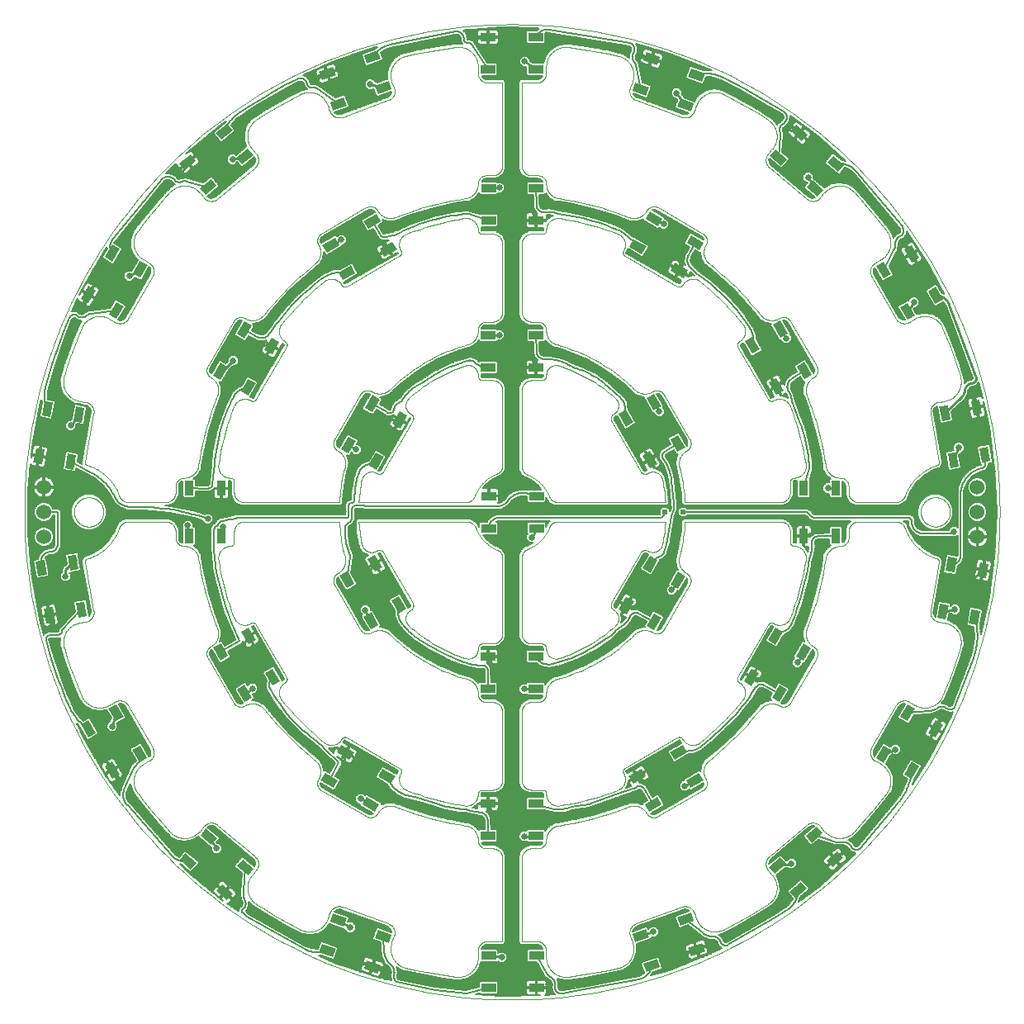
<source format=gtl>
G75*
%MOIN*%
%OFA0B0*%
%FSLAX25Y25*%
%IPPOS*%
%LPD*%
%AMOC8*
5,1,8,0,0,1.08239X$1,22.5*
%
%ADD10C,0.00004*%
%ADD11C,0.00000*%
%ADD12R,0.05906X0.03543*%
%ADD13R,0.03543X0.05906*%
%ADD14C,0.06000*%
%ADD15C,0.02578*%
%ADD16C,0.00787*%
%ADD17C,0.00600*%
%ADD18C,0.01000*%
%ADD19C,0.01600*%
%ADD20C,0.02400*%
D10*
X0138134Y0128379D02*
X0138212Y0128475D01*
X0138287Y0128574D01*
X0138359Y0128674D01*
X0138427Y0128777D01*
X0138493Y0128882D01*
X0138555Y0128989D01*
X0138613Y0129098D01*
X0138669Y0129209D01*
X0138720Y0129321D01*
X0138768Y0129435D01*
X0138813Y0129551D01*
X0138854Y0129667D01*
X0138891Y0129785D01*
X0138924Y0129904D01*
X0138954Y0130024D01*
X0138980Y0130145D01*
X0139002Y0130267D01*
X0139020Y0130389D01*
X0139035Y0130512D01*
X0139045Y0130635D01*
X0139052Y0130759D01*
X0139055Y0130882D01*
X0139054Y0131006D01*
X0139049Y0131130D01*
X0139040Y0131253D01*
X0139027Y0131376D01*
X0139011Y0131499D01*
X0138990Y0131621D01*
X0138966Y0131742D01*
X0138938Y0131862D01*
X0138906Y0131982D01*
X0138871Y0132100D01*
X0138831Y0132218D01*
X0138789Y0132334D01*
X0138742Y0132448D01*
X0138692Y0132561D01*
X0138638Y0132673D01*
X0138581Y0132783D01*
X0138521Y0132890D01*
X0138457Y0132996D01*
X0138390Y0133100D01*
X0138319Y0133202D01*
X0138246Y0133301D01*
X0138169Y0133398D01*
X0138089Y0133493D01*
X0138007Y0133585D01*
X0137921Y0133674D01*
X0137833Y0133761D01*
X0137742Y0133845D01*
X0137649Y0133926D01*
X0137648Y0133926D02*
X0122569Y0146580D01*
X0122473Y0146658D01*
X0122374Y0146733D01*
X0122274Y0146805D01*
X0122171Y0146873D01*
X0122066Y0146939D01*
X0121959Y0147001D01*
X0121850Y0147059D01*
X0121739Y0147115D01*
X0121627Y0147166D01*
X0121513Y0147214D01*
X0121397Y0147259D01*
X0121281Y0147300D01*
X0121163Y0147337D01*
X0121044Y0147370D01*
X0120924Y0147400D01*
X0120803Y0147426D01*
X0120681Y0147448D01*
X0120559Y0147466D01*
X0120436Y0147481D01*
X0120313Y0147491D01*
X0120189Y0147498D01*
X0120066Y0147501D01*
X0119942Y0147500D01*
X0119818Y0147495D01*
X0119695Y0147486D01*
X0119572Y0147473D01*
X0119449Y0147457D01*
X0119327Y0147436D01*
X0119206Y0147412D01*
X0119086Y0147384D01*
X0118966Y0147352D01*
X0118848Y0147317D01*
X0118730Y0147277D01*
X0118614Y0147235D01*
X0118500Y0147188D01*
X0118387Y0147138D01*
X0118275Y0147084D01*
X0118165Y0147027D01*
X0118058Y0146967D01*
X0117952Y0146903D01*
X0117848Y0146836D01*
X0117746Y0146765D01*
X0117647Y0146692D01*
X0117550Y0146615D01*
X0117455Y0146535D01*
X0117363Y0146453D01*
X0117274Y0146367D01*
X0117187Y0146279D01*
X0117103Y0146188D01*
X0117022Y0146095D01*
X0117022Y0146094D02*
X0115327Y0144074D01*
X0115201Y0143928D01*
X0115072Y0143784D01*
X0114939Y0143645D01*
X0114803Y0143508D01*
X0114663Y0143375D01*
X0114521Y0143245D01*
X0114375Y0143119D01*
X0114226Y0142996D01*
X0114074Y0142877D01*
X0113919Y0142762D01*
X0113762Y0142650D01*
X0113601Y0142543D01*
X0113438Y0142439D01*
X0113273Y0142340D01*
X0113106Y0142244D01*
X0112936Y0142153D01*
X0112763Y0142066D01*
X0112589Y0141983D01*
X0112413Y0141905D01*
X0112235Y0141830D01*
X0112055Y0141761D01*
X0111874Y0141695D01*
X0111690Y0141634D01*
X0111506Y0141578D01*
X0111320Y0141526D01*
X0111133Y0141479D01*
X0110945Y0141436D01*
X0110756Y0141398D01*
X0110566Y0141364D01*
X0110375Y0141335D01*
X0110184Y0141311D01*
X0109992Y0141292D01*
X0109799Y0141277D01*
X0109607Y0141267D01*
X0109414Y0141262D01*
X0109221Y0141261D01*
X0109028Y0141266D01*
X0108835Y0141274D01*
X0108643Y0141288D01*
X0108451Y0141306D01*
X0108259Y0141329D01*
X0108068Y0141357D01*
X0107878Y0141390D01*
X0107689Y0141427D01*
X0107500Y0141468D01*
X0107313Y0141515D01*
X0107127Y0141565D01*
X0106942Y0141621D01*
X0106759Y0141681D01*
X0106577Y0141745D01*
X0106397Y0141814D01*
X0106218Y0141887D01*
X0106041Y0141965D01*
X0105867Y0142046D01*
X0105694Y0142133D01*
X0105524Y0142223D01*
X0105355Y0142317D01*
X0105190Y0142416D01*
X0105026Y0142519D01*
X0104865Y0142625D01*
X0104707Y0142736D01*
X0104552Y0142850D01*
X0104399Y0142968D01*
X0104250Y0143090D01*
X0104103Y0143215D01*
X0103960Y0143344D01*
X0103819Y0143477D01*
X0103682Y0143613D01*
X0103549Y0143752D01*
X0090271Y0159575D02*
X0090157Y0159731D01*
X0090047Y0159889D01*
X0089941Y0160050D01*
X0089839Y0160214D01*
X0089741Y0160380D01*
X0089647Y0160548D01*
X0089557Y0160719D01*
X0089471Y0160892D01*
X0089390Y0161067D01*
X0089313Y0161244D01*
X0089240Y0161423D01*
X0089172Y0161603D01*
X0089108Y0161785D01*
X0089049Y0161969D01*
X0088994Y0162154D01*
X0088944Y0162340D01*
X0088898Y0162527D01*
X0088857Y0162716D01*
X0088820Y0162905D01*
X0088788Y0163096D01*
X0088761Y0163287D01*
X0088739Y0163478D01*
X0088721Y0163670D01*
X0088708Y0163863D01*
X0088700Y0164056D01*
X0088696Y0164249D01*
X0088697Y0164442D01*
X0088703Y0164634D01*
X0088714Y0164827D01*
X0088729Y0165019D01*
X0088749Y0165211D01*
X0088774Y0165403D01*
X0088803Y0165593D01*
X0088837Y0165783D01*
X0088876Y0165972D01*
X0088919Y0166160D01*
X0088967Y0166347D01*
X0089019Y0166533D01*
X0089076Y0166717D01*
X0089138Y0166900D01*
X0089204Y0167081D01*
X0089274Y0167261D01*
X0089349Y0167439D01*
X0089428Y0167615D01*
X0089512Y0167789D01*
X0089599Y0167961D01*
X0089691Y0168130D01*
X0089787Y0168298D01*
X0089887Y0168463D01*
X0089991Y0168625D01*
X0090099Y0168785D01*
X0090211Y0168942D01*
X0090326Y0169097D01*
X0090446Y0169248D01*
X0090569Y0169397D01*
X0090696Y0169542D01*
X0090826Y0169685D01*
X0090959Y0169824D01*
X0091097Y0169959D01*
X0091237Y0170092D01*
X0091380Y0170221D01*
X0091527Y0170346D01*
X0091677Y0170468D01*
X0091829Y0170586D01*
X0091985Y0170700D01*
X0092143Y0170811D01*
X0092304Y0170917D01*
X0092467Y0171020D01*
X0092633Y0171118D01*
X0092633Y0171119D02*
X0094918Y0172437D01*
X0095024Y0172501D01*
X0095128Y0172568D01*
X0095230Y0172638D01*
X0095329Y0172711D01*
X0095427Y0172787D01*
X0095522Y0172867D01*
X0095614Y0172949D01*
X0095704Y0173034D01*
X0095791Y0173122D01*
X0095875Y0173213D01*
X0095956Y0173306D01*
X0096034Y0173402D01*
X0096110Y0173500D01*
X0096182Y0173600D01*
X0096251Y0173703D01*
X0096317Y0173808D01*
X0096379Y0173914D01*
X0096438Y0174023D01*
X0096494Y0174134D01*
X0096546Y0174246D01*
X0096594Y0174359D01*
X0096639Y0174475D01*
X0096680Y0174591D01*
X0096718Y0174709D01*
X0096752Y0174828D01*
X0096782Y0174948D01*
X0096808Y0175069D01*
X0096831Y0175190D01*
X0096850Y0175313D01*
X0096864Y0175435D01*
X0096875Y0175559D01*
X0096883Y0175682D01*
X0096886Y0175806D01*
X0096885Y0175929D01*
X0096881Y0176053D01*
X0096872Y0176176D01*
X0096860Y0176300D01*
X0096844Y0176422D01*
X0096824Y0176544D01*
X0096800Y0176666D01*
X0096772Y0176786D01*
X0096741Y0176906D01*
X0096706Y0177024D01*
X0096667Y0177142D01*
X0096625Y0177258D01*
X0096578Y0177373D01*
X0096529Y0177486D01*
X0096475Y0177598D01*
X0096419Y0177707D01*
X0096359Y0177816D01*
X0086516Y0194863D01*
X0086517Y0194863D02*
X0086453Y0194970D01*
X0086386Y0195074D01*
X0086316Y0195176D01*
X0086243Y0195275D01*
X0086167Y0195373D01*
X0086087Y0195468D01*
X0086005Y0195560D01*
X0085920Y0195650D01*
X0085832Y0195737D01*
X0085741Y0195821D01*
X0085648Y0195902D01*
X0085552Y0195980D01*
X0085454Y0196056D01*
X0085354Y0196128D01*
X0085251Y0196197D01*
X0085146Y0196263D01*
X0085040Y0196325D01*
X0084931Y0196384D01*
X0084821Y0196440D01*
X0084708Y0196492D01*
X0084595Y0196540D01*
X0084479Y0196585D01*
X0084363Y0196626D01*
X0084245Y0196664D01*
X0084126Y0196698D01*
X0084006Y0196728D01*
X0083885Y0196754D01*
X0083764Y0196777D01*
X0083641Y0196796D01*
X0083519Y0196810D01*
X0083395Y0196821D01*
X0083272Y0196829D01*
X0083148Y0196832D01*
X0083025Y0196831D01*
X0082901Y0196827D01*
X0082778Y0196818D01*
X0082655Y0196806D01*
X0082532Y0196790D01*
X0082410Y0196770D01*
X0082288Y0196746D01*
X0082168Y0196718D01*
X0082048Y0196687D01*
X0081930Y0196652D01*
X0081812Y0196613D01*
X0081696Y0196571D01*
X0081581Y0196524D01*
X0081468Y0196475D01*
X0081356Y0196421D01*
X0081247Y0196365D01*
X0081139Y0196305D01*
X0081138Y0196304D02*
X0078854Y0194985D01*
X0078853Y0194985D02*
X0078685Y0194891D01*
X0078514Y0194800D01*
X0078342Y0194714D01*
X0078167Y0194632D01*
X0077990Y0194555D01*
X0077812Y0194482D01*
X0077632Y0194413D01*
X0077450Y0194349D01*
X0077266Y0194289D01*
X0077081Y0194234D01*
X0076895Y0194183D01*
X0076708Y0194137D01*
X0076520Y0194095D01*
X0076330Y0194058D01*
X0076140Y0194026D01*
X0075949Y0193998D01*
X0075757Y0193975D01*
X0075565Y0193957D01*
X0075373Y0193943D01*
X0075180Y0193934D01*
X0074987Y0193930D01*
X0074794Y0193931D01*
X0074602Y0193936D01*
X0074409Y0193946D01*
X0074217Y0193961D01*
X0074025Y0193981D01*
X0073833Y0194005D01*
X0073642Y0194034D01*
X0073452Y0194067D01*
X0073263Y0194105D01*
X0073075Y0194148D01*
X0072888Y0194196D01*
X0072702Y0194248D01*
X0072518Y0194304D01*
X0072335Y0194365D01*
X0072153Y0194431D01*
X0071974Y0194500D01*
X0071796Y0194575D01*
X0071619Y0194653D01*
X0071445Y0194736D01*
X0071273Y0194823D01*
X0071103Y0194915D01*
X0070935Y0195010D01*
X0070770Y0195110D01*
X0070607Y0195213D01*
X0070447Y0195321D01*
X0070290Y0195432D01*
X0070135Y0195548D01*
X0069983Y0195667D01*
X0069834Y0195789D01*
X0069688Y0195916D01*
X0069546Y0196046D01*
X0069406Y0196179D01*
X0069270Y0196315D01*
X0069137Y0196455D01*
X0069008Y0196599D01*
X0068882Y0196745D01*
X0068760Y0196894D01*
X0068642Y0197047D01*
X0068527Y0197202D01*
X0068416Y0197360D01*
X0068309Y0197520D01*
X0068206Y0197683D01*
X0068107Y0197849D01*
X0068012Y0198017D01*
X0067922Y0198187D01*
X0067835Y0198360D01*
X0067753Y0198534D01*
X0067675Y0198711D01*
X0060611Y0218122D02*
X0060557Y0218307D01*
X0060508Y0218494D01*
X0060463Y0218682D01*
X0060423Y0218870D01*
X0060388Y0219060D01*
X0060357Y0219251D01*
X0060331Y0219442D01*
X0060310Y0219634D01*
X0060293Y0219826D01*
X0060282Y0220018D01*
X0060274Y0220211D01*
X0060272Y0220404D01*
X0060274Y0220597D01*
X0060281Y0220790D01*
X0060293Y0220982D01*
X0060310Y0221175D01*
X0060331Y0221366D01*
X0060357Y0221558D01*
X0060387Y0221748D01*
X0060422Y0221938D01*
X0060462Y0222127D01*
X0060506Y0222314D01*
X0060556Y0222501D01*
X0060609Y0222686D01*
X0060667Y0222870D01*
X0060730Y0223053D01*
X0060797Y0223234D01*
X0060868Y0223413D01*
X0060944Y0223590D01*
X0061024Y0223766D01*
X0061109Y0223939D01*
X0061197Y0224111D01*
X0061290Y0224280D01*
X0061387Y0224446D01*
X0061488Y0224611D01*
X0061593Y0224773D01*
X0061702Y0224932D01*
X0061815Y0225088D01*
X0061931Y0225242D01*
X0062052Y0225393D01*
X0062176Y0225541D01*
X0062303Y0225686D01*
X0062434Y0225827D01*
X0062569Y0225965D01*
X0062707Y0226100D01*
X0062848Y0226232D01*
X0062992Y0226360D01*
X0063140Y0226484D01*
X0063290Y0226605D01*
X0063443Y0226722D01*
X0063599Y0226836D01*
X0063758Y0226945D01*
X0063920Y0227051D01*
X0064084Y0227152D01*
X0064250Y0227250D01*
X0064419Y0227343D01*
X0064590Y0227432D01*
X0064763Y0227517D01*
X0064939Y0227598D01*
X0065116Y0227675D01*
X0065295Y0227747D01*
X0065475Y0227814D01*
X0065658Y0227877D01*
X0065842Y0227936D01*
X0066027Y0227990D01*
X0066213Y0228040D01*
X0066401Y0228085D01*
X0066589Y0228126D01*
X0066779Y0228161D01*
X0069376Y0228619D01*
X0069377Y0228619D02*
X0069498Y0228642D01*
X0069619Y0228669D01*
X0069738Y0228700D01*
X0069857Y0228735D01*
X0069975Y0228773D01*
X0070091Y0228816D01*
X0070206Y0228861D01*
X0070319Y0228911D01*
X0070431Y0228963D01*
X0070541Y0229020D01*
X0070650Y0229080D01*
X0070756Y0229143D01*
X0070860Y0229209D01*
X0070962Y0229279D01*
X0071062Y0229352D01*
X0071160Y0229428D01*
X0071255Y0229507D01*
X0071348Y0229589D01*
X0071438Y0229674D01*
X0071525Y0229761D01*
X0071610Y0229851D01*
X0071691Y0229944D01*
X0071770Y0230040D01*
X0071845Y0230138D01*
X0071918Y0230238D01*
X0071987Y0230340D01*
X0072053Y0230445D01*
X0072116Y0230551D01*
X0072176Y0230660D01*
X0072232Y0230770D01*
X0072284Y0230882D01*
X0072333Y0230996D01*
X0072378Y0231111D01*
X0072420Y0231227D01*
X0072458Y0231345D01*
X0072492Y0231464D01*
X0072523Y0231584D01*
X0072550Y0231704D01*
X0072573Y0231826D01*
X0072592Y0231948D01*
X0072607Y0232071D01*
X0072618Y0232194D01*
X0072626Y0232317D01*
X0072630Y0232441D01*
X0072629Y0232565D01*
X0072625Y0232688D01*
X0072617Y0232812D01*
X0072605Y0232935D01*
X0072590Y0233058D01*
X0072570Y0233180D01*
X0069152Y0252566D01*
X0069123Y0252714D02*
X0069110Y0252781D01*
X0069102Y0252848D01*
X0069097Y0252916D01*
X0069096Y0252984D01*
X0069099Y0253051D01*
X0069106Y0253119D01*
X0069117Y0253186D01*
X0069132Y0253252D01*
X0069150Y0253317D01*
X0069172Y0253381D01*
X0069198Y0253444D01*
X0069227Y0253505D01*
X0069260Y0253565D01*
X0069296Y0253622D01*
X0069336Y0253677D01*
X0069378Y0253730D01*
X0069424Y0253780D01*
X0069472Y0253828D01*
X0069523Y0253873D01*
X0069576Y0253914D01*
X0069632Y0253953D01*
X0069690Y0253989D01*
X0069749Y0254021D01*
X0069811Y0254049D01*
X0069874Y0254074D01*
X0069938Y0254095D01*
X0069123Y0252714D02*
X0069138Y0252640D01*
X0069152Y0252565D01*
X0082851Y0266392D02*
X0082894Y0266509D01*
X0082941Y0266624D01*
X0082992Y0266737D01*
X0083046Y0266849D01*
X0083104Y0266959D01*
X0083165Y0267068D01*
X0083229Y0267174D01*
X0083297Y0267278D01*
X0083368Y0267380D01*
X0083442Y0267480D01*
X0083519Y0267577D01*
X0083599Y0267672D01*
X0083683Y0267764D01*
X0083769Y0267854D01*
X0083858Y0267940D01*
X0083949Y0268024D01*
X0084044Y0268105D01*
X0084140Y0268183D01*
X0084240Y0268258D01*
X0084341Y0268330D01*
X0084445Y0268399D01*
X0084550Y0268464D01*
X0084658Y0268526D01*
X0084768Y0268584D01*
X0084879Y0268639D01*
X0084993Y0268690D01*
X0085107Y0268738D01*
X0085223Y0268782D01*
X0085341Y0268823D01*
X0085460Y0268859D01*
X0085579Y0268892D01*
X0085700Y0268921D01*
X0085822Y0268947D01*
X0085944Y0268968D01*
X0086067Y0268986D01*
X0086191Y0268999D01*
X0086315Y0269009D01*
X0086439Y0269015D01*
X0086563Y0269017D01*
X0101694Y0269017D01*
X0101818Y0269015D01*
X0101941Y0269009D01*
X0102065Y0269000D01*
X0102187Y0268986D01*
X0102310Y0268969D01*
X0102432Y0268947D01*
X0102553Y0268922D01*
X0102673Y0268893D01*
X0102792Y0268861D01*
X0102911Y0268824D01*
X0103028Y0268784D01*
X0103143Y0268741D01*
X0103258Y0268693D01*
X0103370Y0268642D01*
X0103481Y0268588D01*
X0103591Y0268530D01*
X0103698Y0268469D01*
X0103804Y0268404D01*
X0103907Y0268336D01*
X0104008Y0268265D01*
X0104107Y0268191D01*
X0104204Y0268114D01*
X0104298Y0268033D01*
X0104389Y0267950D01*
X0104478Y0267864D01*
X0104564Y0267775D01*
X0104647Y0267684D01*
X0104728Y0267590D01*
X0104805Y0267493D01*
X0104879Y0267394D01*
X0104950Y0267293D01*
X0105018Y0267190D01*
X0105083Y0267084D01*
X0105144Y0266977D01*
X0105202Y0266867D01*
X0105256Y0266756D01*
X0105307Y0266644D01*
X0105355Y0266529D01*
X0105398Y0266414D01*
X0105438Y0266297D01*
X0105475Y0266178D01*
X0105507Y0266059D01*
X0105536Y0265939D01*
X0105561Y0265818D01*
X0105583Y0265696D01*
X0105600Y0265573D01*
X0105614Y0265451D01*
X0105623Y0265327D01*
X0105629Y0265204D01*
X0105631Y0265080D01*
X0105631Y0262520D01*
X0105633Y0262406D01*
X0105639Y0262292D01*
X0105649Y0262178D01*
X0105662Y0262064D01*
X0105680Y0261951D01*
X0105701Y0261839D01*
X0105726Y0261728D01*
X0105755Y0261617D01*
X0105788Y0261508D01*
X0105824Y0261399D01*
X0105864Y0261293D01*
X0105908Y0261187D01*
X0105955Y0261083D01*
X0106006Y0260981D01*
X0106060Y0260880D01*
X0106118Y0260781D01*
X0106179Y0260685D01*
X0106243Y0260590D01*
X0106311Y0260498D01*
X0106381Y0260408D01*
X0106455Y0260321D01*
X0106532Y0260236D01*
X0106611Y0260154D01*
X0106693Y0260075D01*
X0106778Y0259998D01*
X0106865Y0259924D01*
X0106955Y0259854D01*
X0107047Y0259786D01*
X0107142Y0259722D01*
X0107238Y0259661D01*
X0107337Y0259603D01*
X0107438Y0259549D01*
X0107540Y0259498D01*
X0107644Y0259451D01*
X0107750Y0259407D01*
X0107856Y0259367D01*
X0107965Y0259331D01*
X0108074Y0259298D01*
X0108185Y0259269D01*
X0108296Y0259244D01*
X0108408Y0259223D01*
X0108521Y0259205D01*
X0108635Y0259192D01*
X0108749Y0259182D01*
X0108863Y0259176D01*
X0108977Y0259174D01*
X0109055Y0259174D01*
X0109054Y0259174D02*
X0109207Y0259172D01*
X0109360Y0259166D01*
X0109512Y0259156D01*
X0109664Y0259142D01*
X0109816Y0259125D01*
X0109967Y0259103D01*
X0110118Y0259077D01*
X0110268Y0259048D01*
X0110417Y0259015D01*
X0110565Y0258977D01*
X0110713Y0258936D01*
X0110859Y0258892D01*
X0111004Y0258843D01*
X0111147Y0258791D01*
X0111289Y0258735D01*
X0111430Y0258675D01*
X0111569Y0258612D01*
X0111707Y0258545D01*
X0111842Y0258474D01*
X0111976Y0258401D01*
X0112108Y0258323D01*
X0112238Y0258243D01*
X0112365Y0258159D01*
X0112491Y0258071D01*
X0112614Y0257981D01*
X0112734Y0257887D01*
X0112853Y0257790D01*
X0112968Y0257690D01*
X0113082Y0257588D01*
X0113192Y0257482D01*
X0113300Y0257374D01*
X0113404Y0257262D01*
X0113506Y0257148D01*
X0113605Y0257032D01*
X0113701Y0256913D01*
X0113794Y0256792D01*
X0113883Y0256668D01*
X0113970Y0256542D01*
X0114053Y0256413D01*
X0114132Y0256283D01*
X0114209Y0256151D01*
X0114282Y0256016D01*
X0114351Y0255880D01*
X0114417Y0255742D01*
X0114479Y0255603D01*
X0114538Y0255461D01*
X0114593Y0255319D01*
X0114644Y0255175D01*
X0114691Y0255030D01*
X0114735Y0254883D01*
X0114775Y0254736D01*
X0114811Y0254587D01*
X0114843Y0254438D01*
X0114871Y0254288D01*
X0114896Y0254137D01*
X0122934Y0253692D02*
X0122914Y0253827D01*
X0122898Y0253963D01*
X0122886Y0254098D01*
X0122878Y0254234D01*
X0122874Y0254371D01*
X0122873Y0254507D01*
X0122877Y0254643D01*
X0122885Y0254780D01*
X0122896Y0254915D01*
X0122911Y0255051D01*
X0122931Y0255186D01*
X0122954Y0255320D01*
X0122981Y0255454D01*
X0123012Y0255587D01*
X0123047Y0255719D01*
X0123085Y0255849D01*
X0123127Y0255979D01*
X0123173Y0256107D01*
X0123223Y0256234D01*
X0123276Y0256360D01*
X0123333Y0256484D01*
X0123394Y0256606D01*
X0123458Y0256726D01*
X0123525Y0256845D01*
X0123596Y0256961D01*
X0123670Y0257076D01*
X0123747Y0257188D01*
X0123828Y0257298D01*
X0123912Y0257406D01*
X0123999Y0257511D01*
X0124089Y0257613D01*
X0124181Y0257713D01*
X0124277Y0257810D01*
X0124375Y0257905D01*
X0124476Y0257996D01*
X0124580Y0258085D01*
X0124686Y0258171D01*
X0124795Y0258253D01*
X0124906Y0258332D01*
X0125019Y0258408D01*
X0125134Y0258481D01*
X0125251Y0258551D01*
X0125371Y0258617D01*
X0125492Y0258679D01*
X0125615Y0258738D01*
X0125740Y0258793D01*
X0125866Y0258845D01*
X0125993Y0258893D01*
X0126122Y0258938D01*
X0126252Y0258979D01*
X0126384Y0259015D01*
X0126516Y0259049D01*
X0126649Y0259078D01*
X0126783Y0259103D01*
X0126918Y0259125D01*
X0127053Y0259143D01*
X0127188Y0259156D01*
X0127324Y0259166D01*
X0127461Y0259172D01*
X0127597Y0259174D01*
X0127678Y0259174D01*
X0127755Y0259176D01*
X0127832Y0259182D01*
X0127909Y0259191D01*
X0127985Y0259204D01*
X0128061Y0259221D01*
X0128135Y0259242D01*
X0128209Y0259266D01*
X0128281Y0259294D01*
X0128351Y0259325D01*
X0128420Y0259360D01*
X0128488Y0259398D01*
X0128553Y0259439D01*
X0128616Y0259484D01*
X0128677Y0259532D01*
X0128736Y0259582D01*
X0128792Y0259635D01*
X0128845Y0259691D01*
X0128895Y0259750D01*
X0128943Y0259811D01*
X0128988Y0259874D01*
X0129029Y0259939D01*
X0129067Y0260007D01*
X0129102Y0260076D01*
X0129133Y0260146D01*
X0129161Y0260218D01*
X0129185Y0260292D01*
X0129206Y0260366D01*
X0129223Y0260442D01*
X0129236Y0260518D01*
X0129245Y0260595D01*
X0129251Y0260672D01*
X0129253Y0260749D01*
X0129253Y0265080D01*
X0129255Y0265204D01*
X0129261Y0265327D01*
X0129270Y0265451D01*
X0129284Y0265573D01*
X0129301Y0265696D01*
X0129323Y0265818D01*
X0129348Y0265939D01*
X0129377Y0266059D01*
X0129409Y0266178D01*
X0129446Y0266297D01*
X0129486Y0266414D01*
X0129529Y0266529D01*
X0129577Y0266644D01*
X0129628Y0266756D01*
X0129682Y0266867D01*
X0129740Y0266977D01*
X0129801Y0267084D01*
X0129866Y0267190D01*
X0129934Y0267293D01*
X0130005Y0267394D01*
X0130079Y0267493D01*
X0130156Y0267590D01*
X0130237Y0267684D01*
X0130320Y0267775D01*
X0130406Y0267864D01*
X0130495Y0267950D01*
X0130586Y0268033D01*
X0130680Y0268114D01*
X0130777Y0268191D01*
X0130876Y0268265D01*
X0130977Y0268336D01*
X0131080Y0268404D01*
X0131186Y0268469D01*
X0131293Y0268530D01*
X0131403Y0268588D01*
X0131514Y0268642D01*
X0131626Y0268693D01*
X0131741Y0268741D01*
X0131856Y0268784D01*
X0131973Y0268824D01*
X0132092Y0268861D01*
X0132211Y0268893D01*
X0132331Y0268922D01*
X0132452Y0268947D01*
X0132574Y0268969D01*
X0132697Y0268986D01*
X0132819Y0269000D01*
X0132943Y0269009D01*
X0133066Y0269015D01*
X0133190Y0269017D01*
X0171687Y0269017D01*
X0171687Y0276891D02*
X0133190Y0276891D01*
X0133066Y0276893D01*
X0132943Y0276899D01*
X0132819Y0276908D01*
X0132697Y0276922D01*
X0132574Y0276939D01*
X0132452Y0276961D01*
X0132331Y0276986D01*
X0132211Y0277015D01*
X0132092Y0277047D01*
X0131973Y0277084D01*
X0131856Y0277124D01*
X0131741Y0277167D01*
X0131626Y0277215D01*
X0131514Y0277266D01*
X0131403Y0277320D01*
X0131293Y0277378D01*
X0131186Y0277439D01*
X0131080Y0277504D01*
X0130977Y0277572D01*
X0130876Y0277643D01*
X0130777Y0277717D01*
X0130680Y0277794D01*
X0130586Y0277875D01*
X0130495Y0277958D01*
X0130406Y0278044D01*
X0130320Y0278133D01*
X0130237Y0278224D01*
X0130156Y0278318D01*
X0130079Y0278415D01*
X0130005Y0278514D01*
X0129934Y0278615D01*
X0129866Y0278718D01*
X0129801Y0278824D01*
X0129740Y0278931D01*
X0129682Y0279041D01*
X0129628Y0279152D01*
X0129577Y0279264D01*
X0129529Y0279379D01*
X0129486Y0279494D01*
X0129446Y0279611D01*
X0129409Y0279730D01*
X0129377Y0279849D01*
X0129348Y0279969D01*
X0129323Y0280090D01*
X0129301Y0280212D01*
X0129284Y0280335D01*
X0129270Y0280457D01*
X0129261Y0280581D01*
X0129255Y0280704D01*
X0129253Y0280828D01*
X0129253Y0285158D01*
X0129251Y0285235D01*
X0129245Y0285312D01*
X0129236Y0285389D01*
X0129223Y0285465D01*
X0129206Y0285541D01*
X0129185Y0285615D01*
X0129161Y0285689D01*
X0129133Y0285761D01*
X0129102Y0285831D01*
X0129067Y0285900D01*
X0129029Y0285968D01*
X0128988Y0286033D01*
X0128943Y0286096D01*
X0128895Y0286157D01*
X0128845Y0286216D01*
X0128792Y0286272D01*
X0128736Y0286325D01*
X0128677Y0286375D01*
X0128616Y0286423D01*
X0128553Y0286468D01*
X0128488Y0286509D01*
X0128420Y0286547D01*
X0128351Y0286582D01*
X0128281Y0286613D01*
X0128209Y0286641D01*
X0128135Y0286665D01*
X0128061Y0286686D01*
X0127985Y0286703D01*
X0127909Y0286716D01*
X0127832Y0286725D01*
X0127755Y0286731D01*
X0127678Y0286733D01*
X0127597Y0286733D01*
X0127461Y0286735D01*
X0127324Y0286741D01*
X0127188Y0286751D01*
X0127053Y0286764D01*
X0126918Y0286782D01*
X0126783Y0286804D01*
X0126649Y0286829D01*
X0126516Y0286858D01*
X0126384Y0286892D01*
X0126252Y0286928D01*
X0126122Y0286969D01*
X0125993Y0287014D01*
X0125866Y0287062D01*
X0125740Y0287114D01*
X0125615Y0287169D01*
X0125492Y0287228D01*
X0125371Y0287290D01*
X0125251Y0287356D01*
X0125134Y0287426D01*
X0125019Y0287499D01*
X0124906Y0287575D01*
X0124795Y0287654D01*
X0124686Y0287736D01*
X0124580Y0287822D01*
X0124476Y0287911D01*
X0124375Y0288002D01*
X0124277Y0288097D01*
X0124181Y0288194D01*
X0124089Y0288294D01*
X0123999Y0288396D01*
X0123912Y0288501D01*
X0123828Y0288609D01*
X0123747Y0288719D01*
X0123670Y0288831D01*
X0123596Y0288946D01*
X0123525Y0289062D01*
X0123458Y0289181D01*
X0123394Y0289301D01*
X0123333Y0289423D01*
X0123276Y0289547D01*
X0123223Y0289673D01*
X0123173Y0289800D01*
X0123127Y0289928D01*
X0123085Y0290058D01*
X0123047Y0290188D01*
X0123012Y0290320D01*
X0122981Y0290453D01*
X0122954Y0290587D01*
X0122931Y0290721D01*
X0122911Y0290856D01*
X0122896Y0290992D01*
X0122885Y0291127D01*
X0122877Y0291264D01*
X0122873Y0291400D01*
X0122874Y0291536D01*
X0122878Y0291673D01*
X0122886Y0291809D01*
X0122898Y0291944D01*
X0122914Y0292080D01*
X0122934Y0292215D01*
X0114896Y0291770D02*
X0114871Y0291619D01*
X0114843Y0291469D01*
X0114811Y0291320D01*
X0114775Y0291171D01*
X0114735Y0291024D01*
X0114691Y0290877D01*
X0114644Y0290732D01*
X0114593Y0290588D01*
X0114538Y0290446D01*
X0114479Y0290304D01*
X0114417Y0290165D01*
X0114351Y0290027D01*
X0114282Y0289891D01*
X0114209Y0289756D01*
X0114132Y0289624D01*
X0114053Y0289494D01*
X0113970Y0289365D01*
X0113883Y0289239D01*
X0113794Y0289115D01*
X0113701Y0288994D01*
X0113605Y0288875D01*
X0113506Y0288759D01*
X0113404Y0288645D01*
X0113300Y0288533D01*
X0113192Y0288425D01*
X0113082Y0288319D01*
X0112968Y0288217D01*
X0112853Y0288117D01*
X0112734Y0288020D01*
X0112614Y0287926D01*
X0112491Y0287836D01*
X0112365Y0287748D01*
X0112238Y0287664D01*
X0112108Y0287584D01*
X0111976Y0287506D01*
X0111842Y0287433D01*
X0111707Y0287362D01*
X0111569Y0287295D01*
X0111430Y0287232D01*
X0111289Y0287172D01*
X0111147Y0287116D01*
X0111004Y0287064D01*
X0110859Y0287015D01*
X0110713Y0286971D01*
X0110565Y0286930D01*
X0110417Y0286892D01*
X0110268Y0286859D01*
X0110118Y0286830D01*
X0109967Y0286804D01*
X0109816Y0286782D01*
X0109664Y0286765D01*
X0109512Y0286751D01*
X0109360Y0286741D01*
X0109207Y0286735D01*
X0109054Y0286733D01*
X0109055Y0286733D02*
X0108977Y0286733D01*
X0108863Y0286731D01*
X0108749Y0286725D01*
X0108635Y0286715D01*
X0108521Y0286702D01*
X0108408Y0286684D01*
X0108296Y0286663D01*
X0108185Y0286638D01*
X0108074Y0286609D01*
X0107965Y0286576D01*
X0107856Y0286540D01*
X0107750Y0286500D01*
X0107644Y0286456D01*
X0107540Y0286409D01*
X0107438Y0286358D01*
X0107337Y0286304D01*
X0107238Y0286246D01*
X0107142Y0286185D01*
X0107047Y0286121D01*
X0106955Y0286053D01*
X0106865Y0285983D01*
X0106778Y0285909D01*
X0106693Y0285832D01*
X0106611Y0285753D01*
X0106532Y0285671D01*
X0106455Y0285586D01*
X0106381Y0285499D01*
X0106311Y0285409D01*
X0106243Y0285317D01*
X0106179Y0285222D01*
X0106118Y0285126D01*
X0106060Y0285027D01*
X0106006Y0284926D01*
X0105955Y0284824D01*
X0105908Y0284720D01*
X0105864Y0284614D01*
X0105824Y0284508D01*
X0105788Y0284399D01*
X0105755Y0284290D01*
X0105726Y0284179D01*
X0105701Y0284068D01*
X0105680Y0283956D01*
X0105662Y0283843D01*
X0105649Y0283729D01*
X0105639Y0283615D01*
X0105633Y0283501D01*
X0105631Y0283387D01*
X0105631Y0280828D01*
X0105629Y0280704D01*
X0105623Y0280581D01*
X0105614Y0280457D01*
X0105600Y0280335D01*
X0105583Y0280212D01*
X0105561Y0280090D01*
X0105536Y0279969D01*
X0105507Y0279849D01*
X0105475Y0279730D01*
X0105438Y0279611D01*
X0105398Y0279494D01*
X0105355Y0279379D01*
X0105307Y0279264D01*
X0105256Y0279152D01*
X0105202Y0279041D01*
X0105144Y0278931D01*
X0105083Y0278824D01*
X0105018Y0278718D01*
X0104950Y0278615D01*
X0104879Y0278514D01*
X0104805Y0278415D01*
X0104728Y0278318D01*
X0104647Y0278224D01*
X0104564Y0278133D01*
X0104478Y0278044D01*
X0104389Y0277958D01*
X0104298Y0277875D01*
X0104204Y0277794D01*
X0104107Y0277717D01*
X0104008Y0277643D01*
X0103907Y0277572D01*
X0103804Y0277504D01*
X0103698Y0277439D01*
X0103591Y0277378D01*
X0103481Y0277320D01*
X0103370Y0277266D01*
X0103258Y0277215D01*
X0103143Y0277167D01*
X0103028Y0277124D01*
X0102911Y0277084D01*
X0102792Y0277047D01*
X0102673Y0277015D01*
X0102553Y0276986D01*
X0102432Y0276961D01*
X0102310Y0276939D01*
X0102187Y0276922D01*
X0102065Y0276908D01*
X0101941Y0276899D01*
X0101818Y0276893D01*
X0101694Y0276891D01*
X0086563Y0276891D01*
X0086563Y0276890D02*
X0086439Y0276892D01*
X0086315Y0276898D01*
X0086191Y0276908D01*
X0086067Y0276921D01*
X0085944Y0276939D01*
X0085822Y0276960D01*
X0085700Y0276986D01*
X0085579Y0277015D01*
X0085460Y0277048D01*
X0085341Y0277084D01*
X0085223Y0277125D01*
X0085107Y0277169D01*
X0084993Y0277217D01*
X0084879Y0277268D01*
X0084768Y0277323D01*
X0084658Y0277381D01*
X0084550Y0277443D01*
X0084445Y0277508D01*
X0084341Y0277577D01*
X0084240Y0277649D01*
X0084140Y0277724D01*
X0084044Y0277802D01*
X0083949Y0277883D01*
X0083858Y0277967D01*
X0083769Y0278053D01*
X0083683Y0278143D01*
X0083599Y0278235D01*
X0083519Y0278330D01*
X0083442Y0278427D01*
X0083368Y0278527D01*
X0083297Y0278629D01*
X0083229Y0278733D01*
X0083165Y0278839D01*
X0083104Y0278948D01*
X0083046Y0279058D01*
X0082992Y0279170D01*
X0082941Y0279283D01*
X0082894Y0279398D01*
X0082851Y0279515D01*
X0069938Y0291812D02*
X0069874Y0291833D01*
X0069811Y0291858D01*
X0069749Y0291886D01*
X0069690Y0291918D01*
X0069632Y0291954D01*
X0069576Y0291993D01*
X0069523Y0292034D01*
X0069472Y0292079D01*
X0069424Y0292127D01*
X0069378Y0292177D01*
X0069336Y0292230D01*
X0069296Y0292285D01*
X0069260Y0292342D01*
X0069227Y0292402D01*
X0069198Y0292463D01*
X0069172Y0292526D01*
X0069150Y0292590D01*
X0069132Y0292655D01*
X0069117Y0292721D01*
X0069106Y0292788D01*
X0069099Y0292856D01*
X0069096Y0292923D01*
X0069097Y0292991D01*
X0069102Y0293059D01*
X0069110Y0293126D01*
X0069123Y0293193D01*
X0069152Y0293341D02*
X0072570Y0312727D01*
X0072590Y0312849D01*
X0072605Y0312972D01*
X0072617Y0313095D01*
X0072625Y0313219D01*
X0072629Y0313342D01*
X0072630Y0313466D01*
X0072626Y0313590D01*
X0072618Y0313713D01*
X0072607Y0313836D01*
X0072592Y0313959D01*
X0072573Y0314081D01*
X0072550Y0314203D01*
X0072523Y0314323D01*
X0072492Y0314443D01*
X0072458Y0314562D01*
X0072420Y0314680D01*
X0072378Y0314796D01*
X0072333Y0314911D01*
X0072284Y0315025D01*
X0072232Y0315137D01*
X0072176Y0315247D01*
X0072116Y0315356D01*
X0072053Y0315462D01*
X0071987Y0315567D01*
X0071918Y0315669D01*
X0071845Y0315769D01*
X0071770Y0315867D01*
X0071691Y0315963D01*
X0071610Y0316056D01*
X0071525Y0316146D01*
X0071438Y0316233D01*
X0071348Y0316318D01*
X0071255Y0316400D01*
X0071160Y0316479D01*
X0071062Y0316555D01*
X0070962Y0316628D01*
X0070860Y0316698D01*
X0070756Y0316764D01*
X0070650Y0316827D01*
X0070541Y0316887D01*
X0070431Y0316944D01*
X0070319Y0316996D01*
X0070206Y0317046D01*
X0070091Y0317091D01*
X0069975Y0317134D01*
X0069857Y0317172D01*
X0069738Y0317207D01*
X0069619Y0317238D01*
X0069498Y0317265D01*
X0069377Y0317288D01*
X0069376Y0317288D02*
X0066779Y0317746D01*
X0066589Y0317781D01*
X0066401Y0317822D01*
X0066213Y0317867D01*
X0066027Y0317917D01*
X0065842Y0317971D01*
X0065658Y0318030D01*
X0065475Y0318093D01*
X0065295Y0318160D01*
X0065116Y0318232D01*
X0064939Y0318309D01*
X0064763Y0318390D01*
X0064590Y0318475D01*
X0064419Y0318564D01*
X0064250Y0318657D01*
X0064084Y0318755D01*
X0063920Y0318856D01*
X0063758Y0318962D01*
X0063599Y0319071D01*
X0063443Y0319185D01*
X0063290Y0319302D01*
X0063140Y0319423D01*
X0062992Y0319547D01*
X0062848Y0319675D01*
X0062707Y0319807D01*
X0062569Y0319942D01*
X0062434Y0320080D01*
X0062303Y0320221D01*
X0062176Y0320366D01*
X0062052Y0320514D01*
X0061931Y0320665D01*
X0061815Y0320819D01*
X0061702Y0320975D01*
X0061593Y0321134D01*
X0061488Y0321296D01*
X0061387Y0321461D01*
X0061290Y0321627D01*
X0061197Y0321796D01*
X0061109Y0321968D01*
X0061024Y0322141D01*
X0060944Y0322317D01*
X0060868Y0322494D01*
X0060797Y0322673D01*
X0060730Y0322854D01*
X0060667Y0323037D01*
X0060609Y0323221D01*
X0060556Y0323406D01*
X0060506Y0323593D01*
X0060462Y0323780D01*
X0060422Y0323969D01*
X0060387Y0324159D01*
X0060357Y0324349D01*
X0060331Y0324541D01*
X0060310Y0324732D01*
X0060293Y0324925D01*
X0060281Y0325117D01*
X0060274Y0325310D01*
X0060272Y0325503D01*
X0060274Y0325696D01*
X0060282Y0325889D01*
X0060293Y0326081D01*
X0060310Y0326273D01*
X0060331Y0326465D01*
X0060357Y0326656D01*
X0060388Y0326847D01*
X0060423Y0327037D01*
X0060463Y0327225D01*
X0060508Y0327413D01*
X0060557Y0327600D01*
X0060611Y0327785D01*
X0067675Y0347196D02*
X0067753Y0347373D01*
X0067835Y0347547D01*
X0067922Y0347720D01*
X0068012Y0347890D01*
X0068107Y0348058D01*
X0068206Y0348224D01*
X0068309Y0348387D01*
X0068416Y0348547D01*
X0068527Y0348705D01*
X0068642Y0348860D01*
X0068760Y0349013D01*
X0068882Y0349162D01*
X0069008Y0349308D01*
X0069137Y0349452D01*
X0069270Y0349592D01*
X0069406Y0349728D01*
X0069546Y0349861D01*
X0069688Y0349991D01*
X0069834Y0350118D01*
X0069983Y0350240D01*
X0070135Y0350359D01*
X0070290Y0350475D01*
X0070447Y0350586D01*
X0070607Y0350694D01*
X0070770Y0350797D01*
X0070935Y0350897D01*
X0071103Y0350992D01*
X0071273Y0351084D01*
X0071445Y0351171D01*
X0071619Y0351254D01*
X0071796Y0351332D01*
X0071974Y0351407D01*
X0072153Y0351476D01*
X0072335Y0351542D01*
X0072518Y0351603D01*
X0072702Y0351659D01*
X0072888Y0351711D01*
X0073075Y0351759D01*
X0073263Y0351802D01*
X0073452Y0351840D01*
X0073642Y0351873D01*
X0073833Y0351902D01*
X0074025Y0351926D01*
X0074217Y0351946D01*
X0074409Y0351961D01*
X0074602Y0351971D01*
X0074794Y0351976D01*
X0074987Y0351977D01*
X0075180Y0351973D01*
X0075373Y0351964D01*
X0075565Y0351950D01*
X0075757Y0351932D01*
X0075949Y0351909D01*
X0076140Y0351881D01*
X0076330Y0351849D01*
X0076520Y0351812D01*
X0076708Y0351770D01*
X0076895Y0351724D01*
X0077081Y0351673D01*
X0077266Y0351618D01*
X0077450Y0351558D01*
X0077632Y0351494D01*
X0077812Y0351425D01*
X0077990Y0351352D01*
X0078167Y0351275D01*
X0078342Y0351193D01*
X0078514Y0351107D01*
X0078685Y0351016D01*
X0078853Y0350922D01*
X0078854Y0350922D02*
X0081138Y0349603D01*
X0081139Y0349602D02*
X0081247Y0349542D01*
X0081356Y0349486D01*
X0081468Y0349432D01*
X0081581Y0349383D01*
X0081696Y0349336D01*
X0081812Y0349294D01*
X0081930Y0349255D01*
X0082048Y0349220D01*
X0082168Y0349189D01*
X0082288Y0349161D01*
X0082410Y0349137D01*
X0082532Y0349117D01*
X0082655Y0349101D01*
X0082778Y0349089D01*
X0082901Y0349080D01*
X0083025Y0349076D01*
X0083148Y0349075D01*
X0083272Y0349078D01*
X0083395Y0349086D01*
X0083519Y0349097D01*
X0083641Y0349111D01*
X0083764Y0349130D01*
X0083885Y0349153D01*
X0084006Y0349179D01*
X0084126Y0349209D01*
X0084245Y0349243D01*
X0084363Y0349281D01*
X0084479Y0349322D01*
X0084595Y0349367D01*
X0084708Y0349415D01*
X0084821Y0349467D01*
X0084931Y0349523D01*
X0085040Y0349582D01*
X0085146Y0349644D01*
X0085251Y0349710D01*
X0085354Y0349779D01*
X0085454Y0349851D01*
X0085552Y0349927D01*
X0085648Y0350005D01*
X0085741Y0350086D01*
X0085832Y0350170D01*
X0085920Y0350257D01*
X0086005Y0350347D01*
X0086087Y0350439D01*
X0086167Y0350534D01*
X0086243Y0350632D01*
X0086316Y0350731D01*
X0086386Y0350833D01*
X0086453Y0350937D01*
X0086517Y0351044D01*
X0086516Y0351044D02*
X0096359Y0368092D01*
X0096359Y0368091D02*
X0096419Y0368200D01*
X0096475Y0368309D01*
X0096529Y0368421D01*
X0096578Y0368534D01*
X0096625Y0368649D01*
X0096667Y0368765D01*
X0096706Y0368883D01*
X0096741Y0369001D01*
X0096772Y0369121D01*
X0096800Y0369241D01*
X0096824Y0369363D01*
X0096844Y0369485D01*
X0096860Y0369607D01*
X0096872Y0369731D01*
X0096881Y0369854D01*
X0096885Y0369978D01*
X0096886Y0370101D01*
X0096883Y0370225D01*
X0096875Y0370348D01*
X0096864Y0370472D01*
X0096850Y0370594D01*
X0096831Y0370717D01*
X0096808Y0370838D01*
X0096782Y0370959D01*
X0096752Y0371079D01*
X0096718Y0371198D01*
X0096680Y0371316D01*
X0096639Y0371432D01*
X0096594Y0371548D01*
X0096546Y0371661D01*
X0096494Y0371773D01*
X0096438Y0371884D01*
X0096379Y0371993D01*
X0096317Y0372099D01*
X0096251Y0372204D01*
X0096182Y0372307D01*
X0096110Y0372407D01*
X0096034Y0372505D01*
X0095956Y0372601D01*
X0095875Y0372694D01*
X0095791Y0372785D01*
X0095704Y0372873D01*
X0095614Y0372958D01*
X0095522Y0373040D01*
X0095427Y0373120D01*
X0095329Y0373196D01*
X0095230Y0373269D01*
X0095128Y0373339D01*
X0095024Y0373406D01*
X0094918Y0373470D01*
X0092633Y0374789D01*
X0092467Y0374887D01*
X0092304Y0374990D01*
X0092143Y0375096D01*
X0091985Y0375207D01*
X0091829Y0375321D01*
X0091677Y0375439D01*
X0091527Y0375561D01*
X0091380Y0375686D01*
X0091237Y0375815D01*
X0091097Y0375948D01*
X0090959Y0376083D01*
X0090826Y0376222D01*
X0090696Y0376365D01*
X0090569Y0376510D01*
X0090446Y0376659D01*
X0090326Y0376810D01*
X0090211Y0376965D01*
X0090099Y0377122D01*
X0089991Y0377282D01*
X0089887Y0377444D01*
X0089787Y0377609D01*
X0089691Y0377777D01*
X0089599Y0377946D01*
X0089512Y0378118D01*
X0089428Y0378292D01*
X0089349Y0378468D01*
X0089274Y0378646D01*
X0089204Y0378826D01*
X0089138Y0379007D01*
X0089076Y0379190D01*
X0089019Y0379374D01*
X0088967Y0379560D01*
X0088919Y0379747D01*
X0088876Y0379935D01*
X0088837Y0380124D01*
X0088803Y0380314D01*
X0088774Y0380504D01*
X0088749Y0380696D01*
X0088729Y0380888D01*
X0088714Y0381080D01*
X0088703Y0381273D01*
X0088697Y0381465D01*
X0088696Y0381658D01*
X0088700Y0381851D01*
X0088708Y0382044D01*
X0088721Y0382237D01*
X0088739Y0382429D01*
X0088761Y0382620D01*
X0088788Y0382811D01*
X0088820Y0383002D01*
X0088857Y0383191D01*
X0088898Y0383380D01*
X0088944Y0383567D01*
X0088994Y0383753D01*
X0089049Y0383938D01*
X0089108Y0384122D01*
X0089172Y0384304D01*
X0089240Y0384484D01*
X0089313Y0384663D01*
X0089390Y0384840D01*
X0089471Y0385015D01*
X0089557Y0385188D01*
X0089647Y0385359D01*
X0089741Y0385527D01*
X0089839Y0385693D01*
X0089941Y0385857D01*
X0090047Y0386018D01*
X0090157Y0386176D01*
X0090271Y0386332D01*
X0103549Y0402155D02*
X0103682Y0402294D01*
X0103819Y0402430D01*
X0103960Y0402563D01*
X0104103Y0402692D01*
X0104250Y0402817D01*
X0104399Y0402939D01*
X0104552Y0403057D01*
X0104707Y0403171D01*
X0104865Y0403282D01*
X0105026Y0403388D01*
X0105190Y0403491D01*
X0105355Y0403590D01*
X0105524Y0403684D01*
X0105694Y0403774D01*
X0105867Y0403861D01*
X0106041Y0403942D01*
X0106218Y0404020D01*
X0106397Y0404093D01*
X0106577Y0404162D01*
X0106759Y0404226D01*
X0106942Y0404286D01*
X0107127Y0404342D01*
X0107313Y0404392D01*
X0107500Y0404439D01*
X0107689Y0404480D01*
X0107878Y0404517D01*
X0108068Y0404550D01*
X0108259Y0404578D01*
X0108451Y0404601D01*
X0108643Y0404619D01*
X0108835Y0404633D01*
X0109028Y0404641D01*
X0109221Y0404646D01*
X0109414Y0404645D01*
X0109607Y0404640D01*
X0109799Y0404630D01*
X0109992Y0404615D01*
X0110184Y0404596D01*
X0110375Y0404572D01*
X0110566Y0404543D01*
X0110756Y0404509D01*
X0110945Y0404471D01*
X0111133Y0404428D01*
X0111320Y0404381D01*
X0111506Y0404329D01*
X0111690Y0404273D01*
X0111874Y0404212D01*
X0112055Y0404146D01*
X0112235Y0404077D01*
X0112413Y0404002D01*
X0112589Y0403924D01*
X0112763Y0403841D01*
X0112936Y0403754D01*
X0113106Y0403663D01*
X0113273Y0403567D01*
X0113438Y0403468D01*
X0113601Y0403364D01*
X0113762Y0403257D01*
X0113919Y0403145D01*
X0114074Y0403030D01*
X0114226Y0402911D01*
X0114375Y0402788D01*
X0114521Y0402662D01*
X0114663Y0402532D01*
X0114803Y0402399D01*
X0114939Y0402262D01*
X0115072Y0402123D01*
X0115201Y0401979D01*
X0115327Y0401833D01*
X0117022Y0399813D01*
X0117022Y0399812D02*
X0117103Y0399719D01*
X0117187Y0399628D01*
X0117274Y0399540D01*
X0117363Y0399454D01*
X0117455Y0399372D01*
X0117550Y0399292D01*
X0117647Y0399215D01*
X0117746Y0399142D01*
X0117848Y0399071D01*
X0117952Y0399004D01*
X0118058Y0398940D01*
X0118165Y0398880D01*
X0118275Y0398823D01*
X0118387Y0398769D01*
X0118500Y0398719D01*
X0118614Y0398672D01*
X0118730Y0398630D01*
X0118848Y0398590D01*
X0118966Y0398555D01*
X0119086Y0398523D01*
X0119206Y0398495D01*
X0119327Y0398471D01*
X0119449Y0398450D01*
X0119572Y0398434D01*
X0119695Y0398421D01*
X0119818Y0398412D01*
X0119942Y0398407D01*
X0120066Y0398406D01*
X0120189Y0398409D01*
X0120313Y0398416D01*
X0120436Y0398426D01*
X0120559Y0398441D01*
X0120681Y0398459D01*
X0120803Y0398481D01*
X0120924Y0398507D01*
X0121044Y0398537D01*
X0121163Y0398570D01*
X0121281Y0398607D01*
X0121397Y0398648D01*
X0121513Y0398693D01*
X0121627Y0398741D01*
X0121739Y0398792D01*
X0121850Y0398848D01*
X0121959Y0398906D01*
X0122066Y0398968D01*
X0122171Y0399034D01*
X0122274Y0399102D01*
X0122374Y0399174D01*
X0122473Y0399249D01*
X0122569Y0399327D01*
X0122569Y0399328D02*
X0137648Y0411981D01*
X0137649Y0411981D02*
X0137742Y0412062D01*
X0137833Y0412146D01*
X0137921Y0412233D01*
X0138007Y0412322D01*
X0138089Y0412414D01*
X0138169Y0412509D01*
X0138246Y0412606D01*
X0138319Y0412705D01*
X0138390Y0412807D01*
X0138457Y0412911D01*
X0138521Y0413017D01*
X0138581Y0413124D01*
X0138638Y0413234D01*
X0138692Y0413346D01*
X0138742Y0413459D01*
X0138789Y0413573D01*
X0138831Y0413689D01*
X0138871Y0413807D01*
X0138906Y0413925D01*
X0138938Y0414045D01*
X0138966Y0414165D01*
X0138990Y0414286D01*
X0139011Y0414408D01*
X0139027Y0414531D01*
X0139040Y0414654D01*
X0139049Y0414777D01*
X0139054Y0414901D01*
X0139055Y0415025D01*
X0139052Y0415148D01*
X0139045Y0415272D01*
X0139035Y0415395D01*
X0139020Y0415518D01*
X0139002Y0415640D01*
X0138980Y0415762D01*
X0138954Y0415883D01*
X0138924Y0416003D01*
X0138891Y0416122D01*
X0138854Y0416240D01*
X0138813Y0416356D01*
X0138768Y0416472D01*
X0138720Y0416586D01*
X0138669Y0416698D01*
X0138613Y0416809D01*
X0138555Y0416918D01*
X0138493Y0417025D01*
X0138427Y0417130D01*
X0138359Y0417233D01*
X0138287Y0417333D01*
X0138212Y0417432D01*
X0138134Y0417528D01*
X0138134Y0417527D02*
X0136438Y0419548D01*
X0136316Y0419697D01*
X0136198Y0419849D01*
X0136083Y0420004D01*
X0135972Y0420162D01*
X0135865Y0420323D01*
X0135762Y0420486D01*
X0135663Y0420651D01*
X0135568Y0420819D01*
X0135477Y0420989D01*
X0135391Y0421162D01*
X0135308Y0421336D01*
X0135230Y0421513D01*
X0135157Y0421691D01*
X0135087Y0421871D01*
X0135022Y0422053D01*
X0134962Y0422236D01*
X0134906Y0422421D01*
X0134855Y0422607D01*
X0134808Y0422794D01*
X0134766Y0422982D01*
X0134728Y0423171D01*
X0134695Y0423362D01*
X0134667Y0423552D01*
X0134644Y0423744D01*
X0134625Y0423936D01*
X0134611Y0424128D01*
X0134601Y0424321D01*
X0134597Y0424514D01*
X0134597Y0424707D01*
X0134601Y0424900D01*
X0134611Y0425092D01*
X0134625Y0425285D01*
X0134644Y0425477D01*
X0134668Y0425668D01*
X0134696Y0425859D01*
X0134729Y0426049D01*
X0134766Y0426238D01*
X0134809Y0426427D01*
X0134856Y0426614D01*
X0134907Y0426800D01*
X0134963Y0426984D01*
X0135023Y0427168D01*
X0135088Y0427349D01*
X0135158Y0427529D01*
X0135231Y0427708D01*
X0135309Y0427884D01*
X0135392Y0428059D01*
X0135478Y0428231D01*
X0135569Y0428401D01*
X0135664Y0428569D01*
X0135763Y0428735D01*
X0135866Y0428898D01*
X0135974Y0429058D01*
X0136084Y0429216D01*
X0136199Y0429371D01*
X0136318Y0429523D01*
X0136440Y0429673D01*
X0136566Y0429819D01*
X0136695Y0429962D01*
X0136828Y0430102D01*
X0136965Y0430238D01*
X0137104Y0430372D01*
X0137247Y0430501D01*
X0137393Y0430627D01*
X0137542Y0430750D01*
X0137694Y0430869D01*
X0137849Y0430984D01*
X0138006Y0431095D01*
X0138166Y0431203D01*
X0156055Y0441532D02*
X0156229Y0441617D01*
X0156404Y0441698D01*
X0156581Y0441774D01*
X0156760Y0441846D01*
X0156940Y0441914D01*
X0157123Y0441977D01*
X0157306Y0442036D01*
X0157492Y0442091D01*
X0157678Y0442140D01*
X0157866Y0442185D01*
X0158054Y0442226D01*
X0158244Y0442262D01*
X0158434Y0442293D01*
X0158625Y0442320D01*
X0158817Y0442342D01*
X0159009Y0442359D01*
X0159202Y0442371D01*
X0159394Y0442379D01*
X0159587Y0442382D01*
X0159780Y0442380D01*
X0159973Y0442374D01*
X0160166Y0442363D01*
X0160358Y0442347D01*
X0160550Y0442326D01*
X0160741Y0442301D01*
X0160932Y0442271D01*
X0161121Y0442236D01*
X0161310Y0442197D01*
X0161498Y0442153D01*
X0161685Y0442105D01*
X0161870Y0442052D01*
X0162055Y0441994D01*
X0162237Y0441932D01*
X0162418Y0441866D01*
X0162598Y0441795D01*
X0162775Y0441719D01*
X0162951Y0441640D01*
X0163125Y0441556D01*
X0163297Y0441468D01*
X0163466Y0441375D01*
X0163633Y0441279D01*
X0163798Y0441179D01*
X0163960Y0441074D01*
X0164120Y0440966D01*
X0164276Y0440853D01*
X0164430Y0440737D01*
X0164582Y0440617D01*
X0164730Y0440494D01*
X0164875Y0440367D01*
X0165017Y0440236D01*
X0165156Y0440102D01*
X0165291Y0439964D01*
X0165423Y0439824D01*
X0165551Y0439680D01*
X0165676Y0439533D01*
X0165798Y0439383D01*
X0165915Y0439230D01*
X0166029Y0439074D01*
X0166139Y0438915D01*
X0166245Y0438754D01*
X0166347Y0438590D01*
X0166445Y0438424D01*
X0166539Y0438256D01*
X0166629Y0438085D01*
X0166714Y0437912D01*
X0166795Y0437737D01*
X0166872Y0437560D01*
X0166945Y0437381D01*
X0167013Y0437201D01*
X0167013Y0437200D02*
X0167915Y0434722D01*
X0167914Y0434721D02*
X0167959Y0434606D01*
X0168006Y0434492D01*
X0168058Y0434379D01*
X0168112Y0434268D01*
X0168171Y0434159D01*
X0168232Y0434052D01*
X0168297Y0433947D01*
X0168366Y0433844D01*
X0168437Y0433743D01*
X0168512Y0433644D01*
X0168589Y0433548D01*
X0168670Y0433454D01*
X0168753Y0433363D01*
X0168840Y0433274D01*
X0168929Y0433189D01*
X0169021Y0433106D01*
X0169115Y0433026D01*
X0169212Y0432949D01*
X0169311Y0432875D01*
X0169412Y0432804D01*
X0169516Y0432737D01*
X0169622Y0432672D01*
X0169729Y0432611D01*
X0169839Y0432554D01*
X0169950Y0432500D01*
X0170063Y0432449D01*
X0170177Y0432402D01*
X0170293Y0432359D01*
X0170410Y0432319D01*
X0170529Y0432284D01*
X0170648Y0432251D01*
X0170769Y0432223D01*
X0170890Y0432198D01*
X0171012Y0432177D01*
X0171134Y0432160D01*
X0171257Y0432147D01*
X0171380Y0432138D01*
X0171504Y0432133D01*
X0171628Y0432131D01*
X0171751Y0432133D01*
X0171875Y0432140D01*
X0171998Y0432150D01*
X0172121Y0432164D01*
X0172243Y0432182D01*
X0172365Y0432203D01*
X0172486Y0432229D01*
X0172606Y0432258D01*
X0172726Y0432291D01*
X0172844Y0432328D01*
X0172961Y0432368D01*
X0172961Y0432369D02*
X0191459Y0439101D01*
X0191574Y0439146D01*
X0191688Y0439193D01*
X0191801Y0439245D01*
X0191912Y0439299D01*
X0192021Y0439358D01*
X0192128Y0439419D01*
X0192233Y0439484D01*
X0192336Y0439553D01*
X0192437Y0439624D01*
X0192536Y0439699D01*
X0192632Y0439776D01*
X0192726Y0439857D01*
X0192817Y0439940D01*
X0192906Y0440027D01*
X0192991Y0440116D01*
X0193074Y0440208D01*
X0193154Y0440302D01*
X0193231Y0440399D01*
X0193305Y0440498D01*
X0193376Y0440599D01*
X0193443Y0440703D01*
X0193508Y0440809D01*
X0193569Y0440916D01*
X0193626Y0441026D01*
X0193680Y0441137D01*
X0193731Y0441250D01*
X0193778Y0441364D01*
X0193821Y0441480D01*
X0193861Y0441597D01*
X0193896Y0441716D01*
X0193929Y0441835D01*
X0193957Y0441956D01*
X0193982Y0442077D01*
X0194003Y0442199D01*
X0194020Y0442321D01*
X0194033Y0442444D01*
X0194042Y0442568D01*
X0194047Y0442691D01*
X0194049Y0442815D01*
X0194047Y0442938D01*
X0194040Y0443062D01*
X0194030Y0443185D01*
X0194016Y0443308D01*
X0193998Y0443430D01*
X0193977Y0443552D01*
X0193951Y0443673D01*
X0193922Y0443793D01*
X0193889Y0443913D01*
X0193852Y0444031D01*
X0193812Y0444148D01*
X0193812Y0444147D02*
X0192910Y0446626D01*
X0192846Y0446808D01*
X0192787Y0446991D01*
X0192732Y0447176D01*
X0192682Y0447363D01*
X0192636Y0447550D01*
X0192595Y0447739D01*
X0192559Y0447928D01*
X0192527Y0448118D01*
X0192500Y0448309D01*
X0192478Y0448501D01*
X0192460Y0448693D01*
X0192447Y0448886D01*
X0192439Y0449078D01*
X0192435Y0449271D01*
X0192436Y0449464D01*
X0192442Y0449657D01*
X0192453Y0449850D01*
X0192468Y0450042D01*
X0192488Y0450234D01*
X0192513Y0450425D01*
X0192543Y0450616D01*
X0192577Y0450806D01*
X0192615Y0450995D01*
X0192659Y0451183D01*
X0192707Y0451370D01*
X0192759Y0451555D01*
X0192816Y0451740D01*
X0192878Y0451923D01*
X0192944Y0452104D01*
X0193014Y0452283D01*
X0193089Y0452461D01*
X0193168Y0452637D01*
X0193252Y0452811D01*
X0193339Y0452983D01*
X0193431Y0453153D01*
X0193527Y0453320D01*
X0193627Y0453485D01*
X0193731Y0453647D01*
X0193839Y0453807D01*
X0193951Y0453964D01*
X0194067Y0454119D01*
X0194187Y0454270D01*
X0194310Y0454419D01*
X0194436Y0454564D01*
X0194567Y0454707D01*
X0194700Y0454846D01*
X0194838Y0454981D01*
X0194978Y0455114D01*
X0195121Y0455243D01*
X0195268Y0455368D01*
X0195418Y0455490D01*
X0195571Y0455608D01*
X0195726Y0455722D01*
X0195884Y0455832D01*
X0196045Y0455939D01*
X0196209Y0456041D01*
X0196375Y0456140D01*
X0196543Y0456234D01*
X0196713Y0456324D01*
X0196886Y0456410D01*
X0197061Y0456492D01*
X0197238Y0456569D01*
X0197416Y0456642D01*
X0197596Y0456711D01*
X0197778Y0456775D01*
X0197962Y0456835D01*
X0198147Y0456890D01*
X0198333Y0456941D01*
X0198520Y0456987D01*
X0218862Y0460574D02*
X0219054Y0460595D01*
X0219246Y0460611D01*
X0219439Y0460623D01*
X0219632Y0460629D01*
X0219825Y0460631D01*
X0220018Y0460628D01*
X0220210Y0460621D01*
X0220403Y0460608D01*
X0220595Y0460591D01*
X0220787Y0460569D01*
X0220978Y0460543D01*
X0221168Y0460512D01*
X0221358Y0460476D01*
X0221547Y0460436D01*
X0221734Y0460391D01*
X0221921Y0460341D01*
X0222106Y0460287D01*
X0222290Y0460228D01*
X0222472Y0460165D01*
X0222653Y0460098D01*
X0222832Y0460026D01*
X0223009Y0459949D01*
X0223184Y0459869D01*
X0223357Y0459784D01*
X0223528Y0459694D01*
X0223697Y0459601D01*
X0223864Y0459504D01*
X0224028Y0459402D01*
X0224189Y0459297D01*
X0224348Y0459187D01*
X0224504Y0459074D01*
X0224658Y0458957D01*
X0224808Y0458836D01*
X0224956Y0458712D01*
X0225100Y0458584D01*
X0225241Y0458452D01*
X0225379Y0458317D01*
X0225514Y0458179D01*
X0225645Y0458038D01*
X0225772Y0457893D01*
X0225897Y0457745D01*
X0226017Y0457594D01*
X0226134Y0457441D01*
X0226246Y0457284D01*
X0226355Y0457125D01*
X0226460Y0456963D01*
X0226561Y0456799D01*
X0226658Y0456632D01*
X0226751Y0456463D01*
X0226840Y0456292D01*
X0226925Y0456118D01*
X0227005Y0455943D01*
X0227081Y0455765D01*
X0227152Y0455586D01*
X0227219Y0455405D01*
X0227282Y0455223D01*
X0227340Y0455039D01*
X0227394Y0454853D01*
X0227443Y0454667D01*
X0227487Y0454479D01*
X0227527Y0454290D01*
X0227562Y0454101D01*
X0227593Y0453910D01*
X0227619Y0453719D01*
X0227640Y0453527D01*
X0227657Y0453335D01*
X0227669Y0453143D01*
X0227676Y0452950D01*
X0227678Y0452757D01*
X0227678Y0450119D01*
X0227680Y0449995D01*
X0227686Y0449872D01*
X0227695Y0449748D01*
X0227709Y0449626D01*
X0227726Y0449503D01*
X0227748Y0449381D01*
X0227773Y0449260D01*
X0227802Y0449140D01*
X0227834Y0449021D01*
X0227871Y0448902D01*
X0227911Y0448785D01*
X0227954Y0448670D01*
X0228002Y0448555D01*
X0228053Y0448443D01*
X0228107Y0448332D01*
X0228165Y0448222D01*
X0228226Y0448115D01*
X0228291Y0448009D01*
X0228359Y0447906D01*
X0228430Y0447805D01*
X0228504Y0447706D01*
X0228581Y0447609D01*
X0228662Y0447515D01*
X0228745Y0447424D01*
X0228831Y0447335D01*
X0228920Y0447249D01*
X0229011Y0447166D01*
X0229105Y0447085D01*
X0229202Y0447008D01*
X0229301Y0446934D01*
X0229402Y0446863D01*
X0229505Y0446795D01*
X0229611Y0446730D01*
X0229718Y0446669D01*
X0229828Y0446611D01*
X0229939Y0446557D01*
X0230051Y0446506D01*
X0230166Y0446458D01*
X0230281Y0446415D01*
X0230398Y0446375D01*
X0230517Y0446338D01*
X0230636Y0446306D01*
X0230756Y0446277D01*
X0230877Y0446252D01*
X0230999Y0446230D01*
X0231122Y0446213D01*
X0231244Y0446199D01*
X0231368Y0446190D01*
X0231491Y0446184D01*
X0231615Y0446182D01*
X0237520Y0446182D01*
X0237520Y0412717D01*
X0237518Y0412593D01*
X0237512Y0412470D01*
X0237503Y0412346D01*
X0237489Y0412224D01*
X0237472Y0412101D01*
X0237450Y0411979D01*
X0237425Y0411858D01*
X0237396Y0411738D01*
X0237364Y0411619D01*
X0237327Y0411500D01*
X0237287Y0411383D01*
X0237244Y0411268D01*
X0237196Y0411153D01*
X0237145Y0411041D01*
X0237091Y0410930D01*
X0237033Y0410820D01*
X0236972Y0410713D01*
X0236907Y0410607D01*
X0236839Y0410504D01*
X0236768Y0410403D01*
X0236694Y0410304D01*
X0236617Y0410207D01*
X0236536Y0410113D01*
X0236453Y0410022D01*
X0236367Y0409933D01*
X0236278Y0409847D01*
X0236187Y0409764D01*
X0236093Y0409683D01*
X0235996Y0409606D01*
X0235897Y0409532D01*
X0235796Y0409461D01*
X0235693Y0409393D01*
X0235587Y0409328D01*
X0235480Y0409267D01*
X0235370Y0409209D01*
X0235259Y0409155D01*
X0235147Y0409104D01*
X0235032Y0409056D01*
X0234917Y0409013D01*
X0234800Y0408973D01*
X0234681Y0408936D01*
X0234562Y0408904D01*
X0234442Y0408875D01*
X0234321Y0408850D01*
X0234199Y0408828D01*
X0234076Y0408811D01*
X0233954Y0408797D01*
X0233830Y0408788D01*
X0233707Y0408782D01*
X0233583Y0408780D01*
X0231024Y0408780D01*
X0230910Y0408778D01*
X0230796Y0408772D01*
X0230682Y0408762D01*
X0230568Y0408749D01*
X0230455Y0408731D01*
X0230343Y0408710D01*
X0230232Y0408685D01*
X0230121Y0408656D01*
X0230012Y0408623D01*
X0229903Y0408587D01*
X0229797Y0408547D01*
X0229691Y0408503D01*
X0229587Y0408456D01*
X0229485Y0408405D01*
X0229384Y0408351D01*
X0229285Y0408293D01*
X0229189Y0408232D01*
X0229094Y0408168D01*
X0229002Y0408100D01*
X0228912Y0408030D01*
X0228825Y0407956D01*
X0228740Y0407879D01*
X0228658Y0407800D01*
X0228579Y0407718D01*
X0228502Y0407633D01*
X0228428Y0407546D01*
X0228358Y0407456D01*
X0228290Y0407364D01*
X0228226Y0407269D01*
X0228165Y0407173D01*
X0228107Y0407074D01*
X0228053Y0406973D01*
X0228002Y0406871D01*
X0227955Y0406767D01*
X0227911Y0406661D01*
X0227871Y0406555D01*
X0227835Y0406446D01*
X0227802Y0406337D01*
X0227773Y0406226D01*
X0227748Y0406115D01*
X0227727Y0406003D01*
X0227709Y0405890D01*
X0227696Y0405776D01*
X0227686Y0405662D01*
X0227680Y0405548D01*
X0227678Y0405434D01*
X0227678Y0405356D01*
X0227678Y0405357D02*
X0227676Y0405204D01*
X0227670Y0405051D01*
X0227660Y0404899D01*
X0227646Y0404747D01*
X0227629Y0404595D01*
X0227607Y0404444D01*
X0227581Y0404293D01*
X0227552Y0404143D01*
X0227519Y0403994D01*
X0227481Y0403846D01*
X0227440Y0403698D01*
X0227396Y0403552D01*
X0227347Y0403407D01*
X0227295Y0403264D01*
X0227239Y0403122D01*
X0227179Y0402981D01*
X0227116Y0402842D01*
X0227049Y0402704D01*
X0226978Y0402569D01*
X0226905Y0402435D01*
X0226827Y0402303D01*
X0226747Y0402173D01*
X0226663Y0402046D01*
X0226575Y0401920D01*
X0226485Y0401797D01*
X0226391Y0401677D01*
X0226294Y0401558D01*
X0226194Y0401443D01*
X0226092Y0401329D01*
X0225986Y0401219D01*
X0225878Y0401111D01*
X0225766Y0401007D01*
X0225652Y0400905D01*
X0225536Y0400806D01*
X0225417Y0400710D01*
X0225296Y0400617D01*
X0225172Y0400528D01*
X0225046Y0400441D01*
X0224917Y0400358D01*
X0224787Y0400279D01*
X0224655Y0400202D01*
X0224520Y0400129D01*
X0224384Y0400060D01*
X0224246Y0399994D01*
X0224107Y0399932D01*
X0223965Y0399873D01*
X0223823Y0399818D01*
X0223679Y0399767D01*
X0223534Y0399720D01*
X0223387Y0399676D01*
X0223240Y0399636D01*
X0223091Y0399600D01*
X0222942Y0399568D01*
X0222792Y0399540D01*
X0222641Y0399515D01*
X0222196Y0391477D02*
X0222331Y0391497D01*
X0222467Y0391513D01*
X0222602Y0391525D01*
X0222738Y0391533D01*
X0222875Y0391537D01*
X0223011Y0391538D01*
X0223147Y0391534D01*
X0223284Y0391526D01*
X0223419Y0391515D01*
X0223555Y0391500D01*
X0223690Y0391480D01*
X0223824Y0391457D01*
X0223958Y0391430D01*
X0224091Y0391399D01*
X0224223Y0391364D01*
X0224353Y0391326D01*
X0224483Y0391284D01*
X0224611Y0391238D01*
X0224738Y0391188D01*
X0224864Y0391135D01*
X0224988Y0391078D01*
X0225110Y0391017D01*
X0225230Y0390953D01*
X0225349Y0390886D01*
X0225465Y0390815D01*
X0225580Y0390741D01*
X0225692Y0390664D01*
X0225802Y0390583D01*
X0225910Y0390499D01*
X0226015Y0390412D01*
X0226117Y0390322D01*
X0226217Y0390230D01*
X0226314Y0390134D01*
X0226409Y0390036D01*
X0226500Y0389935D01*
X0226589Y0389831D01*
X0226675Y0389725D01*
X0226757Y0389616D01*
X0226836Y0389505D01*
X0226912Y0389392D01*
X0226985Y0389277D01*
X0227055Y0389160D01*
X0227121Y0389040D01*
X0227183Y0388919D01*
X0227242Y0388796D01*
X0227297Y0388671D01*
X0227349Y0388545D01*
X0227397Y0388418D01*
X0227442Y0388289D01*
X0227483Y0388159D01*
X0227519Y0388027D01*
X0227553Y0387895D01*
X0227582Y0387762D01*
X0227607Y0387628D01*
X0227629Y0387493D01*
X0227647Y0387358D01*
X0227660Y0387223D01*
X0227670Y0387087D01*
X0227676Y0386950D01*
X0227678Y0386814D01*
X0227678Y0386733D01*
X0227680Y0386656D01*
X0227686Y0386579D01*
X0227695Y0386502D01*
X0227708Y0386426D01*
X0227725Y0386350D01*
X0227746Y0386276D01*
X0227770Y0386202D01*
X0227798Y0386130D01*
X0227829Y0386060D01*
X0227864Y0385991D01*
X0227902Y0385923D01*
X0227943Y0385858D01*
X0227988Y0385795D01*
X0228036Y0385734D01*
X0228086Y0385675D01*
X0228139Y0385619D01*
X0228195Y0385566D01*
X0228254Y0385516D01*
X0228315Y0385468D01*
X0228378Y0385423D01*
X0228443Y0385382D01*
X0228511Y0385344D01*
X0228580Y0385309D01*
X0228650Y0385278D01*
X0228722Y0385250D01*
X0228796Y0385226D01*
X0228870Y0385205D01*
X0228946Y0385188D01*
X0229022Y0385175D01*
X0229099Y0385166D01*
X0229176Y0385160D01*
X0229253Y0385158D01*
X0233583Y0385158D01*
X0233707Y0385156D01*
X0233830Y0385150D01*
X0233954Y0385141D01*
X0234076Y0385127D01*
X0234199Y0385110D01*
X0234321Y0385088D01*
X0234442Y0385063D01*
X0234562Y0385034D01*
X0234681Y0385002D01*
X0234800Y0384965D01*
X0234917Y0384925D01*
X0235032Y0384882D01*
X0235147Y0384834D01*
X0235259Y0384783D01*
X0235370Y0384729D01*
X0235480Y0384671D01*
X0235587Y0384610D01*
X0235693Y0384545D01*
X0235796Y0384477D01*
X0235897Y0384406D01*
X0235996Y0384332D01*
X0236093Y0384255D01*
X0236187Y0384174D01*
X0236278Y0384091D01*
X0236367Y0384005D01*
X0236453Y0383916D01*
X0236536Y0383825D01*
X0236617Y0383731D01*
X0236694Y0383634D01*
X0236768Y0383535D01*
X0236839Y0383434D01*
X0236907Y0383331D01*
X0236972Y0383225D01*
X0237033Y0383118D01*
X0237091Y0383008D01*
X0237145Y0382897D01*
X0237196Y0382785D01*
X0237244Y0382670D01*
X0237287Y0382555D01*
X0237327Y0382438D01*
X0237364Y0382319D01*
X0237396Y0382200D01*
X0237425Y0382080D01*
X0237450Y0381959D01*
X0237472Y0381837D01*
X0237489Y0381714D01*
X0237503Y0381592D01*
X0237512Y0381468D01*
X0237518Y0381345D01*
X0237520Y0381221D01*
X0237520Y0353662D01*
X0237518Y0353538D01*
X0237512Y0353415D01*
X0237503Y0353291D01*
X0237489Y0353169D01*
X0237472Y0353046D01*
X0237450Y0352924D01*
X0237425Y0352803D01*
X0237396Y0352683D01*
X0237364Y0352564D01*
X0237327Y0352445D01*
X0237287Y0352328D01*
X0237244Y0352213D01*
X0237196Y0352098D01*
X0237145Y0351986D01*
X0237091Y0351875D01*
X0237033Y0351765D01*
X0236972Y0351658D01*
X0236907Y0351552D01*
X0236839Y0351449D01*
X0236768Y0351348D01*
X0236694Y0351249D01*
X0236617Y0351152D01*
X0236536Y0351058D01*
X0236453Y0350967D01*
X0236367Y0350878D01*
X0236278Y0350792D01*
X0236187Y0350709D01*
X0236093Y0350628D01*
X0235996Y0350551D01*
X0235897Y0350477D01*
X0235796Y0350406D01*
X0235693Y0350338D01*
X0235587Y0350273D01*
X0235480Y0350212D01*
X0235370Y0350154D01*
X0235259Y0350100D01*
X0235147Y0350049D01*
X0235032Y0350001D01*
X0234917Y0349958D01*
X0234800Y0349918D01*
X0234681Y0349881D01*
X0234562Y0349849D01*
X0234442Y0349820D01*
X0234321Y0349795D01*
X0234199Y0349773D01*
X0234076Y0349756D01*
X0233954Y0349742D01*
X0233830Y0349733D01*
X0233707Y0349727D01*
X0233583Y0349725D01*
X0231024Y0349725D01*
X0230910Y0349723D01*
X0230796Y0349717D01*
X0230682Y0349707D01*
X0230568Y0349694D01*
X0230455Y0349676D01*
X0230343Y0349655D01*
X0230232Y0349630D01*
X0230121Y0349601D01*
X0230012Y0349568D01*
X0229903Y0349532D01*
X0229797Y0349492D01*
X0229691Y0349448D01*
X0229587Y0349401D01*
X0229485Y0349350D01*
X0229384Y0349296D01*
X0229285Y0349238D01*
X0229189Y0349177D01*
X0229094Y0349113D01*
X0229002Y0349045D01*
X0228912Y0348975D01*
X0228825Y0348901D01*
X0228740Y0348824D01*
X0228658Y0348745D01*
X0228579Y0348663D01*
X0228502Y0348578D01*
X0228428Y0348491D01*
X0228358Y0348401D01*
X0228290Y0348309D01*
X0228226Y0348214D01*
X0228165Y0348118D01*
X0228107Y0348019D01*
X0228053Y0347918D01*
X0228002Y0347816D01*
X0227955Y0347712D01*
X0227911Y0347606D01*
X0227871Y0347500D01*
X0227835Y0347391D01*
X0227802Y0347282D01*
X0227773Y0347171D01*
X0227748Y0347060D01*
X0227727Y0346948D01*
X0227709Y0346835D01*
X0227696Y0346721D01*
X0227686Y0346607D01*
X0227680Y0346493D01*
X0227678Y0346379D01*
X0227678Y0346140D01*
X0227676Y0345989D01*
X0227670Y0345837D01*
X0227661Y0345686D01*
X0227647Y0345535D01*
X0227630Y0345385D01*
X0227608Y0345235D01*
X0227583Y0345086D01*
X0227554Y0344937D01*
X0227521Y0344789D01*
X0227485Y0344642D01*
X0227445Y0344496D01*
X0227401Y0344351D01*
X0227353Y0344208D01*
X0227301Y0344065D01*
X0227246Y0343924D01*
X0227188Y0343784D01*
X0227126Y0343646D01*
X0227060Y0343510D01*
X0226991Y0343375D01*
X0226918Y0343242D01*
X0226842Y0343111D01*
X0226763Y0342982D01*
X0226680Y0342855D01*
X0226594Y0342730D01*
X0226505Y0342608D01*
X0226413Y0342488D01*
X0226318Y0342370D01*
X0226220Y0342255D01*
X0226119Y0342142D01*
X0226015Y0342032D01*
X0225908Y0341924D01*
X0225798Y0341820D01*
X0225686Y0341718D01*
X0225571Y0341619D01*
X0225454Y0341523D01*
X0225335Y0341430D01*
X0225213Y0341340D01*
X0225088Y0341254D01*
X0224962Y0341170D01*
X0224834Y0341090D01*
X0224703Y0341013D01*
X0224571Y0340940D01*
X0224436Y0340870D01*
X0224300Y0340803D01*
X0224163Y0340740D01*
X0224023Y0340681D01*
X0223882Y0340625D01*
X0223740Y0340572D01*
X0223597Y0340524D01*
X0223452Y0340479D01*
X0223307Y0340438D01*
X0222540Y0332005D02*
X0222658Y0332041D01*
X0222777Y0332073D01*
X0222897Y0332102D01*
X0223018Y0332126D01*
X0223140Y0332147D01*
X0223262Y0332164D01*
X0223385Y0332177D01*
X0223508Y0332186D01*
X0223631Y0332191D01*
X0223755Y0332193D01*
X0223878Y0332191D01*
X0224001Y0332184D01*
X0224124Y0332174D01*
X0224247Y0332160D01*
X0224369Y0332143D01*
X0224490Y0332121D01*
X0224611Y0332096D01*
X0224731Y0332066D01*
X0224850Y0332034D01*
X0224968Y0331997D01*
X0225085Y0331957D01*
X0225200Y0331913D01*
X0225314Y0331865D01*
X0225426Y0331814D01*
X0225537Y0331760D01*
X0225646Y0331702D01*
X0225753Y0331640D01*
X0225858Y0331575D01*
X0225961Y0331507D01*
X0226062Y0331436D01*
X0226160Y0331362D01*
X0226256Y0331285D01*
X0226350Y0331204D01*
X0226441Y0331121D01*
X0226530Y0331035D01*
X0226615Y0330946D01*
X0226698Y0330855D01*
X0226778Y0330761D01*
X0226855Y0330665D01*
X0226929Y0330566D01*
X0227000Y0330465D01*
X0227068Y0330361D01*
X0227132Y0330256D01*
X0227193Y0330149D01*
X0227251Y0330040D01*
X0227305Y0329929D01*
X0227356Y0329816D01*
X0227403Y0329702D01*
X0227446Y0329587D01*
X0227486Y0329470D01*
X0227522Y0329352D01*
X0227555Y0329233D01*
X0227584Y0329113D01*
X0227609Y0328992D01*
X0227630Y0328871D01*
X0227647Y0328748D01*
X0227661Y0328626D01*
X0227670Y0328503D01*
X0227676Y0328380D01*
X0227678Y0328256D01*
X0227678Y0328072D01*
X0227677Y0328072D02*
X0227679Y0327986D01*
X0227684Y0327900D01*
X0227694Y0327815D01*
X0227707Y0327730D01*
X0227724Y0327646D01*
X0227744Y0327562D01*
X0227768Y0327480D01*
X0227796Y0327399D01*
X0227827Y0327318D01*
X0227861Y0327240D01*
X0227899Y0327163D01*
X0227941Y0327088D01*
X0227985Y0327014D01*
X0228033Y0326943D01*
X0228084Y0326873D01*
X0228138Y0326806D01*
X0228194Y0326742D01*
X0228254Y0326680D01*
X0228316Y0326620D01*
X0228380Y0326564D01*
X0228447Y0326510D01*
X0228517Y0326459D01*
X0228588Y0326411D01*
X0228662Y0326367D01*
X0228737Y0326325D01*
X0228814Y0326287D01*
X0228892Y0326253D01*
X0228973Y0326222D01*
X0229054Y0326194D01*
X0229136Y0326170D01*
X0229220Y0326150D01*
X0229304Y0326133D01*
X0229389Y0326120D01*
X0229474Y0326110D01*
X0229560Y0326105D01*
X0229646Y0326103D01*
X0233583Y0326103D01*
X0233707Y0326101D01*
X0233830Y0326095D01*
X0233954Y0326086D01*
X0234076Y0326072D01*
X0234199Y0326055D01*
X0234321Y0326033D01*
X0234442Y0326008D01*
X0234562Y0325979D01*
X0234681Y0325947D01*
X0234800Y0325910D01*
X0234917Y0325870D01*
X0235032Y0325827D01*
X0235147Y0325779D01*
X0235259Y0325728D01*
X0235370Y0325674D01*
X0235480Y0325616D01*
X0235587Y0325555D01*
X0235693Y0325490D01*
X0235796Y0325422D01*
X0235897Y0325351D01*
X0235996Y0325277D01*
X0236093Y0325200D01*
X0236187Y0325119D01*
X0236278Y0325036D01*
X0236367Y0324950D01*
X0236453Y0324861D01*
X0236536Y0324770D01*
X0236617Y0324676D01*
X0236694Y0324579D01*
X0236768Y0324480D01*
X0236839Y0324379D01*
X0236907Y0324276D01*
X0236972Y0324170D01*
X0237033Y0324063D01*
X0237091Y0323953D01*
X0237145Y0323842D01*
X0237196Y0323730D01*
X0237244Y0323615D01*
X0237287Y0323500D01*
X0237327Y0323383D01*
X0237364Y0323264D01*
X0237396Y0323145D01*
X0237425Y0323025D01*
X0237450Y0322904D01*
X0237472Y0322782D01*
X0237489Y0322659D01*
X0237503Y0322537D01*
X0237512Y0322413D01*
X0237518Y0322290D01*
X0237520Y0322166D01*
X0237520Y0290995D01*
X0237520Y0290996D02*
X0237495Y0290879D01*
X0237467Y0290763D01*
X0237434Y0290649D01*
X0237398Y0290535D01*
X0237358Y0290423D01*
X0237314Y0290312D01*
X0237266Y0290202D01*
X0237215Y0290095D01*
X0237161Y0289989D01*
X0237103Y0289885D01*
X0237041Y0289782D01*
X0236976Y0289682D01*
X0236908Y0289585D01*
X0236837Y0289489D01*
X0236762Y0289396D01*
X0236685Y0289305D01*
X0236604Y0289217D01*
X0236521Y0289132D01*
X0236435Y0289049D01*
X0236346Y0288970D01*
X0236255Y0288893D01*
X0236161Y0288820D01*
X0236065Y0288749D01*
X0235966Y0288682D01*
X0235866Y0288618D01*
X0235763Y0288558D01*
X0235658Y0288501D01*
X0235552Y0288447D01*
X0235443Y0288397D01*
X0235333Y0288351D01*
X0235222Y0288308D01*
X0235110Y0288269D01*
X0234996Y0288234D01*
X0234881Y0288202D01*
X0234765Y0288175D01*
X0245394Y0290995D02*
X0245394Y0322166D01*
X0245396Y0322290D01*
X0245402Y0322413D01*
X0245411Y0322537D01*
X0245425Y0322659D01*
X0245442Y0322782D01*
X0245464Y0322904D01*
X0245489Y0323025D01*
X0245518Y0323145D01*
X0245550Y0323264D01*
X0245587Y0323383D01*
X0245627Y0323500D01*
X0245670Y0323615D01*
X0245718Y0323730D01*
X0245769Y0323842D01*
X0245823Y0323953D01*
X0245881Y0324063D01*
X0245942Y0324170D01*
X0246007Y0324276D01*
X0246075Y0324379D01*
X0246146Y0324480D01*
X0246220Y0324579D01*
X0246297Y0324676D01*
X0246378Y0324770D01*
X0246461Y0324861D01*
X0246547Y0324950D01*
X0246636Y0325036D01*
X0246727Y0325119D01*
X0246821Y0325200D01*
X0246918Y0325277D01*
X0247017Y0325351D01*
X0247118Y0325422D01*
X0247221Y0325490D01*
X0247327Y0325555D01*
X0247434Y0325616D01*
X0247544Y0325674D01*
X0247655Y0325728D01*
X0247767Y0325779D01*
X0247882Y0325827D01*
X0247997Y0325870D01*
X0248114Y0325910D01*
X0248233Y0325947D01*
X0248352Y0325979D01*
X0248472Y0326008D01*
X0248593Y0326033D01*
X0248715Y0326055D01*
X0248838Y0326072D01*
X0248960Y0326086D01*
X0249084Y0326095D01*
X0249207Y0326101D01*
X0249331Y0326103D01*
X0253269Y0326103D01*
X0253355Y0326105D01*
X0253441Y0326110D01*
X0253526Y0326120D01*
X0253611Y0326133D01*
X0253695Y0326150D01*
X0253779Y0326170D01*
X0253861Y0326194D01*
X0253942Y0326222D01*
X0254023Y0326253D01*
X0254101Y0326287D01*
X0254178Y0326325D01*
X0254254Y0326367D01*
X0254327Y0326411D01*
X0254398Y0326459D01*
X0254468Y0326510D01*
X0254535Y0326564D01*
X0254599Y0326620D01*
X0254661Y0326680D01*
X0254721Y0326742D01*
X0254777Y0326806D01*
X0254831Y0326873D01*
X0254882Y0326943D01*
X0254930Y0327014D01*
X0254974Y0327088D01*
X0255016Y0327163D01*
X0255054Y0327240D01*
X0255088Y0327318D01*
X0255119Y0327399D01*
X0255147Y0327480D01*
X0255171Y0327562D01*
X0255191Y0327646D01*
X0255208Y0327730D01*
X0255221Y0327815D01*
X0255231Y0327900D01*
X0255236Y0327986D01*
X0255238Y0328072D01*
X0255237Y0328072D02*
X0255237Y0328256D01*
X0255239Y0328380D01*
X0255245Y0328503D01*
X0255254Y0328626D01*
X0255268Y0328748D01*
X0255285Y0328871D01*
X0255306Y0328992D01*
X0255331Y0329113D01*
X0255360Y0329233D01*
X0255393Y0329352D01*
X0255429Y0329470D01*
X0255469Y0329587D01*
X0255512Y0329702D01*
X0255559Y0329816D01*
X0255610Y0329929D01*
X0255664Y0330040D01*
X0255722Y0330149D01*
X0255783Y0330256D01*
X0255847Y0330361D01*
X0255915Y0330465D01*
X0255986Y0330566D01*
X0256060Y0330665D01*
X0256137Y0330761D01*
X0256217Y0330855D01*
X0256300Y0330946D01*
X0256385Y0331035D01*
X0256474Y0331121D01*
X0256565Y0331204D01*
X0256659Y0331285D01*
X0256755Y0331362D01*
X0256853Y0331436D01*
X0256954Y0331507D01*
X0257057Y0331575D01*
X0257162Y0331640D01*
X0257269Y0331702D01*
X0257378Y0331760D01*
X0257489Y0331814D01*
X0257601Y0331865D01*
X0257715Y0331913D01*
X0257830Y0331957D01*
X0257947Y0331997D01*
X0258065Y0332034D01*
X0258184Y0332066D01*
X0258304Y0332096D01*
X0258425Y0332121D01*
X0258546Y0332143D01*
X0258668Y0332160D01*
X0258791Y0332174D01*
X0258914Y0332184D01*
X0259037Y0332191D01*
X0259160Y0332193D01*
X0259284Y0332191D01*
X0259407Y0332186D01*
X0259530Y0332177D01*
X0259653Y0332164D01*
X0259775Y0332147D01*
X0259897Y0332126D01*
X0260018Y0332102D01*
X0260138Y0332073D01*
X0260257Y0332041D01*
X0260375Y0332005D01*
X0259608Y0340438D02*
X0259463Y0340479D01*
X0259318Y0340524D01*
X0259175Y0340572D01*
X0259033Y0340625D01*
X0258892Y0340681D01*
X0258752Y0340740D01*
X0258615Y0340803D01*
X0258479Y0340870D01*
X0258344Y0340940D01*
X0258212Y0341013D01*
X0258081Y0341090D01*
X0257953Y0341170D01*
X0257827Y0341254D01*
X0257702Y0341340D01*
X0257580Y0341430D01*
X0257461Y0341523D01*
X0257344Y0341619D01*
X0257229Y0341718D01*
X0257117Y0341820D01*
X0257007Y0341924D01*
X0256900Y0342032D01*
X0256796Y0342142D01*
X0256695Y0342255D01*
X0256597Y0342370D01*
X0256502Y0342488D01*
X0256410Y0342608D01*
X0256321Y0342730D01*
X0256235Y0342855D01*
X0256152Y0342982D01*
X0256073Y0343111D01*
X0255997Y0343242D01*
X0255924Y0343375D01*
X0255855Y0343510D01*
X0255789Y0343646D01*
X0255727Y0343784D01*
X0255669Y0343924D01*
X0255614Y0344065D01*
X0255562Y0344208D01*
X0255514Y0344351D01*
X0255470Y0344496D01*
X0255430Y0344642D01*
X0255394Y0344789D01*
X0255361Y0344937D01*
X0255332Y0345086D01*
X0255307Y0345235D01*
X0255285Y0345385D01*
X0255268Y0345535D01*
X0255254Y0345686D01*
X0255245Y0345837D01*
X0255239Y0345989D01*
X0255237Y0346140D01*
X0255237Y0346379D01*
X0255235Y0346493D01*
X0255229Y0346607D01*
X0255219Y0346721D01*
X0255206Y0346835D01*
X0255188Y0346948D01*
X0255167Y0347060D01*
X0255142Y0347171D01*
X0255113Y0347282D01*
X0255080Y0347391D01*
X0255044Y0347500D01*
X0255004Y0347606D01*
X0254960Y0347712D01*
X0254913Y0347816D01*
X0254862Y0347918D01*
X0254808Y0348019D01*
X0254750Y0348118D01*
X0254689Y0348214D01*
X0254625Y0348309D01*
X0254557Y0348401D01*
X0254487Y0348491D01*
X0254413Y0348578D01*
X0254336Y0348663D01*
X0254257Y0348745D01*
X0254175Y0348824D01*
X0254090Y0348901D01*
X0254003Y0348975D01*
X0253913Y0349045D01*
X0253821Y0349113D01*
X0253726Y0349177D01*
X0253630Y0349238D01*
X0253531Y0349296D01*
X0253430Y0349350D01*
X0253328Y0349401D01*
X0253224Y0349448D01*
X0253118Y0349492D01*
X0253012Y0349532D01*
X0252903Y0349568D01*
X0252794Y0349601D01*
X0252683Y0349630D01*
X0252572Y0349655D01*
X0252460Y0349676D01*
X0252347Y0349694D01*
X0252233Y0349707D01*
X0252119Y0349717D01*
X0252005Y0349723D01*
X0251891Y0349725D01*
X0249331Y0349725D01*
X0249207Y0349727D01*
X0249084Y0349733D01*
X0248960Y0349742D01*
X0248838Y0349756D01*
X0248715Y0349773D01*
X0248593Y0349795D01*
X0248472Y0349820D01*
X0248352Y0349849D01*
X0248233Y0349881D01*
X0248114Y0349918D01*
X0247997Y0349958D01*
X0247882Y0350001D01*
X0247767Y0350049D01*
X0247655Y0350100D01*
X0247544Y0350154D01*
X0247434Y0350212D01*
X0247327Y0350273D01*
X0247221Y0350338D01*
X0247118Y0350406D01*
X0247017Y0350477D01*
X0246918Y0350551D01*
X0246821Y0350628D01*
X0246727Y0350709D01*
X0246636Y0350792D01*
X0246547Y0350878D01*
X0246461Y0350967D01*
X0246378Y0351058D01*
X0246297Y0351152D01*
X0246220Y0351249D01*
X0246146Y0351348D01*
X0246075Y0351449D01*
X0246007Y0351552D01*
X0245942Y0351658D01*
X0245881Y0351765D01*
X0245823Y0351875D01*
X0245769Y0351986D01*
X0245718Y0352098D01*
X0245670Y0352213D01*
X0245627Y0352328D01*
X0245587Y0352445D01*
X0245550Y0352564D01*
X0245518Y0352683D01*
X0245489Y0352803D01*
X0245464Y0352924D01*
X0245442Y0353046D01*
X0245425Y0353169D01*
X0245411Y0353291D01*
X0245402Y0353415D01*
X0245396Y0353538D01*
X0245394Y0353662D01*
X0245394Y0381221D01*
X0245396Y0381345D01*
X0245402Y0381468D01*
X0245411Y0381592D01*
X0245425Y0381714D01*
X0245442Y0381837D01*
X0245464Y0381959D01*
X0245489Y0382080D01*
X0245518Y0382200D01*
X0245550Y0382319D01*
X0245587Y0382438D01*
X0245627Y0382555D01*
X0245670Y0382670D01*
X0245718Y0382785D01*
X0245769Y0382897D01*
X0245823Y0383008D01*
X0245881Y0383118D01*
X0245942Y0383225D01*
X0246007Y0383331D01*
X0246075Y0383434D01*
X0246146Y0383535D01*
X0246220Y0383634D01*
X0246297Y0383731D01*
X0246378Y0383825D01*
X0246461Y0383916D01*
X0246547Y0384005D01*
X0246636Y0384091D01*
X0246727Y0384174D01*
X0246821Y0384255D01*
X0246918Y0384332D01*
X0247017Y0384406D01*
X0247118Y0384477D01*
X0247221Y0384545D01*
X0247327Y0384610D01*
X0247434Y0384671D01*
X0247544Y0384729D01*
X0247655Y0384783D01*
X0247767Y0384834D01*
X0247882Y0384882D01*
X0247997Y0384925D01*
X0248114Y0384965D01*
X0248233Y0385002D01*
X0248352Y0385034D01*
X0248472Y0385063D01*
X0248593Y0385088D01*
X0248715Y0385110D01*
X0248838Y0385127D01*
X0248960Y0385141D01*
X0249084Y0385150D01*
X0249207Y0385156D01*
X0249331Y0385158D01*
X0253662Y0385158D01*
X0253739Y0385160D01*
X0253816Y0385166D01*
X0253893Y0385175D01*
X0253969Y0385188D01*
X0254045Y0385205D01*
X0254119Y0385226D01*
X0254193Y0385250D01*
X0254265Y0385278D01*
X0254335Y0385309D01*
X0254404Y0385344D01*
X0254472Y0385382D01*
X0254537Y0385423D01*
X0254600Y0385468D01*
X0254661Y0385516D01*
X0254720Y0385566D01*
X0254776Y0385619D01*
X0254829Y0385675D01*
X0254879Y0385734D01*
X0254927Y0385795D01*
X0254972Y0385858D01*
X0255013Y0385923D01*
X0255051Y0385991D01*
X0255086Y0386060D01*
X0255117Y0386130D01*
X0255145Y0386202D01*
X0255169Y0386276D01*
X0255190Y0386350D01*
X0255207Y0386426D01*
X0255220Y0386502D01*
X0255229Y0386579D01*
X0255235Y0386656D01*
X0255237Y0386733D01*
X0255237Y0386814D01*
X0255239Y0386950D01*
X0255245Y0387087D01*
X0255255Y0387223D01*
X0255268Y0387358D01*
X0255286Y0387493D01*
X0255308Y0387628D01*
X0255333Y0387762D01*
X0255362Y0387895D01*
X0255396Y0388027D01*
X0255432Y0388159D01*
X0255473Y0388289D01*
X0255518Y0388418D01*
X0255566Y0388545D01*
X0255618Y0388671D01*
X0255673Y0388796D01*
X0255732Y0388919D01*
X0255794Y0389040D01*
X0255860Y0389160D01*
X0255930Y0389277D01*
X0256003Y0389392D01*
X0256079Y0389505D01*
X0256158Y0389616D01*
X0256240Y0389725D01*
X0256326Y0389831D01*
X0256415Y0389935D01*
X0256506Y0390036D01*
X0256601Y0390134D01*
X0256698Y0390230D01*
X0256798Y0390322D01*
X0256900Y0390412D01*
X0257005Y0390499D01*
X0257113Y0390583D01*
X0257223Y0390664D01*
X0257335Y0390741D01*
X0257450Y0390815D01*
X0257566Y0390886D01*
X0257685Y0390953D01*
X0257805Y0391017D01*
X0257927Y0391078D01*
X0258051Y0391135D01*
X0258177Y0391188D01*
X0258304Y0391238D01*
X0258432Y0391284D01*
X0258562Y0391326D01*
X0258692Y0391364D01*
X0258824Y0391399D01*
X0258957Y0391430D01*
X0259091Y0391457D01*
X0259225Y0391480D01*
X0259360Y0391500D01*
X0259496Y0391515D01*
X0259631Y0391526D01*
X0259768Y0391534D01*
X0259904Y0391538D01*
X0260040Y0391537D01*
X0260177Y0391533D01*
X0260313Y0391525D01*
X0260448Y0391513D01*
X0260584Y0391497D01*
X0260719Y0391477D01*
X0260274Y0399515D02*
X0260123Y0399540D01*
X0259973Y0399568D01*
X0259824Y0399600D01*
X0259675Y0399636D01*
X0259528Y0399676D01*
X0259381Y0399720D01*
X0259236Y0399767D01*
X0259092Y0399818D01*
X0258950Y0399873D01*
X0258808Y0399932D01*
X0258669Y0399994D01*
X0258531Y0400060D01*
X0258395Y0400129D01*
X0258260Y0400202D01*
X0258128Y0400279D01*
X0257998Y0400358D01*
X0257869Y0400441D01*
X0257743Y0400528D01*
X0257619Y0400617D01*
X0257498Y0400710D01*
X0257379Y0400806D01*
X0257263Y0400905D01*
X0257149Y0401007D01*
X0257037Y0401111D01*
X0256929Y0401219D01*
X0256823Y0401329D01*
X0256721Y0401443D01*
X0256621Y0401558D01*
X0256524Y0401677D01*
X0256430Y0401797D01*
X0256340Y0401920D01*
X0256252Y0402046D01*
X0256168Y0402173D01*
X0256088Y0402303D01*
X0256010Y0402435D01*
X0255937Y0402569D01*
X0255866Y0402704D01*
X0255799Y0402842D01*
X0255736Y0402981D01*
X0255676Y0403122D01*
X0255620Y0403264D01*
X0255568Y0403407D01*
X0255519Y0403552D01*
X0255475Y0403698D01*
X0255434Y0403846D01*
X0255396Y0403994D01*
X0255363Y0404143D01*
X0255334Y0404293D01*
X0255308Y0404444D01*
X0255286Y0404595D01*
X0255269Y0404747D01*
X0255255Y0404899D01*
X0255245Y0405051D01*
X0255239Y0405204D01*
X0255237Y0405357D01*
X0255237Y0405356D02*
X0255237Y0405434D01*
X0255235Y0405548D01*
X0255229Y0405662D01*
X0255219Y0405776D01*
X0255206Y0405890D01*
X0255188Y0406003D01*
X0255167Y0406115D01*
X0255142Y0406226D01*
X0255113Y0406337D01*
X0255080Y0406446D01*
X0255044Y0406555D01*
X0255004Y0406661D01*
X0254960Y0406767D01*
X0254913Y0406871D01*
X0254862Y0406973D01*
X0254808Y0407074D01*
X0254750Y0407173D01*
X0254689Y0407269D01*
X0254625Y0407364D01*
X0254557Y0407456D01*
X0254487Y0407546D01*
X0254413Y0407633D01*
X0254336Y0407718D01*
X0254257Y0407800D01*
X0254175Y0407879D01*
X0254090Y0407956D01*
X0254003Y0408030D01*
X0253913Y0408100D01*
X0253821Y0408168D01*
X0253726Y0408232D01*
X0253630Y0408293D01*
X0253531Y0408351D01*
X0253430Y0408405D01*
X0253328Y0408456D01*
X0253224Y0408503D01*
X0253118Y0408547D01*
X0253012Y0408587D01*
X0252903Y0408623D01*
X0252794Y0408656D01*
X0252683Y0408685D01*
X0252572Y0408710D01*
X0252460Y0408731D01*
X0252347Y0408749D01*
X0252233Y0408762D01*
X0252119Y0408772D01*
X0252005Y0408778D01*
X0251891Y0408780D01*
X0249331Y0408780D01*
X0249207Y0408782D01*
X0249084Y0408788D01*
X0248960Y0408797D01*
X0248838Y0408811D01*
X0248715Y0408828D01*
X0248593Y0408850D01*
X0248472Y0408875D01*
X0248352Y0408904D01*
X0248233Y0408936D01*
X0248114Y0408973D01*
X0247997Y0409013D01*
X0247882Y0409056D01*
X0247767Y0409104D01*
X0247655Y0409155D01*
X0247544Y0409209D01*
X0247434Y0409267D01*
X0247327Y0409328D01*
X0247221Y0409393D01*
X0247118Y0409461D01*
X0247017Y0409532D01*
X0246918Y0409606D01*
X0246821Y0409683D01*
X0246727Y0409764D01*
X0246636Y0409847D01*
X0246547Y0409933D01*
X0246461Y0410022D01*
X0246378Y0410113D01*
X0246297Y0410207D01*
X0246220Y0410304D01*
X0246146Y0410403D01*
X0246075Y0410504D01*
X0246007Y0410607D01*
X0245942Y0410713D01*
X0245881Y0410820D01*
X0245823Y0410930D01*
X0245769Y0411041D01*
X0245718Y0411153D01*
X0245670Y0411268D01*
X0245627Y0411383D01*
X0245587Y0411500D01*
X0245550Y0411619D01*
X0245518Y0411738D01*
X0245489Y0411858D01*
X0245464Y0411979D01*
X0245442Y0412101D01*
X0245425Y0412224D01*
X0245411Y0412346D01*
X0245402Y0412470D01*
X0245396Y0412593D01*
X0245394Y0412717D01*
X0245394Y0446182D01*
X0251300Y0446182D01*
X0251424Y0446184D01*
X0251547Y0446190D01*
X0251671Y0446199D01*
X0251793Y0446213D01*
X0251916Y0446230D01*
X0252038Y0446252D01*
X0252159Y0446277D01*
X0252279Y0446306D01*
X0252398Y0446338D01*
X0252517Y0446375D01*
X0252634Y0446415D01*
X0252749Y0446458D01*
X0252864Y0446506D01*
X0252976Y0446557D01*
X0253087Y0446611D01*
X0253197Y0446669D01*
X0253304Y0446730D01*
X0253410Y0446795D01*
X0253513Y0446863D01*
X0253614Y0446934D01*
X0253713Y0447008D01*
X0253810Y0447085D01*
X0253904Y0447166D01*
X0253995Y0447249D01*
X0254084Y0447335D01*
X0254170Y0447424D01*
X0254253Y0447515D01*
X0254334Y0447609D01*
X0254411Y0447706D01*
X0254485Y0447805D01*
X0254556Y0447906D01*
X0254624Y0448009D01*
X0254689Y0448115D01*
X0254750Y0448222D01*
X0254808Y0448332D01*
X0254862Y0448443D01*
X0254913Y0448555D01*
X0254961Y0448670D01*
X0255004Y0448785D01*
X0255044Y0448902D01*
X0255081Y0449021D01*
X0255113Y0449140D01*
X0255142Y0449260D01*
X0255167Y0449381D01*
X0255189Y0449503D01*
X0255206Y0449626D01*
X0255220Y0449748D01*
X0255229Y0449872D01*
X0255235Y0449995D01*
X0255237Y0450119D01*
X0255237Y0452757D01*
X0255239Y0452950D01*
X0255246Y0453143D01*
X0255258Y0453335D01*
X0255275Y0453527D01*
X0255296Y0453719D01*
X0255322Y0453910D01*
X0255353Y0454101D01*
X0255388Y0454290D01*
X0255428Y0454479D01*
X0255472Y0454667D01*
X0255521Y0454853D01*
X0255575Y0455039D01*
X0255633Y0455223D01*
X0255696Y0455405D01*
X0255763Y0455586D01*
X0255834Y0455765D01*
X0255910Y0455943D01*
X0255990Y0456118D01*
X0256075Y0456292D01*
X0256164Y0456463D01*
X0256257Y0456632D01*
X0256354Y0456799D01*
X0256455Y0456963D01*
X0256560Y0457125D01*
X0256669Y0457284D01*
X0256781Y0457441D01*
X0256898Y0457594D01*
X0257018Y0457745D01*
X0257143Y0457893D01*
X0257270Y0458038D01*
X0257401Y0458179D01*
X0257536Y0458317D01*
X0257674Y0458452D01*
X0257815Y0458584D01*
X0257959Y0458712D01*
X0258107Y0458836D01*
X0258257Y0458957D01*
X0258411Y0459074D01*
X0258567Y0459187D01*
X0258726Y0459297D01*
X0258887Y0459402D01*
X0259051Y0459504D01*
X0259218Y0459601D01*
X0259387Y0459694D01*
X0259558Y0459784D01*
X0259731Y0459869D01*
X0259906Y0459949D01*
X0260083Y0460026D01*
X0260262Y0460098D01*
X0260443Y0460165D01*
X0260625Y0460228D01*
X0260809Y0460287D01*
X0260994Y0460341D01*
X0261181Y0460391D01*
X0261368Y0460436D01*
X0261557Y0460476D01*
X0261747Y0460512D01*
X0261937Y0460543D01*
X0262128Y0460569D01*
X0262320Y0460591D01*
X0262512Y0460608D01*
X0262705Y0460621D01*
X0262897Y0460628D01*
X0263090Y0460631D01*
X0263283Y0460629D01*
X0263476Y0460623D01*
X0263669Y0460611D01*
X0263861Y0460595D01*
X0264053Y0460574D01*
X0284395Y0456987D02*
X0284582Y0456941D01*
X0284768Y0456890D01*
X0284953Y0456835D01*
X0285137Y0456775D01*
X0285319Y0456711D01*
X0285499Y0456642D01*
X0285677Y0456569D01*
X0285854Y0456492D01*
X0286029Y0456410D01*
X0286202Y0456324D01*
X0286372Y0456234D01*
X0286540Y0456140D01*
X0286706Y0456041D01*
X0286870Y0455939D01*
X0287031Y0455832D01*
X0287189Y0455722D01*
X0287344Y0455608D01*
X0287497Y0455490D01*
X0287647Y0455368D01*
X0287794Y0455243D01*
X0287937Y0455114D01*
X0288077Y0454981D01*
X0288215Y0454846D01*
X0288348Y0454707D01*
X0288479Y0454564D01*
X0288605Y0454419D01*
X0288728Y0454270D01*
X0288848Y0454119D01*
X0288964Y0453964D01*
X0289076Y0453807D01*
X0289184Y0453647D01*
X0289288Y0453485D01*
X0289388Y0453320D01*
X0289484Y0453153D01*
X0289576Y0452983D01*
X0289663Y0452811D01*
X0289747Y0452637D01*
X0289826Y0452461D01*
X0289901Y0452283D01*
X0289971Y0452104D01*
X0290037Y0451923D01*
X0290099Y0451740D01*
X0290156Y0451555D01*
X0290208Y0451370D01*
X0290256Y0451183D01*
X0290300Y0450995D01*
X0290338Y0450806D01*
X0290372Y0450616D01*
X0290402Y0450425D01*
X0290427Y0450234D01*
X0290447Y0450042D01*
X0290462Y0449850D01*
X0290473Y0449657D01*
X0290479Y0449464D01*
X0290480Y0449271D01*
X0290476Y0449078D01*
X0290468Y0448886D01*
X0290455Y0448693D01*
X0290437Y0448501D01*
X0290415Y0448309D01*
X0290388Y0448118D01*
X0290356Y0447928D01*
X0290320Y0447739D01*
X0290279Y0447550D01*
X0290233Y0447363D01*
X0290183Y0447176D01*
X0290128Y0446991D01*
X0290069Y0446808D01*
X0290005Y0446626D01*
X0289103Y0444147D01*
X0289103Y0444148D02*
X0289063Y0444031D01*
X0289026Y0443913D01*
X0288993Y0443793D01*
X0288964Y0443673D01*
X0288938Y0443552D01*
X0288917Y0443430D01*
X0288899Y0443308D01*
X0288885Y0443185D01*
X0288875Y0443062D01*
X0288868Y0442938D01*
X0288866Y0442815D01*
X0288868Y0442691D01*
X0288873Y0442568D01*
X0288882Y0442444D01*
X0288895Y0442321D01*
X0288912Y0442199D01*
X0288933Y0442077D01*
X0288958Y0441956D01*
X0288986Y0441835D01*
X0289019Y0441716D01*
X0289054Y0441597D01*
X0289094Y0441480D01*
X0289137Y0441364D01*
X0289184Y0441250D01*
X0289235Y0441137D01*
X0289289Y0441026D01*
X0289346Y0440916D01*
X0289407Y0440809D01*
X0289472Y0440703D01*
X0289539Y0440599D01*
X0289610Y0440498D01*
X0289684Y0440399D01*
X0289761Y0440302D01*
X0289841Y0440208D01*
X0289924Y0440116D01*
X0290009Y0440027D01*
X0290098Y0439940D01*
X0290189Y0439857D01*
X0290283Y0439776D01*
X0290379Y0439699D01*
X0290478Y0439624D01*
X0290579Y0439553D01*
X0290682Y0439484D01*
X0290787Y0439419D01*
X0290894Y0439358D01*
X0291003Y0439299D01*
X0291114Y0439245D01*
X0291227Y0439193D01*
X0291341Y0439146D01*
X0291456Y0439101D01*
X0309954Y0432369D01*
X0309954Y0432368D02*
X0310071Y0432328D01*
X0310189Y0432291D01*
X0310309Y0432258D01*
X0310429Y0432229D01*
X0310550Y0432203D01*
X0310672Y0432182D01*
X0310794Y0432164D01*
X0310917Y0432150D01*
X0311040Y0432140D01*
X0311164Y0432133D01*
X0311287Y0432131D01*
X0311411Y0432133D01*
X0311535Y0432138D01*
X0311658Y0432147D01*
X0311781Y0432160D01*
X0311903Y0432177D01*
X0312025Y0432198D01*
X0312146Y0432223D01*
X0312267Y0432251D01*
X0312386Y0432284D01*
X0312505Y0432319D01*
X0312622Y0432359D01*
X0312738Y0432402D01*
X0312852Y0432449D01*
X0312965Y0432500D01*
X0313076Y0432554D01*
X0313186Y0432611D01*
X0313293Y0432672D01*
X0313399Y0432737D01*
X0313503Y0432804D01*
X0313604Y0432875D01*
X0313703Y0432949D01*
X0313800Y0433026D01*
X0313894Y0433106D01*
X0313986Y0433189D01*
X0314075Y0433274D01*
X0314162Y0433363D01*
X0314245Y0433454D01*
X0314326Y0433548D01*
X0314403Y0433644D01*
X0314478Y0433743D01*
X0314549Y0433844D01*
X0314618Y0433947D01*
X0314683Y0434052D01*
X0314744Y0434159D01*
X0314803Y0434268D01*
X0314857Y0434379D01*
X0314909Y0434492D01*
X0314956Y0434606D01*
X0315001Y0434721D01*
X0315000Y0434722D02*
X0315902Y0437200D01*
X0315902Y0437201D02*
X0315970Y0437381D01*
X0316043Y0437560D01*
X0316120Y0437737D01*
X0316201Y0437912D01*
X0316286Y0438085D01*
X0316376Y0438256D01*
X0316470Y0438424D01*
X0316568Y0438590D01*
X0316670Y0438754D01*
X0316776Y0438915D01*
X0316886Y0439074D01*
X0317000Y0439230D01*
X0317117Y0439383D01*
X0317239Y0439533D01*
X0317364Y0439680D01*
X0317492Y0439824D01*
X0317624Y0439964D01*
X0317759Y0440102D01*
X0317898Y0440236D01*
X0318040Y0440367D01*
X0318185Y0440494D01*
X0318333Y0440617D01*
X0318485Y0440737D01*
X0318639Y0440853D01*
X0318795Y0440966D01*
X0318955Y0441074D01*
X0319117Y0441179D01*
X0319282Y0441279D01*
X0319449Y0441375D01*
X0319618Y0441468D01*
X0319790Y0441556D01*
X0319964Y0441640D01*
X0320140Y0441719D01*
X0320317Y0441795D01*
X0320497Y0441866D01*
X0320678Y0441932D01*
X0320860Y0441994D01*
X0321045Y0442052D01*
X0321230Y0442105D01*
X0321417Y0442153D01*
X0321605Y0442197D01*
X0321794Y0442236D01*
X0321983Y0442271D01*
X0322174Y0442301D01*
X0322365Y0442326D01*
X0322557Y0442347D01*
X0322749Y0442363D01*
X0322942Y0442374D01*
X0323135Y0442380D01*
X0323328Y0442382D01*
X0323521Y0442379D01*
X0323713Y0442371D01*
X0323906Y0442359D01*
X0324098Y0442342D01*
X0324290Y0442320D01*
X0324481Y0442293D01*
X0324671Y0442262D01*
X0324861Y0442226D01*
X0325049Y0442185D01*
X0325237Y0442140D01*
X0325423Y0442091D01*
X0325609Y0442036D01*
X0325792Y0441977D01*
X0325975Y0441914D01*
X0326155Y0441846D01*
X0326334Y0441774D01*
X0326511Y0441698D01*
X0326686Y0441617D01*
X0326860Y0441532D01*
X0344749Y0431203D02*
X0344909Y0431095D01*
X0345066Y0430984D01*
X0345221Y0430869D01*
X0345373Y0430750D01*
X0345522Y0430627D01*
X0345668Y0430501D01*
X0345811Y0430372D01*
X0345950Y0430238D01*
X0346087Y0430102D01*
X0346220Y0429962D01*
X0346349Y0429819D01*
X0346475Y0429673D01*
X0346597Y0429523D01*
X0346716Y0429371D01*
X0346831Y0429216D01*
X0346941Y0429058D01*
X0347049Y0428898D01*
X0347152Y0428735D01*
X0347251Y0428569D01*
X0347346Y0428401D01*
X0347437Y0428231D01*
X0347523Y0428059D01*
X0347606Y0427884D01*
X0347684Y0427708D01*
X0347757Y0427529D01*
X0347827Y0427349D01*
X0347892Y0427168D01*
X0347952Y0426984D01*
X0348008Y0426800D01*
X0348059Y0426614D01*
X0348106Y0426427D01*
X0348149Y0426238D01*
X0348186Y0426049D01*
X0348219Y0425859D01*
X0348247Y0425668D01*
X0348271Y0425477D01*
X0348290Y0425285D01*
X0348304Y0425092D01*
X0348314Y0424900D01*
X0348318Y0424707D01*
X0348318Y0424514D01*
X0348314Y0424321D01*
X0348304Y0424128D01*
X0348290Y0423936D01*
X0348271Y0423744D01*
X0348248Y0423552D01*
X0348220Y0423362D01*
X0348187Y0423171D01*
X0348149Y0422982D01*
X0348107Y0422794D01*
X0348060Y0422607D01*
X0348009Y0422421D01*
X0347953Y0422236D01*
X0347893Y0422053D01*
X0347828Y0421871D01*
X0347758Y0421691D01*
X0347685Y0421513D01*
X0347607Y0421336D01*
X0347524Y0421162D01*
X0347438Y0420989D01*
X0347347Y0420819D01*
X0347252Y0420651D01*
X0347153Y0420486D01*
X0347050Y0420323D01*
X0346943Y0420162D01*
X0346832Y0420004D01*
X0346717Y0419849D01*
X0346599Y0419697D01*
X0346477Y0419548D01*
X0344781Y0417527D01*
X0344781Y0417528D02*
X0344703Y0417432D01*
X0344628Y0417333D01*
X0344556Y0417233D01*
X0344488Y0417130D01*
X0344422Y0417025D01*
X0344360Y0416918D01*
X0344302Y0416809D01*
X0344246Y0416698D01*
X0344195Y0416586D01*
X0344147Y0416472D01*
X0344102Y0416356D01*
X0344061Y0416240D01*
X0344024Y0416122D01*
X0343991Y0416003D01*
X0343961Y0415883D01*
X0343935Y0415762D01*
X0343913Y0415640D01*
X0343895Y0415518D01*
X0343880Y0415395D01*
X0343870Y0415272D01*
X0343863Y0415148D01*
X0343860Y0415025D01*
X0343861Y0414901D01*
X0343866Y0414777D01*
X0343875Y0414654D01*
X0343888Y0414531D01*
X0343904Y0414408D01*
X0343925Y0414286D01*
X0343949Y0414165D01*
X0343977Y0414045D01*
X0344009Y0413925D01*
X0344044Y0413807D01*
X0344084Y0413689D01*
X0344126Y0413573D01*
X0344173Y0413459D01*
X0344223Y0413346D01*
X0344277Y0413234D01*
X0344334Y0413124D01*
X0344394Y0413017D01*
X0344458Y0412911D01*
X0344525Y0412807D01*
X0344596Y0412705D01*
X0344669Y0412606D01*
X0344746Y0412509D01*
X0344826Y0412414D01*
X0344908Y0412322D01*
X0344994Y0412233D01*
X0345082Y0412146D01*
X0345173Y0412062D01*
X0345266Y0411981D01*
X0345267Y0411981D02*
X0360346Y0399328D01*
X0360346Y0399327D02*
X0360442Y0399249D01*
X0360541Y0399174D01*
X0360641Y0399102D01*
X0360744Y0399034D01*
X0360849Y0398968D01*
X0360956Y0398906D01*
X0361065Y0398848D01*
X0361176Y0398792D01*
X0361288Y0398741D01*
X0361402Y0398693D01*
X0361518Y0398648D01*
X0361634Y0398607D01*
X0361752Y0398570D01*
X0361871Y0398537D01*
X0361991Y0398507D01*
X0362112Y0398481D01*
X0362234Y0398459D01*
X0362356Y0398441D01*
X0362479Y0398426D01*
X0362602Y0398416D01*
X0362726Y0398409D01*
X0362849Y0398406D01*
X0362973Y0398407D01*
X0363097Y0398412D01*
X0363220Y0398421D01*
X0363343Y0398434D01*
X0363466Y0398450D01*
X0363588Y0398471D01*
X0363709Y0398495D01*
X0363829Y0398523D01*
X0363949Y0398555D01*
X0364067Y0398590D01*
X0364185Y0398630D01*
X0364301Y0398672D01*
X0364415Y0398719D01*
X0364528Y0398769D01*
X0364640Y0398823D01*
X0364750Y0398880D01*
X0364857Y0398940D01*
X0364963Y0399004D01*
X0365067Y0399071D01*
X0365169Y0399142D01*
X0365268Y0399215D01*
X0365365Y0399292D01*
X0365460Y0399372D01*
X0365552Y0399454D01*
X0365641Y0399540D01*
X0365728Y0399628D01*
X0365812Y0399719D01*
X0365893Y0399812D01*
X0365893Y0399813D02*
X0367588Y0401833D01*
X0367714Y0401979D01*
X0367843Y0402123D01*
X0367976Y0402262D01*
X0368112Y0402399D01*
X0368252Y0402532D01*
X0368394Y0402662D01*
X0368540Y0402788D01*
X0368689Y0402911D01*
X0368841Y0403030D01*
X0368996Y0403145D01*
X0369153Y0403257D01*
X0369314Y0403364D01*
X0369477Y0403468D01*
X0369642Y0403567D01*
X0369809Y0403663D01*
X0369979Y0403754D01*
X0370152Y0403841D01*
X0370326Y0403924D01*
X0370502Y0404002D01*
X0370680Y0404077D01*
X0370860Y0404146D01*
X0371041Y0404212D01*
X0371225Y0404273D01*
X0371409Y0404329D01*
X0371595Y0404381D01*
X0371782Y0404428D01*
X0371970Y0404471D01*
X0372159Y0404509D01*
X0372349Y0404543D01*
X0372540Y0404572D01*
X0372731Y0404596D01*
X0372923Y0404615D01*
X0373116Y0404630D01*
X0373308Y0404640D01*
X0373501Y0404645D01*
X0373694Y0404646D01*
X0373887Y0404641D01*
X0374080Y0404633D01*
X0374272Y0404619D01*
X0374464Y0404601D01*
X0374656Y0404578D01*
X0374847Y0404550D01*
X0375037Y0404517D01*
X0375226Y0404480D01*
X0375415Y0404439D01*
X0375602Y0404392D01*
X0375788Y0404342D01*
X0375973Y0404286D01*
X0376156Y0404226D01*
X0376338Y0404162D01*
X0376518Y0404093D01*
X0376697Y0404020D01*
X0376874Y0403942D01*
X0377048Y0403861D01*
X0377221Y0403774D01*
X0377391Y0403684D01*
X0377560Y0403590D01*
X0377725Y0403491D01*
X0377889Y0403388D01*
X0378050Y0403282D01*
X0378208Y0403171D01*
X0378363Y0403057D01*
X0378516Y0402939D01*
X0378665Y0402817D01*
X0378812Y0402692D01*
X0378955Y0402563D01*
X0379096Y0402430D01*
X0379233Y0402294D01*
X0379366Y0402155D01*
X0392644Y0386332D02*
X0392758Y0386176D01*
X0392868Y0386018D01*
X0392974Y0385857D01*
X0393076Y0385693D01*
X0393174Y0385527D01*
X0393268Y0385359D01*
X0393358Y0385188D01*
X0393444Y0385015D01*
X0393525Y0384840D01*
X0393602Y0384663D01*
X0393675Y0384484D01*
X0393743Y0384304D01*
X0393807Y0384122D01*
X0393866Y0383938D01*
X0393921Y0383753D01*
X0393971Y0383567D01*
X0394017Y0383380D01*
X0394058Y0383191D01*
X0394095Y0383002D01*
X0394127Y0382811D01*
X0394154Y0382620D01*
X0394176Y0382429D01*
X0394194Y0382237D01*
X0394207Y0382044D01*
X0394215Y0381851D01*
X0394219Y0381658D01*
X0394218Y0381465D01*
X0394212Y0381273D01*
X0394201Y0381080D01*
X0394186Y0380888D01*
X0394166Y0380696D01*
X0394141Y0380504D01*
X0394112Y0380314D01*
X0394078Y0380124D01*
X0394039Y0379935D01*
X0393996Y0379747D01*
X0393948Y0379560D01*
X0393896Y0379374D01*
X0393839Y0379190D01*
X0393777Y0379007D01*
X0393711Y0378826D01*
X0393641Y0378646D01*
X0393566Y0378468D01*
X0393487Y0378292D01*
X0393403Y0378118D01*
X0393316Y0377946D01*
X0393224Y0377777D01*
X0393128Y0377609D01*
X0393028Y0377444D01*
X0392924Y0377282D01*
X0392816Y0377122D01*
X0392704Y0376965D01*
X0392589Y0376810D01*
X0392469Y0376659D01*
X0392346Y0376510D01*
X0392219Y0376365D01*
X0392089Y0376222D01*
X0391956Y0376083D01*
X0391818Y0375948D01*
X0391678Y0375815D01*
X0391535Y0375686D01*
X0391388Y0375561D01*
X0391238Y0375439D01*
X0391086Y0375321D01*
X0390930Y0375207D01*
X0390772Y0375096D01*
X0390611Y0374990D01*
X0390448Y0374887D01*
X0390282Y0374789D01*
X0387997Y0373470D01*
X0387891Y0373406D01*
X0387787Y0373339D01*
X0387685Y0373269D01*
X0387586Y0373196D01*
X0387488Y0373120D01*
X0387393Y0373040D01*
X0387301Y0372958D01*
X0387211Y0372873D01*
X0387124Y0372785D01*
X0387040Y0372694D01*
X0386959Y0372601D01*
X0386881Y0372505D01*
X0386805Y0372407D01*
X0386733Y0372307D01*
X0386664Y0372204D01*
X0386598Y0372099D01*
X0386536Y0371993D01*
X0386477Y0371884D01*
X0386421Y0371773D01*
X0386369Y0371661D01*
X0386321Y0371548D01*
X0386276Y0371432D01*
X0386235Y0371316D01*
X0386197Y0371198D01*
X0386163Y0371079D01*
X0386133Y0370959D01*
X0386107Y0370838D01*
X0386084Y0370717D01*
X0386065Y0370594D01*
X0386051Y0370472D01*
X0386040Y0370348D01*
X0386032Y0370225D01*
X0386029Y0370101D01*
X0386030Y0369978D01*
X0386034Y0369854D01*
X0386043Y0369731D01*
X0386055Y0369607D01*
X0386071Y0369485D01*
X0386091Y0369363D01*
X0386115Y0369241D01*
X0386143Y0369121D01*
X0386174Y0369001D01*
X0386209Y0368883D01*
X0386248Y0368765D01*
X0386290Y0368649D01*
X0386337Y0368534D01*
X0386386Y0368421D01*
X0386440Y0368309D01*
X0386496Y0368200D01*
X0386556Y0368091D01*
X0386556Y0368092D02*
X0396399Y0351044D01*
X0396398Y0351044D02*
X0396462Y0350937D01*
X0396529Y0350833D01*
X0396599Y0350731D01*
X0396672Y0350632D01*
X0396748Y0350534D01*
X0396828Y0350439D01*
X0396910Y0350347D01*
X0396995Y0350257D01*
X0397083Y0350170D01*
X0397174Y0350086D01*
X0397267Y0350005D01*
X0397363Y0349927D01*
X0397461Y0349851D01*
X0397561Y0349779D01*
X0397664Y0349710D01*
X0397769Y0349644D01*
X0397875Y0349582D01*
X0397984Y0349523D01*
X0398094Y0349467D01*
X0398207Y0349415D01*
X0398320Y0349367D01*
X0398436Y0349322D01*
X0398552Y0349281D01*
X0398670Y0349243D01*
X0398789Y0349209D01*
X0398909Y0349179D01*
X0399030Y0349153D01*
X0399151Y0349130D01*
X0399274Y0349111D01*
X0399396Y0349097D01*
X0399520Y0349086D01*
X0399643Y0349078D01*
X0399767Y0349075D01*
X0399890Y0349076D01*
X0400014Y0349080D01*
X0400137Y0349089D01*
X0400260Y0349101D01*
X0400383Y0349117D01*
X0400505Y0349137D01*
X0400627Y0349161D01*
X0400747Y0349189D01*
X0400867Y0349220D01*
X0400985Y0349255D01*
X0401103Y0349294D01*
X0401219Y0349336D01*
X0401334Y0349383D01*
X0401447Y0349432D01*
X0401559Y0349486D01*
X0401668Y0349542D01*
X0401776Y0349602D01*
X0401777Y0349603D02*
X0404061Y0350922D01*
X0404229Y0351016D01*
X0404400Y0351107D01*
X0404572Y0351193D01*
X0404747Y0351275D01*
X0404924Y0351352D01*
X0405102Y0351425D01*
X0405282Y0351494D01*
X0405464Y0351558D01*
X0405648Y0351618D01*
X0405833Y0351673D01*
X0406019Y0351724D01*
X0406206Y0351770D01*
X0406394Y0351812D01*
X0406584Y0351849D01*
X0406774Y0351881D01*
X0406965Y0351909D01*
X0407157Y0351932D01*
X0407349Y0351950D01*
X0407541Y0351964D01*
X0407734Y0351973D01*
X0407927Y0351977D01*
X0408120Y0351976D01*
X0408312Y0351971D01*
X0408505Y0351961D01*
X0408697Y0351946D01*
X0408889Y0351926D01*
X0409081Y0351902D01*
X0409272Y0351873D01*
X0409462Y0351840D01*
X0409651Y0351802D01*
X0409839Y0351759D01*
X0410026Y0351711D01*
X0410212Y0351659D01*
X0410396Y0351603D01*
X0410579Y0351542D01*
X0410761Y0351476D01*
X0410940Y0351407D01*
X0411118Y0351332D01*
X0411295Y0351254D01*
X0411469Y0351171D01*
X0411641Y0351084D01*
X0411811Y0350992D01*
X0411979Y0350897D01*
X0412144Y0350797D01*
X0412307Y0350694D01*
X0412467Y0350586D01*
X0412624Y0350475D01*
X0412779Y0350359D01*
X0412931Y0350240D01*
X0413080Y0350118D01*
X0413226Y0349991D01*
X0413368Y0349861D01*
X0413508Y0349728D01*
X0413644Y0349592D01*
X0413777Y0349452D01*
X0413906Y0349308D01*
X0414032Y0349162D01*
X0414154Y0349013D01*
X0414272Y0348860D01*
X0414387Y0348705D01*
X0414498Y0348547D01*
X0414605Y0348387D01*
X0414708Y0348224D01*
X0414807Y0348058D01*
X0414902Y0347890D01*
X0414992Y0347720D01*
X0415079Y0347547D01*
X0415161Y0347373D01*
X0415239Y0347196D01*
X0422304Y0327785D02*
X0422358Y0327600D01*
X0422407Y0327413D01*
X0422452Y0327225D01*
X0422492Y0327037D01*
X0422527Y0326847D01*
X0422558Y0326656D01*
X0422584Y0326465D01*
X0422605Y0326273D01*
X0422622Y0326081D01*
X0422633Y0325889D01*
X0422641Y0325696D01*
X0422643Y0325503D01*
X0422641Y0325310D01*
X0422634Y0325117D01*
X0422622Y0324925D01*
X0422605Y0324732D01*
X0422584Y0324541D01*
X0422558Y0324349D01*
X0422528Y0324159D01*
X0422493Y0323969D01*
X0422453Y0323780D01*
X0422409Y0323593D01*
X0422359Y0323406D01*
X0422306Y0323221D01*
X0422248Y0323037D01*
X0422185Y0322854D01*
X0422118Y0322673D01*
X0422047Y0322494D01*
X0421971Y0322317D01*
X0421891Y0322141D01*
X0421806Y0321968D01*
X0421718Y0321796D01*
X0421625Y0321627D01*
X0421528Y0321461D01*
X0421427Y0321296D01*
X0421322Y0321134D01*
X0421213Y0320975D01*
X0421100Y0320819D01*
X0420984Y0320665D01*
X0420863Y0320514D01*
X0420739Y0320366D01*
X0420612Y0320221D01*
X0420481Y0320080D01*
X0420346Y0319942D01*
X0420208Y0319807D01*
X0420067Y0319675D01*
X0419923Y0319547D01*
X0419775Y0319423D01*
X0419625Y0319302D01*
X0419472Y0319185D01*
X0419316Y0319071D01*
X0419157Y0318962D01*
X0418995Y0318856D01*
X0418831Y0318755D01*
X0418665Y0318657D01*
X0418496Y0318564D01*
X0418325Y0318475D01*
X0418152Y0318390D01*
X0417976Y0318309D01*
X0417799Y0318232D01*
X0417620Y0318160D01*
X0417440Y0318093D01*
X0417257Y0318030D01*
X0417073Y0317971D01*
X0416888Y0317917D01*
X0416702Y0317867D01*
X0416514Y0317822D01*
X0416326Y0317781D01*
X0416136Y0317746D01*
X0413539Y0317288D01*
X0413538Y0317288D02*
X0413417Y0317265D01*
X0413296Y0317238D01*
X0413177Y0317207D01*
X0413058Y0317172D01*
X0412940Y0317134D01*
X0412824Y0317091D01*
X0412709Y0317046D01*
X0412596Y0316996D01*
X0412484Y0316944D01*
X0412374Y0316887D01*
X0412265Y0316827D01*
X0412159Y0316764D01*
X0412055Y0316698D01*
X0411953Y0316628D01*
X0411853Y0316555D01*
X0411755Y0316479D01*
X0411660Y0316400D01*
X0411567Y0316318D01*
X0411477Y0316233D01*
X0411390Y0316146D01*
X0411305Y0316056D01*
X0411224Y0315963D01*
X0411145Y0315867D01*
X0411070Y0315769D01*
X0410997Y0315669D01*
X0410928Y0315567D01*
X0410862Y0315462D01*
X0410799Y0315356D01*
X0410739Y0315247D01*
X0410683Y0315137D01*
X0410631Y0315025D01*
X0410582Y0314911D01*
X0410537Y0314796D01*
X0410495Y0314680D01*
X0410457Y0314562D01*
X0410423Y0314443D01*
X0410392Y0314323D01*
X0410365Y0314203D01*
X0410342Y0314081D01*
X0410323Y0313959D01*
X0410308Y0313836D01*
X0410297Y0313713D01*
X0410289Y0313590D01*
X0410285Y0313466D01*
X0410286Y0313342D01*
X0410290Y0313219D01*
X0410298Y0313095D01*
X0410310Y0312972D01*
X0410325Y0312849D01*
X0410345Y0312727D01*
X0413763Y0293341D01*
X0413792Y0293193D02*
X0413805Y0293126D01*
X0413813Y0293059D01*
X0413818Y0292991D01*
X0413819Y0292923D01*
X0413816Y0292856D01*
X0413809Y0292788D01*
X0413798Y0292721D01*
X0413783Y0292655D01*
X0413765Y0292590D01*
X0413743Y0292526D01*
X0413717Y0292463D01*
X0413688Y0292402D01*
X0413655Y0292342D01*
X0413619Y0292285D01*
X0413579Y0292230D01*
X0413537Y0292177D01*
X0413491Y0292127D01*
X0413443Y0292079D01*
X0413392Y0292034D01*
X0413339Y0291993D01*
X0413283Y0291954D01*
X0413225Y0291918D01*
X0413166Y0291886D01*
X0413104Y0291858D01*
X0413041Y0291833D01*
X0412977Y0291812D01*
X0413792Y0293193D02*
X0413777Y0293267D01*
X0413763Y0293342D01*
X0400064Y0266392D02*
X0400227Y0265947D01*
X0400402Y0265505D01*
X0400586Y0265068D01*
X0400782Y0264636D01*
X0400987Y0264208D01*
X0401203Y0263786D01*
X0401429Y0263369D01*
X0401665Y0262957D01*
X0401911Y0262551D01*
X0402167Y0262152D01*
X0402432Y0261758D01*
X0402706Y0261371D01*
X0402990Y0260991D01*
X0403283Y0260618D01*
X0403585Y0260252D01*
X0403895Y0259893D01*
X0404214Y0259542D01*
X0404542Y0259198D01*
X0404877Y0258863D01*
X0405221Y0258536D01*
X0405572Y0258217D01*
X0405931Y0257907D01*
X0406298Y0257605D01*
X0406671Y0257313D01*
X0407052Y0257029D01*
X0407439Y0256755D01*
X0407833Y0256490D01*
X0408233Y0256235D01*
X0408638Y0255989D01*
X0409050Y0255753D01*
X0409468Y0255528D01*
X0409890Y0255312D01*
X0410318Y0255107D01*
X0410751Y0254912D01*
X0411188Y0254727D01*
X0411629Y0254553D01*
X0412075Y0254390D01*
X0412524Y0254238D01*
X0412977Y0254096D01*
X0412977Y0254095D02*
X0413041Y0254074D01*
X0413104Y0254049D01*
X0413166Y0254021D01*
X0413225Y0253989D01*
X0413283Y0253953D01*
X0413339Y0253914D01*
X0413392Y0253873D01*
X0413443Y0253828D01*
X0413491Y0253780D01*
X0413537Y0253730D01*
X0413579Y0253677D01*
X0413619Y0253622D01*
X0413655Y0253565D01*
X0413688Y0253505D01*
X0413717Y0253444D01*
X0413743Y0253381D01*
X0413765Y0253317D01*
X0413783Y0253252D01*
X0413798Y0253186D01*
X0413809Y0253119D01*
X0413816Y0253051D01*
X0413819Y0252984D01*
X0413818Y0252916D01*
X0413813Y0252848D01*
X0413805Y0252781D01*
X0413792Y0252714D01*
X0413763Y0252566D02*
X0410345Y0233180D01*
X0410325Y0233058D01*
X0410310Y0232935D01*
X0410298Y0232812D01*
X0410290Y0232688D01*
X0410286Y0232565D01*
X0410285Y0232441D01*
X0410289Y0232317D01*
X0410297Y0232194D01*
X0410308Y0232071D01*
X0410323Y0231948D01*
X0410342Y0231826D01*
X0410365Y0231704D01*
X0410392Y0231584D01*
X0410423Y0231464D01*
X0410457Y0231345D01*
X0410495Y0231227D01*
X0410537Y0231111D01*
X0410582Y0230996D01*
X0410631Y0230882D01*
X0410683Y0230770D01*
X0410739Y0230660D01*
X0410799Y0230551D01*
X0410862Y0230445D01*
X0410928Y0230340D01*
X0410997Y0230238D01*
X0411070Y0230138D01*
X0411145Y0230040D01*
X0411224Y0229944D01*
X0411305Y0229851D01*
X0411390Y0229761D01*
X0411477Y0229674D01*
X0411567Y0229589D01*
X0411660Y0229507D01*
X0411755Y0229428D01*
X0411853Y0229352D01*
X0411953Y0229279D01*
X0412055Y0229209D01*
X0412159Y0229143D01*
X0412265Y0229080D01*
X0412374Y0229020D01*
X0412484Y0228963D01*
X0412596Y0228911D01*
X0412709Y0228861D01*
X0412824Y0228816D01*
X0412940Y0228773D01*
X0413058Y0228735D01*
X0413177Y0228700D01*
X0413296Y0228669D01*
X0413417Y0228642D01*
X0413538Y0228619D01*
X0413539Y0228619D02*
X0416136Y0228161D01*
X0416326Y0228126D01*
X0416514Y0228085D01*
X0416702Y0228040D01*
X0416888Y0227990D01*
X0417073Y0227936D01*
X0417257Y0227877D01*
X0417440Y0227814D01*
X0417620Y0227747D01*
X0417799Y0227675D01*
X0417976Y0227598D01*
X0418152Y0227517D01*
X0418325Y0227432D01*
X0418496Y0227343D01*
X0418665Y0227250D01*
X0418831Y0227152D01*
X0418995Y0227051D01*
X0419157Y0226945D01*
X0419316Y0226836D01*
X0419472Y0226722D01*
X0419625Y0226605D01*
X0419775Y0226484D01*
X0419923Y0226360D01*
X0420067Y0226232D01*
X0420208Y0226100D01*
X0420346Y0225965D01*
X0420481Y0225827D01*
X0420612Y0225686D01*
X0420739Y0225541D01*
X0420863Y0225393D01*
X0420984Y0225242D01*
X0421100Y0225088D01*
X0421213Y0224932D01*
X0421322Y0224773D01*
X0421427Y0224611D01*
X0421528Y0224446D01*
X0421625Y0224280D01*
X0421718Y0224111D01*
X0421806Y0223939D01*
X0421891Y0223766D01*
X0421971Y0223590D01*
X0422047Y0223413D01*
X0422118Y0223234D01*
X0422185Y0223053D01*
X0422248Y0222870D01*
X0422306Y0222686D01*
X0422359Y0222501D01*
X0422409Y0222314D01*
X0422453Y0222127D01*
X0422493Y0221938D01*
X0422528Y0221748D01*
X0422558Y0221558D01*
X0422584Y0221366D01*
X0422605Y0221175D01*
X0422622Y0220982D01*
X0422634Y0220790D01*
X0422641Y0220597D01*
X0422643Y0220404D01*
X0422641Y0220211D01*
X0422633Y0220018D01*
X0422622Y0219826D01*
X0422605Y0219634D01*
X0422584Y0219442D01*
X0422558Y0219251D01*
X0422527Y0219060D01*
X0422492Y0218870D01*
X0422452Y0218682D01*
X0422407Y0218494D01*
X0422358Y0218307D01*
X0422304Y0218122D01*
X0415239Y0198711D02*
X0415161Y0198534D01*
X0415079Y0198360D01*
X0414992Y0198187D01*
X0414902Y0198017D01*
X0414807Y0197849D01*
X0414708Y0197683D01*
X0414605Y0197520D01*
X0414498Y0197360D01*
X0414387Y0197202D01*
X0414272Y0197047D01*
X0414154Y0196894D01*
X0414032Y0196745D01*
X0413906Y0196599D01*
X0413777Y0196455D01*
X0413644Y0196315D01*
X0413508Y0196179D01*
X0413368Y0196046D01*
X0413226Y0195916D01*
X0413080Y0195789D01*
X0412931Y0195667D01*
X0412779Y0195548D01*
X0412624Y0195432D01*
X0412467Y0195321D01*
X0412307Y0195213D01*
X0412144Y0195110D01*
X0411979Y0195010D01*
X0411811Y0194915D01*
X0411641Y0194823D01*
X0411469Y0194736D01*
X0411295Y0194653D01*
X0411118Y0194575D01*
X0410940Y0194500D01*
X0410761Y0194431D01*
X0410579Y0194365D01*
X0410396Y0194304D01*
X0410212Y0194248D01*
X0410026Y0194196D01*
X0409839Y0194148D01*
X0409651Y0194105D01*
X0409462Y0194067D01*
X0409272Y0194034D01*
X0409081Y0194005D01*
X0408889Y0193981D01*
X0408697Y0193961D01*
X0408505Y0193946D01*
X0408312Y0193936D01*
X0408120Y0193931D01*
X0407927Y0193930D01*
X0407734Y0193934D01*
X0407541Y0193943D01*
X0407349Y0193957D01*
X0407157Y0193975D01*
X0406965Y0193998D01*
X0406774Y0194026D01*
X0406584Y0194058D01*
X0406394Y0194095D01*
X0406206Y0194137D01*
X0406019Y0194183D01*
X0405833Y0194234D01*
X0405648Y0194289D01*
X0405464Y0194349D01*
X0405282Y0194413D01*
X0405102Y0194482D01*
X0404924Y0194555D01*
X0404747Y0194632D01*
X0404572Y0194714D01*
X0404400Y0194800D01*
X0404229Y0194891D01*
X0404061Y0194985D01*
X0401777Y0196304D01*
X0401776Y0196305D02*
X0401668Y0196365D01*
X0401559Y0196421D01*
X0401447Y0196475D01*
X0401334Y0196524D01*
X0401219Y0196571D01*
X0401103Y0196613D01*
X0400985Y0196652D01*
X0400867Y0196687D01*
X0400747Y0196718D01*
X0400627Y0196746D01*
X0400505Y0196770D01*
X0400383Y0196790D01*
X0400260Y0196806D01*
X0400137Y0196818D01*
X0400014Y0196827D01*
X0399890Y0196831D01*
X0399767Y0196832D01*
X0399643Y0196829D01*
X0399520Y0196821D01*
X0399396Y0196810D01*
X0399274Y0196796D01*
X0399151Y0196777D01*
X0399030Y0196754D01*
X0398909Y0196728D01*
X0398789Y0196698D01*
X0398670Y0196664D01*
X0398552Y0196626D01*
X0398436Y0196585D01*
X0398320Y0196540D01*
X0398207Y0196492D01*
X0398094Y0196440D01*
X0397984Y0196384D01*
X0397875Y0196325D01*
X0397769Y0196263D01*
X0397664Y0196197D01*
X0397561Y0196128D01*
X0397461Y0196056D01*
X0397363Y0195980D01*
X0397267Y0195902D01*
X0397174Y0195821D01*
X0397083Y0195737D01*
X0396995Y0195650D01*
X0396910Y0195560D01*
X0396828Y0195468D01*
X0396748Y0195373D01*
X0396672Y0195275D01*
X0396599Y0195176D01*
X0396529Y0195074D01*
X0396462Y0194970D01*
X0396398Y0194863D01*
X0396399Y0194863D02*
X0386556Y0177816D01*
X0386496Y0177707D01*
X0386440Y0177598D01*
X0386386Y0177486D01*
X0386337Y0177373D01*
X0386290Y0177258D01*
X0386248Y0177142D01*
X0386209Y0177024D01*
X0386174Y0176906D01*
X0386143Y0176786D01*
X0386115Y0176666D01*
X0386091Y0176544D01*
X0386071Y0176422D01*
X0386055Y0176300D01*
X0386043Y0176176D01*
X0386034Y0176053D01*
X0386030Y0175929D01*
X0386029Y0175806D01*
X0386032Y0175682D01*
X0386040Y0175559D01*
X0386051Y0175435D01*
X0386065Y0175313D01*
X0386084Y0175190D01*
X0386107Y0175069D01*
X0386133Y0174948D01*
X0386163Y0174828D01*
X0386197Y0174709D01*
X0386235Y0174591D01*
X0386276Y0174475D01*
X0386321Y0174359D01*
X0386369Y0174246D01*
X0386421Y0174134D01*
X0386477Y0174023D01*
X0386536Y0173914D01*
X0386598Y0173808D01*
X0386664Y0173703D01*
X0386733Y0173600D01*
X0386805Y0173500D01*
X0386881Y0173402D01*
X0386959Y0173306D01*
X0387040Y0173213D01*
X0387124Y0173122D01*
X0387211Y0173034D01*
X0387301Y0172949D01*
X0387393Y0172867D01*
X0387488Y0172787D01*
X0387586Y0172711D01*
X0387685Y0172638D01*
X0387787Y0172568D01*
X0387891Y0172501D01*
X0387997Y0172437D01*
X0390282Y0171119D01*
X0390282Y0171118D02*
X0390448Y0171020D01*
X0390611Y0170917D01*
X0390772Y0170811D01*
X0390930Y0170700D01*
X0391086Y0170586D01*
X0391238Y0170468D01*
X0391388Y0170346D01*
X0391535Y0170221D01*
X0391678Y0170092D01*
X0391818Y0169959D01*
X0391956Y0169824D01*
X0392089Y0169685D01*
X0392219Y0169542D01*
X0392346Y0169397D01*
X0392469Y0169248D01*
X0392589Y0169097D01*
X0392704Y0168942D01*
X0392816Y0168785D01*
X0392924Y0168625D01*
X0393028Y0168463D01*
X0393128Y0168298D01*
X0393224Y0168130D01*
X0393316Y0167961D01*
X0393403Y0167789D01*
X0393487Y0167615D01*
X0393566Y0167439D01*
X0393641Y0167261D01*
X0393711Y0167081D01*
X0393777Y0166900D01*
X0393839Y0166717D01*
X0393896Y0166533D01*
X0393948Y0166347D01*
X0393996Y0166160D01*
X0394039Y0165972D01*
X0394078Y0165783D01*
X0394112Y0165593D01*
X0394141Y0165403D01*
X0394166Y0165211D01*
X0394186Y0165019D01*
X0394201Y0164827D01*
X0394212Y0164634D01*
X0394218Y0164442D01*
X0394219Y0164249D01*
X0394215Y0164056D01*
X0394207Y0163863D01*
X0394194Y0163670D01*
X0394176Y0163478D01*
X0394154Y0163287D01*
X0394127Y0163096D01*
X0394095Y0162905D01*
X0394058Y0162716D01*
X0394017Y0162527D01*
X0393971Y0162340D01*
X0393921Y0162154D01*
X0393866Y0161969D01*
X0393807Y0161785D01*
X0393743Y0161603D01*
X0393675Y0161423D01*
X0393602Y0161244D01*
X0393525Y0161067D01*
X0393444Y0160892D01*
X0393358Y0160719D01*
X0393268Y0160548D01*
X0393174Y0160380D01*
X0393076Y0160214D01*
X0392974Y0160050D01*
X0392868Y0159889D01*
X0392758Y0159731D01*
X0392644Y0159575D01*
X0379366Y0143752D02*
X0379233Y0143613D01*
X0379096Y0143477D01*
X0378955Y0143344D01*
X0378812Y0143215D01*
X0378665Y0143090D01*
X0378516Y0142968D01*
X0378363Y0142850D01*
X0378208Y0142736D01*
X0378050Y0142625D01*
X0377889Y0142519D01*
X0377725Y0142416D01*
X0377560Y0142317D01*
X0377391Y0142223D01*
X0377221Y0142133D01*
X0377048Y0142046D01*
X0376874Y0141965D01*
X0376697Y0141887D01*
X0376518Y0141814D01*
X0376338Y0141745D01*
X0376156Y0141681D01*
X0375973Y0141621D01*
X0375788Y0141565D01*
X0375602Y0141515D01*
X0375415Y0141468D01*
X0375226Y0141427D01*
X0375037Y0141390D01*
X0374847Y0141357D01*
X0374656Y0141329D01*
X0374464Y0141306D01*
X0374272Y0141288D01*
X0374080Y0141274D01*
X0373887Y0141266D01*
X0373694Y0141261D01*
X0373501Y0141262D01*
X0373308Y0141267D01*
X0373116Y0141277D01*
X0372923Y0141292D01*
X0372731Y0141311D01*
X0372540Y0141335D01*
X0372349Y0141364D01*
X0372159Y0141398D01*
X0371970Y0141436D01*
X0371782Y0141479D01*
X0371595Y0141526D01*
X0371409Y0141578D01*
X0371225Y0141634D01*
X0371041Y0141695D01*
X0370860Y0141761D01*
X0370680Y0141830D01*
X0370502Y0141905D01*
X0370326Y0141983D01*
X0370152Y0142066D01*
X0369979Y0142153D01*
X0369809Y0142244D01*
X0369642Y0142340D01*
X0369477Y0142439D01*
X0369314Y0142543D01*
X0369153Y0142650D01*
X0368996Y0142762D01*
X0368841Y0142877D01*
X0368689Y0142996D01*
X0368540Y0143119D01*
X0368394Y0143245D01*
X0368252Y0143375D01*
X0368112Y0143508D01*
X0367976Y0143645D01*
X0367843Y0143784D01*
X0367714Y0143928D01*
X0367588Y0144074D01*
X0365893Y0146094D01*
X0365893Y0146095D02*
X0365812Y0146188D01*
X0365728Y0146279D01*
X0365641Y0146367D01*
X0365552Y0146453D01*
X0365460Y0146535D01*
X0365365Y0146615D01*
X0365268Y0146692D01*
X0365169Y0146765D01*
X0365067Y0146836D01*
X0364963Y0146903D01*
X0364857Y0146967D01*
X0364750Y0147027D01*
X0364640Y0147084D01*
X0364528Y0147138D01*
X0364415Y0147188D01*
X0364301Y0147235D01*
X0364185Y0147277D01*
X0364067Y0147317D01*
X0363949Y0147352D01*
X0363829Y0147384D01*
X0363709Y0147412D01*
X0363588Y0147436D01*
X0363466Y0147457D01*
X0363343Y0147473D01*
X0363220Y0147486D01*
X0363097Y0147495D01*
X0362973Y0147500D01*
X0362849Y0147501D01*
X0362726Y0147498D01*
X0362602Y0147491D01*
X0362479Y0147481D01*
X0362356Y0147466D01*
X0362234Y0147448D01*
X0362112Y0147426D01*
X0361991Y0147400D01*
X0361871Y0147370D01*
X0361752Y0147337D01*
X0361634Y0147300D01*
X0361518Y0147259D01*
X0361402Y0147214D01*
X0361288Y0147166D01*
X0361176Y0147115D01*
X0361065Y0147059D01*
X0360956Y0147001D01*
X0360849Y0146939D01*
X0360744Y0146873D01*
X0360641Y0146805D01*
X0360541Y0146733D01*
X0360442Y0146658D01*
X0360346Y0146580D01*
X0345267Y0133926D01*
X0345266Y0133926D02*
X0345173Y0133845D01*
X0345082Y0133761D01*
X0344994Y0133674D01*
X0344908Y0133585D01*
X0344826Y0133493D01*
X0344746Y0133398D01*
X0344669Y0133301D01*
X0344596Y0133202D01*
X0344525Y0133100D01*
X0344458Y0132996D01*
X0344394Y0132890D01*
X0344334Y0132783D01*
X0344277Y0132673D01*
X0344223Y0132561D01*
X0344173Y0132448D01*
X0344126Y0132334D01*
X0344084Y0132218D01*
X0344044Y0132100D01*
X0344009Y0131982D01*
X0343977Y0131862D01*
X0343949Y0131742D01*
X0343925Y0131621D01*
X0343904Y0131499D01*
X0343888Y0131376D01*
X0343875Y0131253D01*
X0343866Y0131130D01*
X0343861Y0131006D01*
X0343860Y0130882D01*
X0343863Y0130759D01*
X0343870Y0130635D01*
X0343880Y0130512D01*
X0343895Y0130389D01*
X0343913Y0130267D01*
X0343935Y0130145D01*
X0343961Y0130024D01*
X0343991Y0129904D01*
X0344024Y0129785D01*
X0344061Y0129667D01*
X0344102Y0129551D01*
X0344147Y0129435D01*
X0344195Y0129321D01*
X0344246Y0129209D01*
X0344302Y0129098D01*
X0344360Y0128989D01*
X0344422Y0128882D01*
X0344488Y0128777D01*
X0344556Y0128674D01*
X0344628Y0128574D01*
X0344703Y0128475D01*
X0344781Y0128379D01*
X0344781Y0128380D02*
X0346477Y0126359D01*
X0346599Y0126210D01*
X0346717Y0126058D01*
X0346832Y0125903D01*
X0346943Y0125745D01*
X0347050Y0125584D01*
X0347153Y0125421D01*
X0347252Y0125256D01*
X0347347Y0125088D01*
X0347438Y0124918D01*
X0347524Y0124745D01*
X0347607Y0124571D01*
X0347685Y0124394D01*
X0347758Y0124216D01*
X0347828Y0124036D01*
X0347893Y0123854D01*
X0347953Y0123671D01*
X0348009Y0123486D01*
X0348060Y0123300D01*
X0348107Y0123113D01*
X0348149Y0122925D01*
X0348187Y0122736D01*
X0348220Y0122545D01*
X0348248Y0122355D01*
X0348271Y0122163D01*
X0348290Y0121971D01*
X0348304Y0121779D01*
X0348314Y0121586D01*
X0348318Y0121393D01*
X0348318Y0121200D01*
X0348314Y0121007D01*
X0348304Y0120815D01*
X0348290Y0120622D01*
X0348271Y0120430D01*
X0348247Y0120239D01*
X0348219Y0120048D01*
X0348186Y0119858D01*
X0348149Y0119669D01*
X0348106Y0119480D01*
X0348059Y0119293D01*
X0348008Y0119107D01*
X0347952Y0118923D01*
X0347892Y0118739D01*
X0347827Y0118558D01*
X0347757Y0118378D01*
X0347684Y0118199D01*
X0347606Y0118023D01*
X0347523Y0117848D01*
X0347437Y0117676D01*
X0347346Y0117506D01*
X0347251Y0117338D01*
X0347152Y0117172D01*
X0347049Y0117009D01*
X0346941Y0116849D01*
X0346831Y0116691D01*
X0346716Y0116536D01*
X0346597Y0116384D01*
X0346475Y0116234D01*
X0346349Y0116088D01*
X0346220Y0115945D01*
X0346087Y0115805D01*
X0345950Y0115669D01*
X0345811Y0115535D01*
X0345668Y0115406D01*
X0345522Y0115280D01*
X0345373Y0115157D01*
X0345221Y0115038D01*
X0345066Y0114923D01*
X0344909Y0114812D01*
X0344749Y0114704D01*
X0326860Y0104375D02*
X0326686Y0104290D01*
X0326511Y0104209D01*
X0326334Y0104133D01*
X0326155Y0104061D01*
X0325975Y0103993D01*
X0325792Y0103930D01*
X0325609Y0103871D01*
X0325423Y0103816D01*
X0325237Y0103767D01*
X0325049Y0103722D01*
X0324861Y0103681D01*
X0324671Y0103645D01*
X0324481Y0103614D01*
X0324290Y0103587D01*
X0324098Y0103565D01*
X0323906Y0103548D01*
X0323713Y0103536D01*
X0323521Y0103528D01*
X0323328Y0103525D01*
X0323135Y0103527D01*
X0322942Y0103533D01*
X0322749Y0103544D01*
X0322557Y0103560D01*
X0322365Y0103581D01*
X0322174Y0103606D01*
X0321983Y0103636D01*
X0321794Y0103671D01*
X0321605Y0103710D01*
X0321417Y0103754D01*
X0321230Y0103802D01*
X0321045Y0103855D01*
X0320860Y0103913D01*
X0320678Y0103975D01*
X0320497Y0104041D01*
X0320317Y0104112D01*
X0320140Y0104188D01*
X0319964Y0104267D01*
X0319790Y0104351D01*
X0319618Y0104439D01*
X0319449Y0104532D01*
X0319282Y0104628D01*
X0319117Y0104728D01*
X0318955Y0104833D01*
X0318795Y0104941D01*
X0318639Y0105054D01*
X0318485Y0105170D01*
X0318333Y0105290D01*
X0318185Y0105413D01*
X0318040Y0105540D01*
X0317898Y0105671D01*
X0317759Y0105805D01*
X0317624Y0105943D01*
X0317492Y0106083D01*
X0317364Y0106227D01*
X0317239Y0106374D01*
X0317117Y0106524D01*
X0317000Y0106677D01*
X0316886Y0106833D01*
X0316776Y0106992D01*
X0316670Y0107153D01*
X0316568Y0107317D01*
X0316470Y0107483D01*
X0316376Y0107651D01*
X0316286Y0107822D01*
X0316201Y0107995D01*
X0316120Y0108170D01*
X0316043Y0108347D01*
X0315970Y0108526D01*
X0315902Y0108706D01*
X0315902Y0108707D02*
X0315000Y0111185D01*
X0315001Y0111186D02*
X0314956Y0111301D01*
X0314909Y0111415D01*
X0314857Y0111528D01*
X0314803Y0111639D01*
X0314744Y0111748D01*
X0314683Y0111855D01*
X0314618Y0111960D01*
X0314549Y0112063D01*
X0314478Y0112164D01*
X0314403Y0112263D01*
X0314326Y0112359D01*
X0314245Y0112453D01*
X0314162Y0112544D01*
X0314075Y0112633D01*
X0313986Y0112718D01*
X0313894Y0112801D01*
X0313800Y0112881D01*
X0313703Y0112958D01*
X0313604Y0113032D01*
X0313503Y0113103D01*
X0313399Y0113170D01*
X0313293Y0113235D01*
X0313186Y0113296D01*
X0313076Y0113353D01*
X0312965Y0113407D01*
X0312852Y0113458D01*
X0312738Y0113505D01*
X0312622Y0113548D01*
X0312505Y0113588D01*
X0312386Y0113623D01*
X0312267Y0113656D01*
X0312146Y0113684D01*
X0312025Y0113709D01*
X0311903Y0113730D01*
X0311781Y0113747D01*
X0311658Y0113760D01*
X0311535Y0113769D01*
X0311411Y0113774D01*
X0311287Y0113776D01*
X0311164Y0113774D01*
X0311040Y0113767D01*
X0310917Y0113757D01*
X0310794Y0113743D01*
X0310672Y0113725D01*
X0310550Y0113704D01*
X0310429Y0113678D01*
X0310309Y0113649D01*
X0310189Y0113616D01*
X0310071Y0113579D01*
X0309954Y0113539D01*
X0291456Y0106806D01*
X0291341Y0106761D01*
X0291227Y0106714D01*
X0291114Y0106662D01*
X0291003Y0106608D01*
X0290894Y0106549D01*
X0290787Y0106488D01*
X0290682Y0106423D01*
X0290579Y0106354D01*
X0290478Y0106283D01*
X0290379Y0106208D01*
X0290283Y0106131D01*
X0290189Y0106050D01*
X0290098Y0105967D01*
X0290009Y0105880D01*
X0289924Y0105791D01*
X0289841Y0105699D01*
X0289761Y0105605D01*
X0289684Y0105508D01*
X0289610Y0105409D01*
X0289539Y0105308D01*
X0289472Y0105204D01*
X0289407Y0105098D01*
X0289346Y0104991D01*
X0289289Y0104881D01*
X0289235Y0104770D01*
X0289184Y0104657D01*
X0289137Y0104543D01*
X0289094Y0104427D01*
X0289054Y0104310D01*
X0289019Y0104191D01*
X0288986Y0104072D01*
X0288958Y0103951D01*
X0288933Y0103830D01*
X0288912Y0103708D01*
X0288895Y0103586D01*
X0288882Y0103463D01*
X0288873Y0103339D01*
X0288868Y0103216D01*
X0288866Y0103092D01*
X0288868Y0102969D01*
X0288875Y0102845D01*
X0288885Y0102722D01*
X0288899Y0102599D01*
X0288917Y0102477D01*
X0288938Y0102355D01*
X0288964Y0102234D01*
X0288993Y0102114D01*
X0289026Y0101994D01*
X0289063Y0101876D01*
X0289103Y0101759D01*
X0289103Y0101760D02*
X0290005Y0099281D01*
X0290069Y0099099D01*
X0290128Y0098916D01*
X0290183Y0098731D01*
X0290233Y0098544D01*
X0290279Y0098357D01*
X0290320Y0098168D01*
X0290356Y0097979D01*
X0290388Y0097789D01*
X0290415Y0097598D01*
X0290437Y0097406D01*
X0290455Y0097214D01*
X0290468Y0097021D01*
X0290476Y0096829D01*
X0290480Y0096636D01*
X0290479Y0096443D01*
X0290473Y0096250D01*
X0290462Y0096057D01*
X0290447Y0095865D01*
X0290427Y0095673D01*
X0290402Y0095482D01*
X0290372Y0095291D01*
X0290338Y0095101D01*
X0290300Y0094912D01*
X0290256Y0094724D01*
X0290208Y0094537D01*
X0290156Y0094352D01*
X0290099Y0094167D01*
X0290037Y0093984D01*
X0289971Y0093803D01*
X0289901Y0093624D01*
X0289826Y0093446D01*
X0289747Y0093270D01*
X0289663Y0093096D01*
X0289576Y0092924D01*
X0289484Y0092754D01*
X0289388Y0092587D01*
X0289288Y0092422D01*
X0289184Y0092260D01*
X0289076Y0092100D01*
X0288964Y0091943D01*
X0288848Y0091788D01*
X0288728Y0091637D01*
X0288605Y0091488D01*
X0288479Y0091343D01*
X0288348Y0091200D01*
X0288215Y0091061D01*
X0288077Y0090926D01*
X0287937Y0090793D01*
X0287794Y0090664D01*
X0287647Y0090539D01*
X0287497Y0090417D01*
X0287344Y0090299D01*
X0287189Y0090185D01*
X0287031Y0090075D01*
X0286870Y0089968D01*
X0286706Y0089866D01*
X0286540Y0089767D01*
X0286372Y0089673D01*
X0286202Y0089583D01*
X0286029Y0089497D01*
X0285854Y0089415D01*
X0285677Y0089338D01*
X0285499Y0089265D01*
X0285319Y0089196D01*
X0285137Y0089132D01*
X0284953Y0089072D01*
X0284768Y0089017D01*
X0284582Y0088966D01*
X0284395Y0088920D01*
X0264053Y0085333D02*
X0263861Y0085312D01*
X0263669Y0085296D01*
X0263476Y0085284D01*
X0263283Y0085278D01*
X0263090Y0085276D01*
X0262897Y0085279D01*
X0262705Y0085286D01*
X0262512Y0085299D01*
X0262320Y0085316D01*
X0262128Y0085338D01*
X0261937Y0085364D01*
X0261747Y0085395D01*
X0261557Y0085431D01*
X0261368Y0085471D01*
X0261181Y0085516D01*
X0260994Y0085566D01*
X0260809Y0085620D01*
X0260625Y0085679D01*
X0260443Y0085742D01*
X0260262Y0085809D01*
X0260083Y0085881D01*
X0259906Y0085958D01*
X0259731Y0086038D01*
X0259558Y0086123D01*
X0259387Y0086213D01*
X0259218Y0086306D01*
X0259051Y0086403D01*
X0258887Y0086505D01*
X0258726Y0086610D01*
X0258567Y0086720D01*
X0258411Y0086833D01*
X0258257Y0086950D01*
X0258107Y0087071D01*
X0257959Y0087195D01*
X0257815Y0087323D01*
X0257674Y0087455D01*
X0257536Y0087590D01*
X0257401Y0087728D01*
X0257270Y0087869D01*
X0257143Y0088014D01*
X0257018Y0088162D01*
X0256898Y0088313D01*
X0256781Y0088466D01*
X0256669Y0088623D01*
X0256560Y0088782D01*
X0256455Y0088944D01*
X0256354Y0089108D01*
X0256257Y0089275D01*
X0256164Y0089444D01*
X0256075Y0089615D01*
X0255990Y0089789D01*
X0255910Y0089964D01*
X0255834Y0090142D01*
X0255763Y0090321D01*
X0255696Y0090502D01*
X0255633Y0090684D01*
X0255575Y0090868D01*
X0255521Y0091054D01*
X0255472Y0091240D01*
X0255428Y0091428D01*
X0255388Y0091617D01*
X0255353Y0091806D01*
X0255322Y0091997D01*
X0255296Y0092188D01*
X0255275Y0092380D01*
X0255258Y0092572D01*
X0255246Y0092764D01*
X0255239Y0092957D01*
X0255237Y0093150D01*
X0255237Y0095788D01*
X0255235Y0095912D01*
X0255229Y0096035D01*
X0255220Y0096159D01*
X0255206Y0096281D01*
X0255189Y0096404D01*
X0255167Y0096526D01*
X0255142Y0096647D01*
X0255113Y0096767D01*
X0255081Y0096886D01*
X0255044Y0097005D01*
X0255004Y0097122D01*
X0254961Y0097237D01*
X0254913Y0097352D01*
X0254862Y0097464D01*
X0254808Y0097575D01*
X0254750Y0097685D01*
X0254689Y0097792D01*
X0254624Y0097898D01*
X0254556Y0098001D01*
X0254485Y0098102D01*
X0254411Y0098201D01*
X0254334Y0098298D01*
X0254253Y0098392D01*
X0254170Y0098483D01*
X0254084Y0098572D01*
X0253995Y0098658D01*
X0253904Y0098741D01*
X0253810Y0098822D01*
X0253713Y0098899D01*
X0253614Y0098973D01*
X0253513Y0099044D01*
X0253410Y0099112D01*
X0253304Y0099177D01*
X0253197Y0099238D01*
X0253087Y0099296D01*
X0252976Y0099350D01*
X0252864Y0099401D01*
X0252749Y0099449D01*
X0252634Y0099492D01*
X0252517Y0099532D01*
X0252398Y0099569D01*
X0252279Y0099601D01*
X0252159Y0099630D01*
X0252038Y0099655D01*
X0251916Y0099677D01*
X0251793Y0099694D01*
X0251671Y0099708D01*
X0251547Y0099717D01*
X0251424Y0099723D01*
X0251300Y0099725D01*
X0245394Y0099725D01*
X0245394Y0133190D01*
X0245396Y0133314D01*
X0245402Y0133437D01*
X0245411Y0133561D01*
X0245425Y0133683D01*
X0245442Y0133806D01*
X0245464Y0133928D01*
X0245489Y0134049D01*
X0245518Y0134169D01*
X0245550Y0134288D01*
X0245587Y0134407D01*
X0245627Y0134524D01*
X0245670Y0134639D01*
X0245718Y0134754D01*
X0245769Y0134866D01*
X0245823Y0134977D01*
X0245881Y0135087D01*
X0245942Y0135194D01*
X0246007Y0135300D01*
X0246075Y0135403D01*
X0246146Y0135504D01*
X0246220Y0135603D01*
X0246297Y0135700D01*
X0246378Y0135794D01*
X0246461Y0135885D01*
X0246547Y0135974D01*
X0246636Y0136060D01*
X0246727Y0136143D01*
X0246821Y0136224D01*
X0246918Y0136301D01*
X0247017Y0136375D01*
X0247118Y0136446D01*
X0247221Y0136514D01*
X0247327Y0136579D01*
X0247434Y0136640D01*
X0247544Y0136698D01*
X0247655Y0136752D01*
X0247767Y0136803D01*
X0247882Y0136851D01*
X0247997Y0136894D01*
X0248114Y0136934D01*
X0248233Y0136971D01*
X0248352Y0137003D01*
X0248472Y0137032D01*
X0248593Y0137057D01*
X0248715Y0137079D01*
X0248838Y0137096D01*
X0248960Y0137110D01*
X0249084Y0137119D01*
X0249207Y0137125D01*
X0249331Y0137127D01*
X0251891Y0137127D01*
X0252005Y0137129D01*
X0252119Y0137135D01*
X0252233Y0137145D01*
X0252347Y0137158D01*
X0252460Y0137176D01*
X0252572Y0137197D01*
X0252683Y0137222D01*
X0252794Y0137251D01*
X0252903Y0137284D01*
X0253012Y0137320D01*
X0253118Y0137360D01*
X0253224Y0137404D01*
X0253328Y0137451D01*
X0253430Y0137502D01*
X0253531Y0137556D01*
X0253630Y0137614D01*
X0253726Y0137675D01*
X0253821Y0137739D01*
X0253913Y0137807D01*
X0254003Y0137877D01*
X0254090Y0137951D01*
X0254175Y0138028D01*
X0254257Y0138107D01*
X0254336Y0138189D01*
X0254413Y0138274D01*
X0254487Y0138361D01*
X0254557Y0138451D01*
X0254625Y0138543D01*
X0254689Y0138638D01*
X0254750Y0138734D01*
X0254808Y0138833D01*
X0254862Y0138934D01*
X0254913Y0139036D01*
X0254960Y0139140D01*
X0255004Y0139246D01*
X0255044Y0139352D01*
X0255080Y0139461D01*
X0255113Y0139570D01*
X0255142Y0139681D01*
X0255167Y0139792D01*
X0255188Y0139904D01*
X0255206Y0140017D01*
X0255219Y0140131D01*
X0255229Y0140245D01*
X0255235Y0140359D01*
X0255237Y0140473D01*
X0255237Y0140551D01*
X0255237Y0140550D02*
X0255239Y0140703D01*
X0255245Y0140856D01*
X0255255Y0141008D01*
X0255269Y0141160D01*
X0255286Y0141312D01*
X0255308Y0141463D01*
X0255334Y0141614D01*
X0255363Y0141764D01*
X0255396Y0141913D01*
X0255434Y0142061D01*
X0255475Y0142209D01*
X0255519Y0142355D01*
X0255568Y0142500D01*
X0255620Y0142643D01*
X0255676Y0142785D01*
X0255736Y0142926D01*
X0255799Y0143065D01*
X0255866Y0143203D01*
X0255937Y0143338D01*
X0256010Y0143472D01*
X0256088Y0143604D01*
X0256168Y0143734D01*
X0256252Y0143861D01*
X0256340Y0143987D01*
X0256430Y0144110D01*
X0256524Y0144230D01*
X0256621Y0144349D01*
X0256721Y0144464D01*
X0256823Y0144578D01*
X0256929Y0144688D01*
X0257037Y0144796D01*
X0257149Y0144900D01*
X0257263Y0145002D01*
X0257379Y0145101D01*
X0257498Y0145197D01*
X0257619Y0145290D01*
X0257743Y0145379D01*
X0257869Y0145466D01*
X0257998Y0145549D01*
X0258128Y0145628D01*
X0258260Y0145705D01*
X0258395Y0145778D01*
X0258531Y0145847D01*
X0258669Y0145913D01*
X0258808Y0145975D01*
X0258950Y0146034D01*
X0259092Y0146089D01*
X0259236Y0146140D01*
X0259381Y0146187D01*
X0259528Y0146231D01*
X0259675Y0146271D01*
X0259824Y0146307D01*
X0259973Y0146339D01*
X0260123Y0146367D01*
X0260274Y0146392D01*
X0260719Y0154430D02*
X0260584Y0154410D01*
X0260448Y0154394D01*
X0260313Y0154382D01*
X0260177Y0154374D01*
X0260040Y0154370D01*
X0259904Y0154369D01*
X0259768Y0154373D01*
X0259631Y0154381D01*
X0259496Y0154392D01*
X0259360Y0154407D01*
X0259225Y0154427D01*
X0259091Y0154450D01*
X0258957Y0154477D01*
X0258824Y0154508D01*
X0258692Y0154543D01*
X0258562Y0154581D01*
X0258432Y0154623D01*
X0258304Y0154669D01*
X0258177Y0154719D01*
X0258051Y0154772D01*
X0257927Y0154829D01*
X0257805Y0154890D01*
X0257685Y0154954D01*
X0257566Y0155021D01*
X0257450Y0155092D01*
X0257335Y0155166D01*
X0257223Y0155243D01*
X0257113Y0155324D01*
X0257005Y0155408D01*
X0256900Y0155495D01*
X0256798Y0155585D01*
X0256698Y0155677D01*
X0256601Y0155773D01*
X0256506Y0155871D01*
X0256415Y0155972D01*
X0256326Y0156076D01*
X0256240Y0156182D01*
X0256158Y0156291D01*
X0256079Y0156402D01*
X0256003Y0156515D01*
X0255930Y0156630D01*
X0255860Y0156747D01*
X0255794Y0156867D01*
X0255732Y0156988D01*
X0255673Y0157111D01*
X0255618Y0157236D01*
X0255566Y0157362D01*
X0255518Y0157489D01*
X0255473Y0157618D01*
X0255432Y0157748D01*
X0255396Y0157880D01*
X0255362Y0158012D01*
X0255333Y0158145D01*
X0255308Y0158279D01*
X0255286Y0158414D01*
X0255268Y0158549D01*
X0255255Y0158684D01*
X0255245Y0158820D01*
X0255239Y0158957D01*
X0255237Y0159093D01*
X0255237Y0159174D01*
X0255235Y0159251D01*
X0255229Y0159328D01*
X0255220Y0159405D01*
X0255207Y0159481D01*
X0255190Y0159557D01*
X0255169Y0159631D01*
X0255145Y0159705D01*
X0255117Y0159777D01*
X0255086Y0159847D01*
X0255051Y0159916D01*
X0255013Y0159984D01*
X0254972Y0160049D01*
X0254927Y0160112D01*
X0254879Y0160173D01*
X0254829Y0160232D01*
X0254776Y0160288D01*
X0254720Y0160341D01*
X0254661Y0160391D01*
X0254600Y0160439D01*
X0254537Y0160484D01*
X0254472Y0160525D01*
X0254404Y0160563D01*
X0254335Y0160598D01*
X0254265Y0160629D01*
X0254193Y0160657D01*
X0254119Y0160681D01*
X0254045Y0160702D01*
X0253969Y0160719D01*
X0253893Y0160732D01*
X0253816Y0160741D01*
X0253739Y0160747D01*
X0253662Y0160749D01*
X0249331Y0160749D01*
X0249207Y0160751D01*
X0249084Y0160757D01*
X0248960Y0160766D01*
X0248838Y0160780D01*
X0248715Y0160797D01*
X0248593Y0160819D01*
X0248472Y0160844D01*
X0248352Y0160873D01*
X0248233Y0160905D01*
X0248114Y0160942D01*
X0247997Y0160982D01*
X0247882Y0161025D01*
X0247767Y0161073D01*
X0247655Y0161124D01*
X0247544Y0161178D01*
X0247434Y0161236D01*
X0247327Y0161297D01*
X0247221Y0161362D01*
X0247118Y0161430D01*
X0247017Y0161501D01*
X0246918Y0161575D01*
X0246821Y0161652D01*
X0246727Y0161733D01*
X0246636Y0161816D01*
X0246547Y0161902D01*
X0246461Y0161991D01*
X0246378Y0162082D01*
X0246297Y0162176D01*
X0246220Y0162273D01*
X0246146Y0162372D01*
X0246075Y0162473D01*
X0246007Y0162576D01*
X0245942Y0162682D01*
X0245881Y0162789D01*
X0245823Y0162899D01*
X0245769Y0163010D01*
X0245718Y0163122D01*
X0245670Y0163237D01*
X0245627Y0163352D01*
X0245587Y0163469D01*
X0245550Y0163588D01*
X0245518Y0163707D01*
X0245489Y0163827D01*
X0245464Y0163948D01*
X0245442Y0164070D01*
X0245425Y0164193D01*
X0245411Y0164315D01*
X0245402Y0164439D01*
X0245396Y0164562D01*
X0245394Y0164686D01*
X0245394Y0192245D01*
X0245396Y0192369D01*
X0245402Y0192492D01*
X0245411Y0192616D01*
X0245425Y0192738D01*
X0245442Y0192861D01*
X0245464Y0192983D01*
X0245489Y0193104D01*
X0245518Y0193224D01*
X0245550Y0193343D01*
X0245587Y0193462D01*
X0245627Y0193579D01*
X0245670Y0193694D01*
X0245718Y0193809D01*
X0245769Y0193921D01*
X0245823Y0194032D01*
X0245881Y0194142D01*
X0245942Y0194249D01*
X0246007Y0194355D01*
X0246075Y0194458D01*
X0246146Y0194559D01*
X0246220Y0194658D01*
X0246297Y0194755D01*
X0246378Y0194849D01*
X0246461Y0194940D01*
X0246547Y0195029D01*
X0246636Y0195115D01*
X0246727Y0195198D01*
X0246821Y0195279D01*
X0246918Y0195356D01*
X0247017Y0195430D01*
X0247118Y0195501D01*
X0247221Y0195569D01*
X0247327Y0195634D01*
X0247434Y0195695D01*
X0247544Y0195753D01*
X0247655Y0195807D01*
X0247767Y0195858D01*
X0247882Y0195906D01*
X0247997Y0195949D01*
X0248114Y0195989D01*
X0248233Y0196026D01*
X0248352Y0196058D01*
X0248472Y0196087D01*
X0248593Y0196112D01*
X0248715Y0196134D01*
X0248838Y0196151D01*
X0248960Y0196165D01*
X0249084Y0196174D01*
X0249207Y0196180D01*
X0249331Y0196182D01*
X0251891Y0196182D01*
X0252005Y0196184D01*
X0252119Y0196190D01*
X0252233Y0196200D01*
X0252347Y0196213D01*
X0252460Y0196231D01*
X0252572Y0196252D01*
X0252683Y0196277D01*
X0252794Y0196306D01*
X0252903Y0196339D01*
X0253012Y0196375D01*
X0253118Y0196415D01*
X0253224Y0196459D01*
X0253328Y0196506D01*
X0253430Y0196557D01*
X0253531Y0196611D01*
X0253630Y0196669D01*
X0253726Y0196730D01*
X0253821Y0196794D01*
X0253913Y0196862D01*
X0254003Y0196932D01*
X0254090Y0197006D01*
X0254175Y0197083D01*
X0254257Y0197162D01*
X0254336Y0197244D01*
X0254413Y0197329D01*
X0254487Y0197416D01*
X0254557Y0197506D01*
X0254625Y0197598D01*
X0254689Y0197693D01*
X0254750Y0197789D01*
X0254808Y0197888D01*
X0254862Y0197989D01*
X0254913Y0198091D01*
X0254960Y0198195D01*
X0255004Y0198301D01*
X0255044Y0198407D01*
X0255080Y0198516D01*
X0255113Y0198625D01*
X0255142Y0198736D01*
X0255167Y0198847D01*
X0255188Y0198959D01*
X0255206Y0199072D01*
X0255219Y0199186D01*
X0255229Y0199300D01*
X0255235Y0199414D01*
X0255237Y0199528D01*
X0255237Y0199767D01*
X0255237Y0199768D02*
X0255239Y0199919D01*
X0255245Y0200071D01*
X0255254Y0200222D01*
X0255268Y0200373D01*
X0255285Y0200523D01*
X0255307Y0200673D01*
X0255332Y0200822D01*
X0255361Y0200971D01*
X0255394Y0201119D01*
X0255430Y0201266D01*
X0255470Y0201412D01*
X0255514Y0201557D01*
X0255562Y0201700D01*
X0255614Y0201843D01*
X0255669Y0201984D01*
X0255727Y0202124D01*
X0255789Y0202262D01*
X0255855Y0202398D01*
X0255924Y0202533D01*
X0255997Y0202666D01*
X0256073Y0202797D01*
X0256152Y0202926D01*
X0256235Y0203053D01*
X0256321Y0203178D01*
X0256410Y0203300D01*
X0256502Y0203420D01*
X0256597Y0203538D01*
X0256695Y0203653D01*
X0256796Y0203766D01*
X0256900Y0203876D01*
X0257007Y0203984D01*
X0257117Y0204088D01*
X0257229Y0204190D01*
X0257344Y0204289D01*
X0257461Y0204385D01*
X0257580Y0204478D01*
X0257702Y0204568D01*
X0257827Y0204654D01*
X0257953Y0204738D01*
X0258081Y0204818D01*
X0258212Y0204895D01*
X0258344Y0204968D01*
X0258479Y0205038D01*
X0258615Y0205105D01*
X0258752Y0205168D01*
X0258892Y0205227D01*
X0259033Y0205283D01*
X0259175Y0205336D01*
X0259318Y0205384D01*
X0259463Y0205429D01*
X0259608Y0205470D01*
X0260375Y0213902D02*
X0260257Y0213866D01*
X0260138Y0213834D01*
X0260018Y0213805D01*
X0259897Y0213781D01*
X0259775Y0213760D01*
X0259653Y0213743D01*
X0259530Y0213730D01*
X0259407Y0213721D01*
X0259284Y0213716D01*
X0259160Y0213714D01*
X0259037Y0213716D01*
X0258914Y0213723D01*
X0258791Y0213733D01*
X0258668Y0213747D01*
X0258546Y0213764D01*
X0258425Y0213786D01*
X0258304Y0213811D01*
X0258184Y0213841D01*
X0258065Y0213873D01*
X0257947Y0213910D01*
X0257830Y0213950D01*
X0257715Y0213994D01*
X0257601Y0214042D01*
X0257489Y0214093D01*
X0257378Y0214147D01*
X0257269Y0214205D01*
X0257162Y0214267D01*
X0257057Y0214332D01*
X0256954Y0214400D01*
X0256853Y0214471D01*
X0256755Y0214545D01*
X0256659Y0214622D01*
X0256565Y0214703D01*
X0256474Y0214786D01*
X0256385Y0214872D01*
X0256300Y0214961D01*
X0256217Y0215052D01*
X0256137Y0215146D01*
X0256060Y0215242D01*
X0255986Y0215341D01*
X0255915Y0215442D01*
X0255847Y0215546D01*
X0255783Y0215651D01*
X0255722Y0215758D01*
X0255664Y0215867D01*
X0255610Y0215978D01*
X0255559Y0216091D01*
X0255512Y0216205D01*
X0255469Y0216320D01*
X0255429Y0216437D01*
X0255393Y0216555D01*
X0255360Y0216674D01*
X0255331Y0216794D01*
X0255306Y0216915D01*
X0255285Y0217036D01*
X0255268Y0217159D01*
X0255254Y0217281D01*
X0255245Y0217404D01*
X0255239Y0217527D01*
X0255237Y0217651D01*
X0255237Y0217835D01*
X0255238Y0217835D02*
X0255236Y0217921D01*
X0255231Y0218007D01*
X0255221Y0218092D01*
X0255208Y0218177D01*
X0255191Y0218261D01*
X0255171Y0218345D01*
X0255147Y0218427D01*
X0255119Y0218508D01*
X0255088Y0218589D01*
X0255054Y0218667D01*
X0255016Y0218744D01*
X0254974Y0218820D01*
X0254930Y0218893D01*
X0254882Y0218964D01*
X0254831Y0219034D01*
X0254777Y0219101D01*
X0254721Y0219165D01*
X0254661Y0219227D01*
X0254599Y0219287D01*
X0254535Y0219343D01*
X0254468Y0219397D01*
X0254398Y0219448D01*
X0254327Y0219496D01*
X0254254Y0219540D01*
X0254178Y0219582D01*
X0254101Y0219620D01*
X0254023Y0219654D01*
X0253942Y0219685D01*
X0253861Y0219713D01*
X0253779Y0219737D01*
X0253695Y0219757D01*
X0253611Y0219774D01*
X0253526Y0219787D01*
X0253441Y0219797D01*
X0253355Y0219802D01*
X0253269Y0219804D01*
X0249331Y0219804D01*
X0249207Y0219806D01*
X0249084Y0219812D01*
X0248960Y0219821D01*
X0248838Y0219835D01*
X0248715Y0219852D01*
X0248593Y0219874D01*
X0248472Y0219899D01*
X0248352Y0219928D01*
X0248233Y0219960D01*
X0248114Y0219997D01*
X0247997Y0220037D01*
X0247882Y0220080D01*
X0247767Y0220128D01*
X0247655Y0220179D01*
X0247544Y0220233D01*
X0247434Y0220291D01*
X0247327Y0220352D01*
X0247221Y0220417D01*
X0247118Y0220485D01*
X0247017Y0220556D01*
X0246918Y0220630D01*
X0246821Y0220707D01*
X0246727Y0220788D01*
X0246636Y0220871D01*
X0246547Y0220957D01*
X0246461Y0221046D01*
X0246378Y0221137D01*
X0246297Y0221231D01*
X0246220Y0221328D01*
X0246146Y0221427D01*
X0246075Y0221528D01*
X0246007Y0221631D01*
X0245942Y0221737D01*
X0245881Y0221844D01*
X0245823Y0221954D01*
X0245769Y0222065D01*
X0245718Y0222177D01*
X0245670Y0222292D01*
X0245627Y0222407D01*
X0245587Y0222524D01*
X0245550Y0222643D01*
X0245518Y0222762D01*
X0245489Y0222882D01*
X0245464Y0223003D01*
X0245442Y0223125D01*
X0245425Y0223248D01*
X0245411Y0223370D01*
X0245402Y0223494D01*
X0245396Y0223617D01*
X0245394Y0223741D01*
X0245394Y0254912D01*
X0245395Y0254912D02*
X0245413Y0255031D01*
X0245434Y0255151D01*
X0245459Y0255269D01*
X0245487Y0255387D01*
X0245520Y0255503D01*
X0245556Y0255619D01*
X0245595Y0255734D01*
X0245638Y0255847D01*
X0245685Y0255958D01*
X0245735Y0256069D01*
X0245789Y0256177D01*
X0245846Y0256284D01*
X0245906Y0256389D01*
X0245969Y0256492D01*
X0246036Y0256593D01*
X0246106Y0256692D01*
X0246179Y0256789D01*
X0246255Y0256883D01*
X0246333Y0256975D01*
X0246415Y0257065D01*
X0246500Y0257151D01*
X0246587Y0257236D01*
X0246676Y0257317D01*
X0246768Y0257395D01*
X0246863Y0257471D01*
X0246960Y0257544D01*
X0247059Y0257613D01*
X0247160Y0257679D01*
X0247264Y0257743D01*
X0247369Y0257803D01*
X0247476Y0257859D01*
X0247585Y0257912D01*
X0247695Y0257962D01*
X0247807Y0258008D01*
X0247920Y0258051D01*
X0248035Y0258090D01*
X0248151Y0258126D01*
X0237520Y0254912D02*
X0237520Y0223741D01*
X0237518Y0223617D01*
X0237512Y0223494D01*
X0237503Y0223370D01*
X0237489Y0223248D01*
X0237472Y0223125D01*
X0237450Y0223003D01*
X0237425Y0222882D01*
X0237396Y0222762D01*
X0237364Y0222643D01*
X0237327Y0222524D01*
X0237287Y0222407D01*
X0237244Y0222292D01*
X0237196Y0222177D01*
X0237145Y0222065D01*
X0237091Y0221954D01*
X0237033Y0221844D01*
X0236972Y0221737D01*
X0236907Y0221631D01*
X0236839Y0221528D01*
X0236768Y0221427D01*
X0236694Y0221328D01*
X0236617Y0221231D01*
X0236536Y0221137D01*
X0236453Y0221046D01*
X0236367Y0220957D01*
X0236278Y0220871D01*
X0236187Y0220788D01*
X0236093Y0220707D01*
X0235996Y0220630D01*
X0235897Y0220556D01*
X0235796Y0220485D01*
X0235693Y0220417D01*
X0235587Y0220352D01*
X0235480Y0220291D01*
X0235370Y0220233D01*
X0235259Y0220179D01*
X0235147Y0220128D01*
X0235032Y0220080D01*
X0234917Y0220037D01*
X0234800Y0219997D01*
X0234681Y0219960D01*
X0234562Y0219928D01*
X0234442Y0219899D01*
X0234321Y0219874D01*
X0234199Y0219852D01*
X0234076Y0219835D01*
X0233954Y0219821D01*
X0233830Y0219812D01*
X0233707Y0219806D01*
X0233583Y0219804D01*
X0229646Y0219804D01*
X0229560Y0219802D01*
X0229474Y0219797D01*
X0229389Y0219787D01*
X0229304Y0219774D01*
X0229220Y0219757D01*
X0229136Y0219737D01*
X0229054Y0219713D01*
X0228973Y0219685D01*
X0228892Y0219654D01*
X0228814Y0219620D01*
X0228737Y0219582D01*
X0228662Y0219540D01*
X0228588Y0219496D01*
X0228517Y0219448D01*
X0228447Y0219397D01*
X0228380Y0219343D01*
X0228316Y0219287D01*
X0228254Y0219227D01*
X0228194Y0219165D01*
X0228138Y0219101D01*
X0228084Y0219034D01*
X0228033Y0218964D01*
X0227985Y0218893D01*
X0227941Y0218820D01*
X0227899Y0218744D01*
X0227861Y0218667D01*
X0227827Y0218589D01*
X0227796Y0218508D01*
X0227768Y0218427D01*
X0227744Y0218345D01*
X0227724Y0218261D01*
X0227707Y0218177D01*
X0227694Y0218092D01*
X0227684Y0218007D01*
X0227679Y0217921D01*
X0227677Y0217835D01*
X0227678Y0217835D02*
X0227678Y0217651D01*
X0227676Y0217527D01*
X0227670Y0217404D01*
X0227661Y0217281D01*
X0227647Y0217159D01*
X0227630Y0217036D01*
X0227609Y0216915D01*
X0227584Y0216794D01*
X0227555Y0216674D01*
X0227522Y0216555D01*
X0227486Y0216437D01*
X0227446Y0216320D01*
X0227403Y0216205D01*
X0227356Y0216091D01*
X0227305Y0215978D01*
X0227251Y0215867D01*
X0227193Y0215758D01*
X0227132Y0215651D01*
X0227068Y0215546D01*
X0227000Y0215442D01*
X0226929Y0215341D01*
X0226855Y0215242D01*
X0226778Y0215146D01*
X0226698Y0215052D01*
X0226615Y0214961D01*
X0226530Y0214872D01*
X0226441Y0214786D01*
X0226350Y0214703D01*
X0226256Y0214622D01*
X0226160Y0214545D01*
X0226062Y0214471D01*
X0225961Y0214400D01*
X0225858Y0214332D01*
X0225753Y0214267D01*
X0225646Y0214205D01*
X0225537Y0214147D01*
X0225426Y0214093D01*
X0225314Y0214042D01*
X0225200Y0213994D01*
X0225085Y0213950D01*
X0224968Y0213910D01*
X0224850Y0213873D01*
X0224731Y0213841D01*
X0224611Y0213811D01*
X0224490Y0213786D01*
X0224369Y0213764D01*
X0224247Y0213747D01*
X0224124Y0213733D01*
X0224001Y0213723D01*
X0223878Y0213716D01*
X0223755Y0213714D01*
X0223631Y0213716D01*
X0223508Y0213721D01*
X0223385Y0213730D01*
X0223262Y0213743D01*
X0223140Y0213760D01*
X0223018Y0213781D01*
X0222897Y0213805D01*
X0222777Y0213834D01*
X0222658Y0213866D01*
X0222540Y0213902D01*
X0223307Y0205470D02*
X0223452Y0205429D01*
X0223597Y0205384D01*
X0223740Y0205336D01*
X0223882Y0205283D01*
X0224023Y0205227D01*
X0224163Y0205168D01*
X0224300Y0205105D01*
X0224436Y0205038D01*
X0224571Y0204968D01*
X0224703Y0204895D01*
X0224834Y0204818D01*
X0224962Y0204738D01*
X0225088Y0204654D01*
X0225213Y0204568D01*
X0225335Y0204478D01*
X0225454Y0204385D01*
X0225571Y0204289D01*
X0225686Y0204190D01*
X0225798Y0204088D01*
X0225908Y0203984D01*
X0226015Y0203876D01*
X0226119Y0203766D01*
X0226220Y0203653D01*
X0226318Y0203538D01*
X0226413Y0203420D01*
X0226505Y0203300D01*
X0226594Y0203178D01*
X0226680Y0203053D01*
X0226763Y0202926D01*
X0226842Y0202797D01*
X0226918Y0202666D01*
X0226991Y0202533D01*
X0227060Y0202398D01*
X0227126Y0202262D01*
X0227188Y0202124D01*
X0227246Y0201984D01*
X0227301Y0201843D01*
X0227353Y0201700D01*
X0227401Y0201557D01*
X0227445Y0201412D01*
X0227485Y0201266D01*
X0227521Y0201119D01*
X0227554Y0200971D01*
X0227583Y0200822D01*
X0227608Y0200673D01*
X0227630Y0200523D01*
X0227647Y0200373D01*
X0227661Y0200222D01*
X0227670Y0200071D01*
X0227676Y0199919D01*
X0227678Y0199768D01*
X0227678Y0199767D02*
X0227678Y0199528D01*
X0227680Y0199414D01*
X0227686Y0199300D01*
X0227696Y0199186D01*
X0227709Y0199072D01*
X0227727Y0198959D01*
X0227748Y0198847D01*
X0227773Y0198736D01*
X0227802Y0198625D01*
X0227835Y0198516D01*
X0227871Y0198407D01*
X0227911Y0198301D01*
X0227955Y0198195D01*
X0228002Y0198091D01*
X0228053Y0197989D01*
X0228107Y0197888D01*
X0228165Y0197789D01*
X0228226Y0197693D01*
X0228290Y0197598D01*
X0228358Y0197506D01*
X0228428Y0197416D01*
X0228502Y0197329D01*
X0228579Y0197244D01*
X0228658Y0197162D01*
X0228740Y0197083D01*
X0228825Y0197006D01*
X0228912Y0196932D01*
X0229002Y0196862D01*
X0229094Y0196794D01*
X0229189Y0196730D01*
X0229285Y0196669D01*
X0229384Y0196611D01*
X0229485Y0196557D01*
X0229587Y0196506D01*
X0229691Y0196459D01*
X0229797Y0196415D01*
X0229903Y0196375D01*
X0230012Y0196339D01*
X0230121Y0196306D01*
X0230232Y0196277D01*
X0230343Y0196252D01*
X0230455Y0196231D01*
X0230568Y0196213D01*
X0230682Y0196200D01*
X0230796Y0196190D01*
X0230910Y0196184D01*
X0231024Y0196182D01*
X0233583Y0196182D01*
X0233707Y0196180D01*
X0233830Y0196174D01*
X0233954Y0196165D01*
X0234076Y0196151D01*
X0234199Y0196134D01*
X0234321Y0196112D01*
X0234442Y0196087D01*
X0234562Y0196058D01*
X0234681Y0196026D01*
X0234800Y0195989D01*
X0234917Y0195949D01*
X0235032Y0195906D01*
X0235147Y0195858D01*
X0235259Y0195807D01*
X0235370Y0195753D01*
X0235480Y0195695D01*
X0235587Y0195634D01*
X0235693Y0195569D01*
X0235796Y0195501D01*
X0235897Y0195430D01*
X0235996Y0195356D01*
X0236093Y0195279D01*
X0236187Y0195198D01*
X0236278Y0195115D01*
X0236367Y0195029D01*
X0236453Y0194940D01*
X0236536Y0194849D01*
X0236617Y0194755D01*
X0236694Y0194658D01*
X0236768Y0194559D01*
X0236839Y0194458D01*
X0236907Y0194355D01*
X0236972Y0194249D01*
X0237033Y0194142D01*
X0237091Y0194032D01*
X0237145Y0193921D01*
X0237196Y0193809D01*
X0237244Y0193694D01*
X0237287Y0193579D01*
X0237327Y0193462D01*
X0237364Y0193343D01*
X0237396Y0193224D01*
X0237425Y0193104D01*
X0237450Y0192983D01*
X0237472Y0192861D01*
X0237489Y0192738D01*
X0237503Y0192616D01*
X0237512Y0192492D01*
X0237518Y0192369D01*
X0237520Y0192245D01*
X0237520Y0164686D01*
X0237518Y0164562D01*
X0237512Y0164439D01*
X0237503Y0164315D01*
X0237489Y0164193D01*
X0237472Y0164070D01*
X0237450Y0163948D01*
X0237425Y0163827D01*
X0237396Y0163707D01*
X0237364Y0163588D01*
X0237327Y0163469D01*
X0237287Y0163352D01*
X0237244Y0163237D01*
X0237196Y0163122D01*
X0237145Y0163010D01*
X0237091Y0162899D01*
X0237033Y0162789D01*
X0236972Y0162682D01*
X0236907Y0162576D01*
X0236839Y0162473D01*
X0236768Y0162372D01*
X0236694Y0162273D01*
X0236617Y0162176D01*
X0236536Y0162082D01*
X0236453Y0161991D01*
X0236367Y0161902D01*
X0236278Y0161816D01*
X0236187Y0161733D01*
X0236093Y0161652D01*
X0235996Y0161575D01*
X0235897Y0161501D01*
X0235796Y0161430D01*
X0235693Y0161362D01*
X0235587Y0161297D01*
X0235480Y0161236D01*
X0235370Y0161178D01*
X0235259Y0161124D01*
X0235147Y0161073D01*
X0235032Y0161025D01*
X0234917Y0160982D01*
X0234800Y0160942D01*
X0234681Y0160905D01*
X0234562Y0160873D01*
X0234442Y0160844D01*
X0234321Y0160819D01*
X0234199Y0160797D01*
X0234076Y0160780D01*
X0233954Y0160766D01*
X0233830Y0160757D01*
X0233707Y0160751D01*
X0233583Y0160749D01*
X0229253Y0160749D01*
X0229176Y0160747D01*
X0229099Y0160741D01*
X0229022Y0160732D01*
X0228946Y0160719D01*
X0228870Y0160702D01*
X0228796Y0160681D01*
X0228722Y0160657D01*
X0228650Y0160629D01*
X0228580Y0160598D01*
X0228511Y0160563D01*
X0228443Y0160525D01*
X0228378Y0160484D01*
X0228315Y0160439D01*
X0228254Y0160391D01*
X0228195Y0160341D01*
X0228139Y0160288D01*
X0228086Y0160232D01*
X0228036Y0160173D01*
X0227988Y0160112D01*
X0227943Y0160049D01*
X0227902Y0159984D01*
X0227864Y0159916D01*
X0227829Y0159847D01*
X0227798Y0159777D01*
X0227770Y0159705D01*
X0227746Y0159631D01*
X0227725Y0159557D01*
X0227708Y0159481D01*
X0227695Y0159405D01*
X0227686Y0159328D01*
X0227680Y0159251D01*
X0227678Y0159174D01*
X0227678Y0159093D01*
X0227676Y0158957D01*
X0227670Y0158820D01*
X0227660Y0158684D01*
X0227647Y0158549D01*
X0227629Y0158414D01*
X0227607Y0158279D01*
X0227582Y0158145D01*
X0227553Y0158012D01*
X0227519Y0157880D01*
X0227483Y0157748D01*
X0227442Y0157618D01*
X0227397Y0157489D01*
X0227349Y0157362D01*
X0227297Y0157236D01*
X0227242Y0157111D01*
X0227183Y0156988D01*
X0227121Y0156867D01*
X0227055Y0156747D01*
X0226985Y0156630D01*
X0226912Y0156515D01*
X0226836Y0156402D01*
X0226757Y0156291D01*
X0226675Y0156182D01*
X0226589Y0156076D01*
X0226500Y0155972D01*
X0226409Y0155871D01*
X0226314Y0155773D01*
X0226217Y0155677D01*
X0226117Y0155585D01*
X0226015Y0155495D01*
X0225910Y0155408D01*
X0225802Y0155324D01*
X0225692Y0155243D01*
X0225580Y0155166D01*
X0225465Y0155092D01*
X0225349Y0155021D01*
X0225230Y0154954D01*
X0225110Y0154890D01*
X0224988Y0154829D01*
X0224864Y0154772D01*
X0224738Y0154719D01*
X0224611Y0154669D01*
X0224483Y0154623D01*
X0224353Y0154581D01*
X0224223Y0154543D01*
X0224091Y0154508D01*
X0223958Y0154477D01*
X0223824Y0154450D01*
X0223690Y0154427D01*
X0223555Y0154407D01*
X0223419Y0154392D01*
X0223284Y0154381D01*
X0223147Y0154373D01*
X0223011Y0154369D01*
X0222875Y0154370D01*
X0222738Y0154374D01*
X0222602Y0154382D01*
X0222467Y0154394D01*
X0222331Y0154410D01*
X0222196Y0154430D01*
X0222641Y0146392D02*
X0222792Y0146367D01*
X0222942Y0146339D01*
X0223091Y0146307D01*
X0223240Y0146271D01*
X0223387Y0146231D01*
X0223534Y0146187D01*
X0223679Y0146140D01*
X0223823Y0146089D01*
X0223965Y0146034D01*
X0224107Y0145975D01*
X0224246Y0145913D01*
X0224384Y0145847D01*
X0224520Y0145778D01*
X0224655Y0145705D01*
X0224787Y0145628D01*
X0224917Y0145549D01*
X0225046Y0145466D01*
X0225172Y0145379D01*
X0225296Y0145290D01*
X0225417Y0145197D01*
X0225536Y0145101D01*
X0225652Y0145002D01*
X0225766Y0144900D01*
X0225878Y0144796D01*
X0225986Y0144688D01*
X0226092Y0144578D01*
X0226194Y0144464D01*
X0226294Y0144349D01*
X0226391Y0144230D01*
X0226485Y0144110D01*
X0226575Y0143987D01*
X0226663Y0143861D01*
X0226747Y0143734D01*
X0226827Y0143604D01*
X0226905Y0143472D01*
X0226978Y0143338D01*
X0227049Y0143203D01*
X0227116Y0143065D01*
X0227179Y0142926D01*
X0227239Y0142785D01*
X0227295Y0142643D01*
X0227347Y0142500D01*
X0227396Y0142355D01*
X0227440Y0142209D01*
X0227481Y0142061D01*
X0227519Y0141913D01*
X0227552Y0141764D01*
X0227581Y0141614D01*
X0227607Y0141463D01*
X0227629Y0141312D01*
X0227646Y0141160D01*
X0227660Y0141008D01*
X0227670Y0140856D01*
X0227676Y0140703D01*
X0227678Y0140550D01*
X0227678Y0140551D02*
X0227678Y0140473D01*
X0227680Y0140359D01*
X0227686Y0140245D01*
X0227696Y0140131D01*
X0227709Y0140017D01*
X0227727Y0139904D01*
X0227748Y0139792D01*
X0227773Y0139681D01*
X0227802Y0139570D01*
X0227835Y0139461D01*
X0227871Y0139352D01*
X0227911Y0139246D01*
X0227955Y0139140D01*
X0228002Y0139036D01*
X0228053Y0138934D01*
X0228107Y0138833D01*
X0228165Y0138734D01*
X0228226Y0138638D01*
X0228290Y0138543D01*
X0228358Y0138451D01*
X0228428Y0138361D01*
X0228502Y0138274D01*
X0228579Y0138189D01*
X0228658Y0138107D01*
X0228740Y0138028D01*
X0228825Y0137951D01*
X0228912Y0137877D01*
X0229002Y0137807D01*
X0229094Y0137739D01*
X0229189Y0137675D01*
X0229285Y0137614D01*
X0229384Y0137556D01*
X0229485Y0137502D01*
X0229587Y0137451D01*
X0229691Y0137404D01*
X0229797Y0137360D01*
X0229903Y0137320D01*
X0230012Y0137284D01*
X0230121Y0137251D01*
X0230232Y0137222D01*
X0230343Y0137197D01*
X0230455Y0137176D01*
X0230568Y0137158D01*
X0230682Y0137145D01*
X0230796Y0137135D01*
X0230910Y0137129D01*
X0231024Y0137127D01*
X0233583Y0137127D01*
X0233707Y0137125D01*
X0233830Y0137119D01*
X0233954Y0137110D01*
X0234076Y0137096D01*
X0234199Y0137079D01*
X0234321Y0137057D01*
X0234442Y0137032D01*
X0234562Y0137003D01*
X0234681Y0136971D01*
X0234800Y0136934D01*
X0234917Y0136894D01*
X0235032Y0136851D01*
X0235147Y0136803D01*
X0235259Y0136752D01*
X0235370Y0136698D01*
X0235480Y0136640D01*
X0235587Y0136579D01*
X0235693Y0136514D01*
X0235796Y0136446D01*
X0235897Y0136375D01*
X0235996Y0136301D01*
X0236093Y0136224D01*
X0236187Y0136143D01*
X0236278Y0136060D01*
X0236367Y0135974D01*
X0236453Y0135885D01*
X0236536Y0135794D01*
X0236617Y0135700D01*
X0236694Y0135603D01*
X0236768Y0135504D01*
X0236839Y0135403D01*
X0236907Y0135300D01*
X0236972Y0135194D01*
X0237033Y0135087D01*
X0237091Y0134977D01*
X0237145Y0134866D01*
X0237196Y0134754D01*
X0237244Y0134639D01*
X0237287Y0134524D01*
X0237327Y0134407D01*
X0237364Y0134288D01*
X0237396Y0134169D01*
X0237425Y0134049D01*
X0237450Y0133928D01*
X0237472Y0133806D01*
X0237489Y0133683D01*
X0237503Y0133561D01*
X0237512Y0133437D01*
X0237518Y0133314D01*
X0237520Y0133190D01*
X0237520Y0099725D01*
X0231615Y0099725D01*
X0231491Y0099723D01*
X0231368Y0099717D01*
X0231244Y0099708D01*
X0231122Y0099694D01*
X0230999Y0099677D01*
X0230877Y0099655D01*
X0230756Y0099630D01*
X0230636Y0099601D01*
X0230517Y0099569D01*
X0230398Y0099532D01*
X0230281Y0099492D01*
X0230166Y0099449D01*
X0230051Y0099401D01*
X0229939Y0099350D01*
X0229828Y0099296D01*
X0229718Y0099238D01*
X0229611Y0099177D01*
X0229505Y0099112D01*
X0229402Y0099044D01*
X0229301Y0098973D01*
X0229202Y0098899D01*
X0229105Y0098822D01*
X0229011Y0098741D01*
X0228920Y0098658D01*
X0228831Y0098572D01*
X0228745Y0098483D01*
X0228662Y0098392D01*
X0228581Y0098298D01*
X0228504Y0098201D01*
X0228430Y0098102D01*
X0228359Y0098001D01*
X0228291Y0097898D01*
X0228226Y0097792D01*
X0228165Y0097685D01*
X0228107Y0097575D01*
X0228053Y0097464D01*
X0228002Y0097352D01*
X0227954Y0097237D01*
X0227911Y0097122D01*
X0227871Y0097005D01*
X0227834Y0096886D01*
X0227802Y0096767D01*
X0227773Y0096647D01*
X0227748Y0096526D01*
X0227726Y0096404D01*
X0227709Y0096281D01*
X0227695Y0096159D01*
X0227686Y0096035D01*
X0227680Y0095912D01*
X0227678Y0095788D01*
X0227678Y0093150D01*
X0227676Y0092957D01*
X0227669Y0092764D01*
X0227657Y0092572D01*
X0227640Y0092380D01*
X0227619Y0092188D01*
X0227593Y0091997D01*
X0227562Y0091806D01*
X0227527Y0091617D01*
X0227487Y0091428D01*
X0227443Y0091240D01*
X0227394Y0091054D01*
X0227340Y0090868D01*
X0227282Y0090684D01*
X0227219Y0090502D01*
X0227152Y0090321D01*
X0227081Y0090142D01*
X0227005Y0089964D01*
X0226925Y0089789D01*
X0226840Y0089615D01*
X0226751Y0089444D01*
X0226658Y0089275D01*
X0226561Y0089108D01*
X0226460Y0088944D01*
X0226355Y0088782D01*
X0226246Y0088623D01*
X0226134Y0088466D01*
X0226017Y0088313D01*
X0225897Y0088162D01*
X0225772Y0088014D01*
X0225645Y0087869D01*
X0225514Y0087728D01*
X0225379Y0087590D01*
X0225241Y0087455D01*
X0225100Y0087323D01*
X0224956Y0087195D01*
X0224808Y0087071D01*
X0224658Y0086950D01*
X0224504Y0086833D01*
X0224348Y0086720D01*
X0224189Y0086610D01*
X0224028Y0086505D01*
X0223864Y0086403D01*
X0223697Y0086306D01*
X0223528Y0086213D01*
X0223357Y0086123D01*
X0223184Y0086038D01*
X0223009Y0085958D01*
X0222832Y0085881D01*
X0222653Y0085809D01*
X0222472Y0085742D01*
X0222290Y0085679D01*
X0222106Y0085620D01*
X0221921Y0085566D01*
X0221734Y0085516D01*
X0221547Y0085471D01*
X0221358Y0085431D01*
X0221168Y0085395D01*
X0220978Y0085364D01*
X0220787Y0085338D01*
X0220595Y0085316D01*
X0220403Y0085299D01*
X0220210Y0085286D01*
X0220018Y0085279D01*
X0219825Y0085276D01*
X0219632Y0085278D01*
X0219439Y0085284D01*
X0219246Y0085296D01*
X0219054Y0085312D01*
X0218862Y0085333D01*
X0198520Y0088920D02*
X0198333Y0088966D01*
X0198147Y0089017D01*
X0197962Y0089072D01*
X0197778Y0089132D01*
X0197596Y0089196D01*
X0197416Y0089265D01*
X0197238Y0089338D01*
X0197061Y0089415D01*
X0196886Y0089497D01*
X0196713Y0089583D01*
X0196543Y0089673D01*
X0196375Y0089767D01*
X0196209Y0089866D01*
X0196045Y0089968D01*
X0195884Y0090075D01*
X0195726Y0090185D01*
X0195571Y0090299D01*
X0195418Y0090417D01*
X0195268Y0090539D01*
X0195121Y0090664D01*
X0194978Y0090793D01*
X0194838Y0090926D01*
X0194700Y0091061D01*
X0194567Y0091200D01*
X0194436Y0091343D01*
X0194310Y0091488D01*
X0194187Y0091637D01*
X0194067Y0091788D01*
X0193951Y0091943D01*
X0193839Y0092100D01*
X0193731Y0092260D01*
X0193627Y0092422D01*
X0193527Y0092587D01*
X0193431Y0092754D01*
X0193339Y0092924D01*
X0193252Y0093096D01*
X0193168Y0093270D01*
X0193089Y0093446D01*
X0193014Y0093624D01*
X0192944Y0093803D01*
X0192878Y0093984D01*
X0192816Y0094167D01*
X0192759Y0094352D01*
X0192707Y0094537D01*
X0192659Y0094724D01*
X0192615Y0094912D01*
X0192577Y0095101D01*
X0192543Y0095291D01*
X0192513Y0095482D01*
X0192488Y0095673D01*
X0192468Y0095865D01*
X0192453Y0096057D01*
X0192442Y0096250D01*
X0192436Y0096443D01*
X0192435Y0096636D01*
X0192439Y0096829D01*
X0192447Y0097021D01*
X0192460Y0097214D01*
X0192478Y0097406D01*
X0192500Y0097598D01*
X0192527Y0097789D01*
X0192559Y0097979D01*
X0192595Y0098168D01*
X0192636Y0098357D01*
X0192682Y0098544D01*
X0192732Y0098731D01*
X0192787Y0098916D01*
X0192846Y0099099D01*
X0192910Y0099281D01*
X0193812Y0101760D01*
X0193812Y0101759D02*
X0193852Y0101876D01*
X0193889Y0101994D01*
X0193922Y0102114D01*
X0193951Y0102234D01*
X0193977Y0102355D01*
X0193998Y0102477D01*
X0194016Y0102599D01*
X0194030Y0102722D01*
X0194040Y0102845D01*
X0194047Y0102969D01*
X0194049Y0103092D01*
X0194047Y0103216D01*
X0194042Y0103339D01*
X0194033Y0103463D01*
X0194020Y0103586D01*
X0194003Y0103708D01*
X0193982Y0103830D01*
X0193957Y0103951D01*
X0193929Y0104072D01*
X0193896Y0104191D01*
X0193861Y0104310D01*
X0193821Y0104427D01*
X0193778Y0104543D01*
X0193731Y0104657D01*
X0193680Y0104770D01*
X0193626Y0104881D01*
X0193569Y0104991D01*
X0193508Y0105098D01*
X0193443Y0105204D01*
X0193376Y0105308D01*
X0193305Y0105409D01*
X0193231Y0105508D01*
X0193154Y0105605D01*
X0193074Y0105699D01*
X0192991Y0105791D01*
X0192906Y0105880D01*
X0192817Y0105967D01*
X0192726Y0106050D01*
X0192632Y0106131D01*
X0192536Y0106208D01*
X0192437Y0106283D01*
X0192336Y0106354D01*
X0192233Y0106423D01*
X0192128Y0106488D01*
X0192021Y0106549D01*
X0191912Y0106608D01*
X0191801Y0106662D01*
X0191688Y0106714D01*
X0191574Y0106761D01*
X0191459Y0106806D01*
X0172961Y0113539D01*
X0172844Y0113579D01*
X0172726Y0113616D01*
X0172606Y0113649D01*
X0172486Y0113678D01*
X0172365Y0113704D01*
X0172243Y0113725D01*
X0172121Y0113743D01*
X0171998Y0113757D01*
X0171875Y0113767D01*
X0171751Y0113774D01*
X0171628Y0113776D01*
X0171504Y0113774D01*
X0171380Y0113769D01*
X0171257Y0113760D01*
X0171134Y0113747D01*
X0171012Y0113730D01*
X0170890Y0113709D01*
X0170769Y0113684D01*
X0170648Y0113656D01*
X0170529Y0113623D01*
X0170410Y0113588D01*
X0170293Y0113548D01*
X0170177Y0113505D01*
X0170063Y0113458D01*
X0169950Y0113407D01*
X0169839Y0113353D01*
X0169729Y0113296D01*
X0169622Y0113235D01*
X0169516Y0113170D01*
X0169412Y0113103D01*
X0169311Y0113032D01*
X0169212Y0112958D01*
X0169115Y0112881D01*
X0169021Y0112801D01*
X0168929Y0112718D01*
X0168840Y0112633D01*
X0168753Y0112544D01*
X0168670Y0112453D01*
X0168589Y0112359D01*
X0168512Y0112263D01*
X0168437Y0112164D01*
X0168366Y0112063D01*
X0168297Y0111960D01*
X0168232Y0111855D01*
X0168171Y0111748D01*
X0168112Y0111639D01*
X0168058Y0111528D01*
X0168006Y0111415D01*
X0167959Y0111301D01*
X0167914Y0111186D01*
X0167915Y0111185D02*
X0167013Y0108707D01*
X0167013Y0108706D02*
X0166945Y0108526D01*
X0166872Y0108347D01*
X0166795Y0108170D01*
X0166714Y0107995D01*
X0166629Y0107822D01*
X0166539Y0107651D01*
X0166445Y0107483D01*
X0166347Y0107317D01*
X0166245Y0107153D01*
X0166139Y0106992D01*
X0166029Y0106833D01*
X0165915Y0106677D01*
X0165798Y0106524D01*
X0165676Y0106374D01*
X0165551Y0106227D01*
X0165423Y0106083D01*
X0165291Y0105943D01*
X0165156Y0105805D01*
X0165017Y0105671D01*
X0164875Y0105540D01*
X0164730Y0105413D01*
X0164582Y0105290D01*
X0164430Y0105170D01*
X0164276Y0105054D01*
X0164120Y0104941D01*
X0163960Y0104833D01*
X0163798Y0104728D01*
X0163633Y0104628D01*
X0163466Y0104532D01*
X0163297Y0104439D01*
X0163125Y0104351D01*
X0162951Y0104267D01*
X0162775Y0104188D01*
X0162598Y0104112D01*
X0162418Y0104041D01*
X0162237Y0103975D01*
X0162055Y0103913D01*
X0161870Y0103855D01*
X0161685Y0103802D01*
X0161498Y0103754D01*
X0161310Y0103710D01*
X0161121Y0103671D01*
X0160932Y0103636D01*
X0160741Y0103606D01*
X0160550Y0103581D01*
X0160358Y0103560D01*
X0160166Y0103544D01*
X0159973Y0103533D01*
X0159780Y0103527D01*
X0159587Y0103525D01*
X0159394Y0103528D01*
X0159202Y0103536D01*
X0159009Y0103548D01*
X0158817Y0103565D01*
X0158625Y0103587D01*
X0158434Y0103614D01*
X0158244Y0103645D01*
X0158054Y0103681D01*
X0157866Y0103722D01*
X0157678Y0103767D01*
X0157492Y0103816D01*
X0157306Y0103871D01*
X0157123Y0103930D01*
X0156940Y0103993D01*
X0156760Y0104061D01*
X0156581Y0104133D01*
X0156404Y0104209D01*
X0156229Y0104290D01*
X0156055Y0104375D01*
X0138166Y0114704D02*
X0138006Y0114812D01*
X0137849Y0114923D01*
X0137694Y0115038D01*
X0137542Y0115157D01*
X0137393Y0115280D01*
X0137247Y0115406D01*
X0137104Y0115535D01*
X0136965Y0115669D01*
X0136828Y0115805D01*
X0136695Y0115945D01*
X0136566Y0116088D01*
X0136440Y0116234D01*
X0136318Y0116384D01*
X0136199Y0116536D01*
X0136084Y0116691D01*
X0135974Y0116849D01*
X0135866Y0117009D01*
X0135763Y0117172D01*
X0135664Y0117338D01*
X0135569Y0117506D01*
X0135478Y0117676D01*
X0135392Y0117848D01*
X0135309Y0118023D01*
X0135231Y0118199D01*
X0135158Y0118378D01*
X0135088Y0118558D01*
X0135023Y0118739D01*
X0134963Y0118923D01*
X0134907Y0119107D01*
X0134856Y0119293D01*
X0134809Y0119480D01*
X0134766Y0119669D01*
X0134729Y0119858D01*
X0134696Y0120048D01*
X0134668Y0120239D01*
X0134644Y0120430D01*
X0134625Y0120622D01*
X0134611Y0120815D01*
X0134601Y0121007D01*
X0134597Y0121200D01*
X0134597Y0121393D01*
X0134601Y0121586D01*
X0134611Y0121779D01*
X0134625Y0121971D01*
X0134644Y0122163D01*
X0134667Y0122355D01*
X0134695Y0122545D01*
X0134728Y0122736D01*
X0134766Y0122925D01*
X0134808Y0123113D01*
X0134855Y0123300D01*
X0134906Y0123486D01*
X0134962Y0123671D01*
X0135022Y0123854D01*
X0135087Y0124036D01*
X0135157Y0124216D01*
X0135230Y0124394D01*
X0135308Y0124571D01*
X0135391Y0124745D01*
X0135477Y0124918D01*
X0135568Y0125088D01*
X0135663Y0125256D01*
X0135762Y0125421D01*
X0135865Y0125584D01*
X0135972Y0125745D01*
X0136083Y0125903D01*
X0136198Y0126058D01*
X0136316Y0126210D01*
X0136438Y0126359D01*
X0138134Y0128380D01*
X0164509Y0160541D02*
X0182579Y0150108D01*
X0182580Y0150108D02*
X0182680Y0150053D01*
X0182782Y0150001D01*
X0182885Y0149952D01*
X0182990Y0149907D01*
X0183097Y0149866D01*
X0183205Y0149828D01*
X0183314Y0149795D01*
X0183424Y0149764D01*
X0183535Y0149738D01*
X0183647Y0149715D01*
X0183760Y0149697D01*
X0183873Y0149682D01*
X0183987Y0149671D01*
X0184101Y0149663D01*
X0184215Y0149660D01*
X0184329Y0149661D01*
X0184443Y0149665D01*
X0184557Y0149674D01*
X0184671Y0149686D01*
X0184784Y0149702D01*
X0184896Y0149722D01*
X0185008Y0149746D01*
X0185119Y0149774D01*
X0185229Y0149805D01*
X0185338Y0149841D01*
X0185445Y0149880D01*
X0185551Y0149922D01*
X0185656Y0149968D01*
X0185758Y0150018D01*
X0185860Y0150071D01*
X0185959Y0150128D01*
X0186056Y0150187D01*
X0186151Y0150251D01*
X0186244Y0150317D01*
X0186335Y0150387D01*
X0186423Y0150459D01*
X0186509Y0150535D01*
X0186592Y0150613D01*
X0186672Y0150695D01*
X0186750Y0150778D01*
X0186824Y0150865D01*
X0186896Y0150954D01*
X0186964Y0151045D01*
X0187030Y0151139D01*
X0187092Y0151235D01*
X0187151Y0151333D01*
X0187151Y0151332D02*
X0187189Y0151399D01*
X0187267Y0151530D01*
X0187349Y0151660D01*
X0187434Y0151787D01*
X0187522Y0151912D01*
X0187613Y0152034D01*
X0187707Y0152155D01*
X0187805Y0152272D01*
X0187905Y0152387D01*
X0188009Y0152500D01*
X0188115Y0152610D01*
X0188224Y0152717D01*
X0188336Y0152821D01*
X0188451Y0152922D01*
X0188568Y0153020D01*
X0188687Y0153115D01*
X0188809Y0153207D01*
X0188934Y0153296D01*
X0189060Y0153382D01*
X0189189Y0153464D01*
X0189320Y0153543D01*
X0189453Y0153618D01*
X0189588Y0153690D01*
X0189724Y0153759D01*
X0189863Y0153824D01*
X0190003Y0153885D01*
X0190144Y0153943D01*
X0190287Y0153997D01*
X0190431Y0154047D01*
X0190577Y0154094D01*
X0190724Y0154137D01*
X0190871Y0154176D01*
X0191020Y0154211D01*
X0191170Y0154242D01*
X0191320Y0154269D01*
X0191471Y0154293D01*
X0191622Y0154313D01*
X0191774Y0154328D01*
X0191927Y0154340D01*
X0192079Y0154348D01*
X0192232Y0154352D01*
X0192385Y0154351D01*
X0192538Y0154347D01*
X0192690Y0154339D01*
X0192843Y0154327D01*
X0192995Y0154311D01*
X0193146Y0154292D01*
X0193297Y0154268D01*
X0193447Y0154240D01*
X0193597Y0154209D01*
X0193746Y0154173D01*
X0193893Y0154134D01*
X0194040Y0154091D01*
X0194185Y0154044D01*
X0194330Y0153994D01*
X0194473Y0153939D01*
X0198877Y0160678D02*
X0198750Y0160728D01*
X0198625Y0160782D01*
X0198501Y0160839D01*
X0198379Y0160900D01*
X0198259Y0160965D01*
X0198141Y0161033D01*
X0198024Y0161104D01*
X0197910Y0161179D01*
X0197798Y0161257D01*
X0197689Y0161338D01*
X0197582Y0161422D01*
X0197477Y0161509D01*
X0197375Y0161599D01*
X0197275Y0161692D01*
X0197178Y0161788D01*
X0197084Y0161887D01*
X0196993Y0161989D01*
X0196905Y0162093D01*
X0196820Y0162199D01*
X0196738Y0162308D01*
X0196659Y0162419D01*
X0196583Y0162533D01*
X0196511Y0162648D01*
X0196442Y0162766D01*
X0196376Y0162886D01*
X0196314Y0163007D01*
X0196256Y0163130D01*
X0196201Y0163255D01*
X0196150Y0163381D01*
X0196102Y0163509D01*
X0196058Y0163638D01*
X0196018Y0163769D01*
X0195982Y0163900D01*
X0195949Y0164032D01*
X0195920Y0164166D01*
X0195895Y0164300D01*
X0195874Y0164434D01*
X0195857Y0164570D01*
X0195844Y0164705D01*
X0195835Y0164841D01*
X0195829Y0164978D01*
X0195828Y0165114D01*
X0195831Y0165250D01*
X0195837Y0165387D01*
X0195847Y0165523D01*
X0195862Y0165658D01*
X0195880Y0165793D01*
X0195902Y0165928D01*
X0195928Y0166062D01*
X0195958Y0166195D01*
X0195991Y0166327D01*
X0196029Y0166458D01*
X0196070Y0166588D01*
X0196115Y0166717D01*
X0196164Y0166844D01*
X0196216Y0166970D01*
X0196272Y0167094D01*
X0196331Y0167217D01*
X0196394Y0167338D01*
X0196461Y0167457D01*
X0196461Y0167458D02*
X0196501Y0167528D01*
X0196501Y0167527D02*
X0196538Y0167595D01*
X0196572Y0167665D01*
X0196602Y0167736D01*
X0196628Y0167809D01*
X0196651Y0167883D01*
X0196671Y0167957D01*
X0196687Y0168033D01*
X0196699Y0168109D01*
X0196707Y0168186D01*
X0196711Y0168263D01*
X0196712Y0168341D01*
X0196709Y0168418D01*
X0196702Y0168495D01*
X0196691Y0168572D01*
X0196677Y0168647D01*
X0196658Y0168723D01*
X0196636Y0168797D01*
X0196611Y0168870D01*
X0196582Y0168941D01*
X0196550Y0169012D01*
X0196514Y0169080D01*
X0196474Y0169147D01*
X0196432Y0169211D01*
X0196387Y0169274D01*
X0196338Y0169334D01*
X0196287Y0169392D01*
X0196232Y0169447D01*
X0196175Y0169499D01*
X0196116Y0169549D01*
X0196054Y0169595D01*
X0195990Y0169639D01*
X0195925Y0169679D01*
X0174786Y0181884D01*
X0174785Y0181884D02*
X0174718Y0181921D01*
X0174648Y0181955D01*
X0174577Y0181985D01*
X0174504Y0182011D01*
X0174430Y0182034D01*
X0174356Y0182054D01*
X0174280Y0182070D01*
X0174204Y0182082D01*
X0174127Y0182090D01*
X0174050Y0182094D01*
X0173972Y0182095D01*
X0173895Y0182092D01*
X0173818Y0182085D01*
X0173741Y0182074D01*
X0173665Y0182060D01*
X0173590Y0182041D01*
X0173516Y0182019D01*
X0173443Y0181994D01*
X0173372Y0181965D01*
X0173301Y0181933D01*
X0173233Y0181897D01*
X0173166Y0181857D01*
X0173102Y0181815D01*
X0173039Y0181770D01*
X0172979Y0181721D01*
X0172921Y0181670D01*
X0172866Y0181615D01*
X0172814Y0181558D01*
X0172764Y0181499D01*
X0172718Y0181437D01*
X0172674Y0181373D01*
X0172634Y0181307D01*
X0172594Y0181237D01*
X0172593Y0181237D02*
X0172523Y0181120D01*
X0172450Y0181005D01*
X0172373Y0180892D01*
X0172294Y0180781D01*
X0172211Y0180673D01*
X0172125Y0180567D01*
X0172036Y0180464D01*
X0171944Y0180363D01*
X0171849Y0180265D01*
X0171751Y0180170D01*
X0171651Y0180078D01*
X0171548Y0179988D01*
X0171443Y0179902D01*
X0171335Y0179819D01*
X0171225Y0179738D01*
X0171112Y0179661D01*
X0170997Y0179588D01*
X0170880Y0179517D01*
X0170762Y0179451D01*
X0170641Y0179387D01*
X0170519Y0179327D01*
X0170394Y0179271D01*
X0170269Y0179218D01*
X0170142Y0179169D01*
X0170013Y0179123D01*
X0169883Y0179081D01*
X0169752Y0179043D01*
X0169620Y0179009D01*
X0169487Y0178979D01*
X0169354Y0178952D01*
X0169219Y0178930D01*
X0169084Y0178911D01*
X0168948Y0178896D01*
X0168813Y0178885D01*
X0168676Y0178878D01*
X0168540Y0178875D01*
X0168404Y0178876D01*
X0168267Y0178881D01*
X0168131Y0178890D01*
X0167996Y0178902D01*
X0167860Y0178919D01*
X0167725Y0178939D01*
X0167591Y0178964D01*
X0167458Y0178992D01*
X0167325Y0179024D01*
X0167194Y0179060D01*
X0167063Y0179099D01*
X0166934Y0179143D01*
X0166806Y0179190D01*
X0166680Y0179241D01*
X0166555Y0179295D01*
X0166431Y0179353D01*
X0166309Y0179415D01*
X0166190Y0179480D01*
X0166072Y0179548D01*
X0165956Y0179620D01*
X0165842Y0179695D01*
X0165730Y0179773D01*
X0165621Y0179855D01*
X0165514Y0179940D01*
X0161881Y0172757D02*
X0162000Y0172660D01*
X0162116Y0172561D01*
X0162229Y0172458D01*
X0162339Y0172353D01*
X0162447Y0172244D01*
X0162552Y0172133D01*
X0162654Y0172019D01*
X0162753Y0171903D01*
X0162849Y0171784D01*
X0162942Y0171663D01*
X0163032Y0171539D01*
X0163119Y0171413D01*
X0163202Y0171285D01*
X0163282Y0171155D01*
X0163358Y0171023D01*
X0163431Y0170888D01*
X0163501Y0170752D01*
X0163567Y0170615D01*
X0163629Y0170475D01*
X0163688Y0170334D01*
X0163743Y0170191D01*
X0163795Y0170048D01*
X0163842Y0169902D01*
X0163886Y0169756D01*
X0163926Y0169609D01*
X0163963Y0169460D01*
X0163995Y0169311D01*
X0164024Y0169161D01*
X0164048Y0169010D01*
X0164069Y0168858D01*
X0164086Y0168707D01*
X0164099Y0168554D01*
X0164108Y0168402D01*
X0164113Y0168249D01*
X0164114Y0168096D01*
X0164111Y0167943D01*
X0164104Y0167791D01*
X0164093Y0167638D01*
X0164079Y0167486D01*
X0164060Y0167335D01*
X0164037Y0167183D01*
X0164011Y0167033D01*
X0163980Y0166883D01*
X0163946Y0166734D01*
X0163908Y0166586D01*
X0163866Y0166439D01*
X0163821Y0166293D01*
X0163771Y0166149D01*
X0163718Y0166006D01*
X0163661Y0165864D01*
X0163601Y0165723D01*
X0163536Y0165585D01*
X0163469Y0165448D01*
X0163398Y0165312D01*
X0163323Y0165179D01*
X0163284Y0165112D01*
X0163229Y0165012D01*
X0163177Y0164910D01*
X0163128Y0164807D01*
X0163083Y0164702D01*
X0163042Y0164595D01*
X0163005Y0164487D01*
X0162971Y0164378D01*
X0162940Y0164268D01*
X0162914Y0164157D01*
X0162891Y0164045D01*
X0162873Y0163932D01*
X0162858Y0163819D01*
X0162847Y0163705D01*
X0162839Y0163591D01*
X0162836Y0163477D01*
X0162837Y0163363D01*
X0162841Y0163249D01*
X0162850Y0163135D01*
X0162862Y0163021D01*
X0162878Y0162908D01*
X0162898Y0162796D01*
X0162922Y0162684D01*
X0162950Y0162573D01*
X0162981Y0162463D01*
X0163017Y0162354D01*
X0163056Y0162247D01*
X0163098Y0162141D01*
X0163144Y0162036D01*
X0163194Y0161934D01*
X0163247Y0161832D01*
X0163304Y0161733D01*
X0163363Y0161636D01*
X0163427Y0161541D01*
X0163493Y0161448D01*
X0163563Y0161357D01*
X0163635Y0161269D01*
X0163711Y0161183D01*
X0163789Y0161100D01*
X0163870Y0161020D01*
X0163954Y0160942D01*
X0164041Y0160868D01*
X0164130Y0160796D01*
X0164221Y0160728D01*
X0164315Y0160662D01*
X0164411Y0160600D01*
X0164509Y0160541D01*
X0141261Y0193377D02*
X0141164Y0193496D01*
X0141065Y0193612D01*
X0140962Y0193725D01*
X0140857Y0193835D01*
X0140748Y0193943D01*
X0140637Y0194048D01*
X0140523Y0194150D01*
X0140407Y0194249D01*
X0140288Y0194345D01*
X0140167Y0194438D01*
X0140043Y0194528D01*
X0139917Y0194615D01*
X0139789Y0194698D01*
X0139659Y0194778D01*
X0139527Y0194854D01*
X0139392Y0194927D01*
X0139256Y0194997D01*
X0139119Y0195063D01*
X0138979Y0195125D01*
X0138838Y0195184D01*
X0138695Y0195239D01*
X0138552Y0195291D01*
X0138406Y0195338D01*
X0138260Y0195382D01*
X0138113Y0195422D01*
X0137964Y0195459D01*
X0137815Y0195491D01*
X0137665Y0195520D01*
X0137514Y0195544D01*
X0137362Y0195565D01*
X0137211Y0195582D01*
X0137058Y0195595D01*
X0136906Y0195604D01*
X0136753Y0195609D01*
X0136600Y0195610D01*
X0136447Y0195607D01*
X0136295Y0195600D01*
X0136142Y0195589D01*
X0135990Y0195575D01*
X0135839Y0195556D01*
X0135687Y0195533D01*
X0135537Y0195507D01*
X0135387Y0195476D01*
X0135238Y0195442D01*
X0135090Y0195404D01*
X0134943Y0195362D01*
X0134797Y0195317D01*
X0134653Y0195267D01*
X0134510Y0195214D01*
X0134368Y0195157D01*
X0134227Y0195097D01*
X0134089Y0195032D01*
X0133952Y0194965D01*
X0133816Y0194894D01*
X0133683Y0194819D01*
X0133616Y0194780D01*
X0133516Y0194725D01*
X0133414Y0194673D01*
X0133311Y0194624D01*
X0133206Y0194579D01*
X0133099Y0194538D01*
X0132991Y0194501D01*
X0132882Y0194467D01*
X0132772Y0194436D01*
X0132661Y0194410D01*
X0132549Y0194387D01*
X0132436Y0194369D01*
X0132323Y0194354D01*
X0132209Y0194343D01*
X0132095Y0194335D01*
X0131981Y0194332D01*
X0131867Y0194333D01*
X0131753Y0194337D01*
X0131639Y0194346D01*
X0131525Y0194358D01*
X0131412Y0194374D01*
X0131300Y0194394D01*
X0131188Y0194418D01*
X0131077Y0194446D01*
X0130967Y0194477D01*
X0130858Y0194513D01*
X0130751Y0194552D01*
X0130645Y0194594D01*
X0130540Y0194640D01*
X0130438Y0194690D01*
X0130336Y0194743D01*
X0130237Y0194800D01*
X0130140Y0194859D01*
X0130045Y0194923D01*
X0129952Y0194989D01*
X0129861Y0195059D01*
X0129773Y0195131D01*
X0129687Y0195207D01*
X0129604Y0195285D01*
X0129524Y0195366D01*
X0129446Y0195450D01*
X0129372Y0195537D01*
X0129300Y0195626D01*
X0129232Y0195717D01*
X0129166Y0195811D01*
X0129104Y0195907D01*
X0129045Y0196005D01*
X0118611Y0214075D01*
X0118612Y0214076D02*
X0118557Y0214176D01*
X0118505Y0214278D01*
X0118456Y0214381D01*
X0118411Y0214486D01*
X0118370Y0214593D01*
X0118332Y0214701D01*
X0118299Y0214810D01*
X0118268Y0214920D01*
X0118242Y0215031D01*
X0118219Y0215143D01*
X0118201Y0215256D01*
X0118186Y0215369D01*
X0118175Y0215483D01*
X0118167Y0215597D01*
X0118164Y0215711D01*
X0118165Y0215825D01*
X0118169Y0215939D01*
X0118178Y0216053D01*
X0118190Y0216167D01*
X0118206Y0216280D01*
X0118226Y0216392D01*
X0118250Y0216504D01*
X0118278Y0216615D01*
X0118309Y0216725D01*
X0118345Y0216834D01*
X0118384Y0216941D01*
X0118426Y0217047D01*
X0118472Y0217152D01*
X0118522Y0217254D01*
X0118575Y0217356D01*
X0118632Y0217455D01*
X0118691Y0217552D01*
X0118755Y0217647D01*
X0118821Y0217740D01*
X0118891Y0217831D01*
X0118963Y0217919D01*
X0119039Y0218005D01*
X0119117Y0218088D01*
X0119199Y0218168D01*
X0119282Y0218246D01*
X0119369Y0218320D01*
X0119458Y0218392D01*
X0119549Y0218460D01*
X0119643Y0218526D01*
X0119739Y0218588D01*
X0119837Y0218647D01*
X0119836Y0218647D02*
X0119903Y0218686D01*
X0119903Y0218685D02*
X0120034Y0218763D01*
X0120164Y0218845D01*
X0120291Y0218930D01*
X0120416Y0219018D01*
X0120538Y0219109D01*
X0120659Y0219203D01*
X0120776Y0219301D01*
X0120891Y0219401D01*
X0121004Y0219505D01*
X0121114Y0219611D01*
X0121221Y0219720D01*
X0121325Y0219832D01*
X0121426Y0219947D01*
X0121524Y0220064D01*
X0121619Y0220183D01*
X0121711Y0220305D01*
X0121800Y0220430D01*
X0121886Y0220556D01*
X0121968Y0220685D01*
X0122047Y0220816D01*
X0122122Y0220949D01*
X0122194Y0221084D01*
X0122263Y0221220D01*
X0122328Y0221359D01*
X0122389Y0221499D01*
X0122447Y0221640D01*
X0122501Y0221783D01*
X0122551Y0221927D01*
X0122598Y0222073D01*
X0122641Y0222220D01*
X0122680Y0222367D01*
X0122715Y0222516D01*
X0122746Y0222666D01*
X0122773Y0222816D01*
X0122797Y0222967D01*
X0122817Y0223118D01*
X0122832Y0223270D01*
X0122844Y0223423D01*
X0122852Y0223575D01*
X0122856Y0223728D01*
X0122855Y0223881D01*
X0122851Y0224034D01*
X0122843Y0224186D01*
X0122831Y0224339D01*
X0122815Y0224491D01*
X0122796Y0224642D01*
X0122772Y0224793D01*
X0122744Y0224943D01*
X0122713Y0225093D01*
X0122677Y0225242D01*
X0122638Y0225389D01*
X0122595Y0225536D01*
X0122548Y0225681D01*
X0122498Y0225826D01*
X0122443Y0225969D01*
X0129182Y0230373D02*
X0129232Y0230246D01*
X0129286Y0230121D01*
X0129343Y0229997D01*
X0129404Y0229875D01*
X0129469Y0229755D01*
X0129537Y0229637D01*
X0129608Y0229520D01*
X0129683Y0229406D01*
X0129761Y0229294D01*
X0129842Y0229185D01*
X0129926Y0229078D01*
X0130013Y0228973D01*
X0130103Y0228871D01*
X0130196Y0228771D01*
X0130292Y0228674D01*
X0130391Y0228580D01*
X0130493Y0228489D01*
X0130597Y0228401D01*
X0130703Y0228316D01*
X0130812Y0228234D01*
X0130923Y0228155D01*
X0131037Y0228079D01*
X0131152Y0228007D01*
X0131270Y0227938D01*
X0131390Y0227872D01*
X0131511Y0227810D01*
X0131634Y0227752D01*
X0131759Y0227697D01*
X0131885Y0227646D01*
X0132013Y0227598D01*
X0132142Y0227554D01*
X0132273Y0227514D01*
X0132404Y0227478D01*
X0132536Y0227445D01*
X0132670Y0227416D01*
X0132804Y0227391D01*
X0132938Y0227370D01*
X0133074Y0227353D01*
X0133209Y0227340D01*
X0133345Y0227331D01*
X0133482Y0227325D01*
X0133618Y0227324D01*
X0133754Y0227327D01*
X0133891Y0227333D01*
X0134027Y0227343D01*
X0134162Y0227358D01*
X0134297Y0227376D01*
X0134432Y0227398D01*
X0134566Y0227424D01*
X0134699Y0227454D01*
X0134831Y0227487D01*
X0134962Y0227525D01*
X0135092Y0227566D01*
X0135221Y0227611D01*
X0135348Y0227660D01*
X0135474Y0227712D01*
X0135598Y0227768D01*
X0135721Y0227827D01*
X0135842Y0227890D01*
X0135961Y0227957D01*
X0135962Y0227957D02*
X0136032Y0227997D01*
X0136031Y0227997D02*
X0136099Y0228034D01*
X0136169Y0228068D01*
X0136240Y0228098D01*
X0136313Y0228124D01*
X0136387Y0228147D01*
X0136461Y0228167D01*
X0136537Y0228183D01*
X0136613Y0228195D01*
X0136690Y0228203D01*
X0136767Y0228207D01*
X0136845Y0228208D01*
X0136922Y0228205D01*
X0136999Y0228198D01*
X0137076Y0228187D01*
X0137151Y0228173D01*
X0137227Y0228154D01*
X0137301Y0228132D01*
X0137374Y0228107D01*
X0137445Y0228078D01*
X0137516Y0228046D01*
X0137584Y0228010D01*
X0137651Y0227970D01*
X0137715Y0227928D01*
X0137778Y0227883D01*
X0137838Y0227834D01*
X0137896Y0227783D01*
X0137951Y0227728D01*
X0138003Y0227671D01*
X0138053Y0227612D01*
X0138099Y0227550D01*
X0138143Y0227486D01*
X0138183Y0227421D01*
X0150388Y0206282D01*
X0150388Y0206281D02*
X0150425Y0206214D01*
X0150459Y0206144D01*
X0150489Y0206073D01*
X0150515Y0206000D01*
X0150538Y0205926D01*
X0150558Y0205852D01*
X0150574Y0205776D01*
X0150586Y0205700D01*
X0150594Y0205623D01*
X0150598Y0205546D01*
X0150599Y0205468D01*
X0150596Y0205391D01*
X0150589Y0205314D01*
X0150578Y0205237D01*
X0150564Y0205161D01*
X0150545Y0205086D01*
X0150523Y0205012D01*
X0150498Y0204939D01*
X0150469Y0204868D01*
X0150437Y0204797D01*
X0150401Y0204729D01*
X0150361Y0204662D01*
X0150319Y0204598D01*
X0150274Y0204535D01*
X0150225Y0204475D01*
X0150174Y0204417D01*
X0150119Y0204362D01*
X0150062Y0204310D01*
X0150003Y0204260D01*
X0149941Y0204214D01*
X0149877Y0204170D01*
X0149811Y0204130D01*
X0149741Y0204090D01*
X0149741Y0204089D02*
X0149624Y0204019D01*
X0149509Y0203946D01*
X0149396Y0203869D01*
X0149285Y0203790D01*
X0149177Y0203707D01*
X0149071Y0203621D01*
X0148968Y0203532D01*
X0148867Y0203440D01*
X0148769Y0203345D01*
X0148674Y0203247D01*
X0148582Y0203147D01*
X0148492Y0203044D01*
X0148406Y0202939D01*
X0148323Y0202831D01*
X0148242Y0202721D01*
X0148165Y0202608D01*
X0148092Y0202493D01*
X0148021Y0202376D01*
X0147955Y0202258D01*
X0147891Y0202137D01*
X0147831Y0202015D01*
X0147775Y0201890D01*
X0147722Y0201765D01*
X0147673Y0201638D01*
X0147627Y0201509D01*
X0147585Y0201379D01*
X0147547Y0201248D01*
X0147513Y0201116D01*
X0147483Y0200983D01*
X0147456Y0200850D01*
X0147434Y0200715D01*
X0147415Y0200580D01*
X0147400Y0200444D01*
X0147389Y0200309D01*
X0147382Y0200172D01*
X0147379Y0200036D01*
X0147380Y0199900D01*
X0147385Y0199763D01*
X0147394Y0199627D01*
X0147406Y0199492D01*
X0147423Y0199356D01*
X0147443Y0199221D01*
X0147468Y0199087D01*
X0147496Y0198954D01*
X0147528Y0198821D01*
X0147564Y0198690D01*
X0147603Y0198559D01*
X0147647Y0198430D01*
X0147694Y0198302D01*
X0147745Y0198176D01*
X0147799Y0198051D01*
X0147857Y0197927D01*
X0147919Y0197805D01*
X0147984Y0197686D01*
X0148052Y0197568D01*
X0148124Y0197452D01*
X0148199Y0197338D01*
X0148277Y0197226D01*
X0148359Y0197117D01*
X0148444Y0197010D01*
X0180188Y0225532D02*
X0169755Y0243603D01*
X0169700Y0243703D01*
X0169648Y0243805D01*
X0169599Y0243908D01*
X0169554Y0244013D01*
X0169513Y0244120D01*
X0169475Y0244228D01*
X0169442Y0244337D01*
X0169411Y0244447D01*
X0169385Y0244558D01*
X0169362Y0244670D01*
X0169344Y0244783D01*
X0169329Y0244896D01*
X0169318Y0245010D01*
X0169310Y0245124D01*
X0169307Y0245238D01*
X0169308Y0245352D01*
X0169312Y0245466D01*
X0169321Y0245580D01*
X0169333Y0245694D01*
X0169349Y0245807D01*
X0169369Y0245919D01*
X0169393Y0246031D01*
X0169421Y0246142D01*
X0169452Y0246252D01*
X0169488Y0246361D01*
X0169527Y0246468D01*
X0169569Y0246574D01*
X0169615Y0246679D01*
X0169665Y0246781D01*
X0169718Y0246883D01*
X0169775Y0246982D01*
X0169834Y0247079D01*
X0169898Y0247174D01*
X0169964Y0247267D01*
X0170034Y0247358D01*
X0170106Y0247446D01*
X0170182Y0247532D01*
X0170260Y0247615D01*
X0170342Y0247695D01*
X0170425Y0247773D01*
X0170512Y0247847D01*
X0170601Y0247919D01*
X0170692Y0247987D01*
X0170786Y0248053D01*
X0170882Y0248115D01*
X0170980Y0248174D01*
X0171187Y0248294D01*
X0171186Y0248294D02*
X0171316Y0248371D01*
X0171445Y0248452D01*
X0171571Y0248536D01*
X0171695Y0248623D01*
X0171816Y0248714D01*
X0171935Y0248807D01*
X0172052Y0248903D01*
X0172166Y0249003D01*
X0172278Y0249105D01*
X0172387Y0249210D01*
X0172493Y0249318D01*
X0172597Y0249429D01*
X0172697Y0249542D01*
X0172795Y0249658D01*
X0172890Y0249776D01*
X0172981Y0249897D01*
X0173070Y0250019D01*
X0173155Y0250145D01*
X0173237Y0250272D01*
X0173316Y0250401D01*
X0173392Y0250533D01*
X0173464Y0250666D01*
X0173532Y0250801D01*
X0173597Y0250938D01*
X0173659Y0251076D01*
X0173717Y0251216D01*
X0173771Y0251357D01*
X0173822Y0251500D01*
X0173869Y0251644D01*
X0173913Y0251789D01*
X0173952Y0251935D01*
X0173988Y0252082D01*
X0174020Y0252230D01*
X0174049Y0252379D01*
X0174073Y0252528D01*
X0174094Y0252678D01*
X0174111Y0252829D01*
X0174123Y0252980D01*
X0174133Y0253131D01*
X0174138Y0253282D01*
X0174139Y0253434D01*
X0174136Y0253585D01*
X0174130Y0253737D01*
X0174119Y0253888D01*
X0174105Y0254039D01*
X0174087Y0254189D01*
X0174065Y0254339D01*
X0174039Y0254488D01*
X0174010Y0254637D01*
X0173976Y0254784D01*
X0173939Y0254931D01*
X0180858Y0259810D02*
X0180887Y0259690D01*
X0180918Y0259571D01*
X0180954Y0259453D01*
X0180993Y0259336D01*
X0181036Y0259220D01*
X0181082Y0259106D01*
X0181132Y0258993D01*
X0181186Y0258882D01*
X0181243Y0258772D01*
X0181303Y0258665D01*
X0181367Y0258559D01*
X0181434Y0258455D01*
X0181504Y0258354D01*
X0181578Y0258255D01*
X0181654Y0258158D01*
X0181734Y0258063D01*
X0181816Y0257972D01*
X0181901Y0257882D01*
X0181989Y0257796D01*
X0182080Y0257712D01*
X0182173Y0257631D01*
X0182269Y0257553D01*
X0182367Y0257478D01*
X0182467Y0257407D01*
X0182570Y0257338D01*
X0182674Y0257273D01*
X0182781Y0257211D01*
X0182890Y0257152D01*
X0183000Y0257097D01*
X0183112Y0257045D01*
X0183226Y0256997D01*
X0183341Y0256952D01*
X0183457Y0256911D01*
X0183575Y0256874D01*
X0183694Y0256840D01*
X0183813Y0256811D01*
X0183934Y0256784D01*
X0184055Y0256762D01*
X0184177Y0256744D01*
X0184300Y0256729D01*
X0184423Y0256718D01*
X0184546Y0256711D01*
X0184669Y0256708D01*
X0184793Y0256709D01*
X0184916Y0256714D01*
X0185039Y0256722D01*
X0185162Y0256734D01*
X0185284Y0256751D01*
X0185406Y0256771D01*
X0185527Y0256795D01*
X0185647Y0256822D01*
X0185767Y0256854D01*
X0185885Y0256889D01*
X0186002Y0256927D01*
X0186118Y0256970D01*
X0186233Y0257016D01*
X0186346Y0257066D01*
X0186457Y0257119D01*
X0186567Y0257175D01*
X0186674Y0257235D01*
X0186674Y0257236D02*
X0186834Y0257328D01*
X0186833Y0257328D02*
X0186911Y0257371D01*
X0186990Y0257410D01*
X0187071Y0257445D01*
X0187154Y0257477D01*
X0187238Y0257505D01*
X0187323Y0257529D01*
X0187409Y0257549D01*
X0187495Y0257565D01*
X0187583Y0257578D01*
X0187671Y0257586D01*
X0187759Y0257591D01*
X0187847Y0257592D01*
X0187936Y0257588D01*
X0188024Y0257581D01*
X0188111Y0257570D01*
X0188199Y0257555D01*
X0188285Y0257536D01*
X0188370Y0257513D01*
X0188454Y0257486D01*
X0188537Y0257456D01*
X0188619Y0257422D01*
X0188699Y0257384D01*
X0188777Y0257343D01*
X0188853Y0257298D01*
X0188927Y0257250D01*
X0188999Y0257198D01*
X0189069Y0257144D01*
X0189136Y0257086D01*
X0189200Y0257026D01*
X0189261Y0256962D01*
X0189320Y0256896D01*
X0189376Y0256827D01*
X0189428Y0256756D01*
X0189477Y0256683D01*
X0189523Y0256608D01*
X0189523Y0256607D02*
X0201334Y0236150D01*
X0201376Y0236075D01*
X0201414Y0235998D01*
X0201448Y0235919D01*
X0201479Y0235839D01*
X0201507Y0235758D01*
X0201531Y0235676D01*
X0201551Y0235592D01*
X0201568Y0235508D01*
X0201581Y0235423D01*
X0201591Y0235338D01*
X0201596Y0235252D01*
X0201598Y0235166D01*
X0201596Y0235080D01*
X0201591Y0234994D01*
X0201581Y0234909D01*
X0201568Y0234824D01*
X0201551Y0234740D01*
X0201531Y0234656D01*
X0201507Y0234574D01*
X0201479Y0234493D01*
X0201448Y0234412D01*
X0201414Y0234334D01*
X0201376Y0234257D01*
X0201334Y0234181D01*
X0201290Y0234108D01*
X0201242Y0234037D01*
X0201191Y0233967D01*
X0201137Y0233900D01*
X0201081Y0233836D01*
X0201021Y0233774D01*
X0200959Y0233714D01*
X0200895Y0233658D01*
X0200828Y0233604D01*
X0200758Y0233553D01*
X0200687Y0233505D01*
X0200613Y0233461D01*
X0200614Y0233461D02*
X0200454Y0233369D01*
X0200454Y0233368D02*
X0200349Y0233305D01*
X0200245Y0233238D01*
X0200143Y0233169D01*
X0200043Y0233096D01*
X0199946Y0233019D01*
X0199852Y0232940D01*
X0199759Y0232858D01*
X0199670Y0232773D01*
X0199583Y0232686D01*
X0199499Y0232595D01*
X0199418Y0232502D01*
X0199340Y0232407D01*
X0199264Y0232309D01*
X0199192Y0232209D01*
X0199123Y0232107D01*
X0199058Y0232002D01*
X0198995Y0231896D01*
X0198936Y0231787D01*
X0198881Y0231677D01*
X0198829Y0231565D01*
X0198780Y0231452D01*
X0198735Y0231337D01*
X0198694Y0231221D01*
X0198656Y0231103D01*
X0198622Y0230985D01*
X0198592Y0230865D01*
X0198565Y0230744D01*
X0198542Y0230623D01*
X0198524Y0230501D01*
X0198508Y0230379D01*
X0198497Y0230256D01*
X0198490Y0230133D01*
X0198486Y0230009D01*
X0198487Y0229886D01*
X0198491Y0229762D01*
X0198499Y0229639D01*
X0198511Y0229516D01*
X0198527Y0229394D01*
X0198546Y0229272D01*
X0198570Y0229151D01*
X0198597Y0229031D01*
X0198628Y0228911D01*
X0198663Y0228793D01*
X0198701Y0228676D01*
X0198743Y0228560D01*
X0198789Y0228445D01*
X0198838Y0228332D01*
X0198891Y0228220D01*
X0198947Y0228110D01*
X0199007Y0228002D01*
X0199070Y0227896D01*
X0199136Y0227792D01*
X0199205Y0227690D01*
X0199278Y0227590D01*
X0199354Y0227493D01*
X0199433Y0227398D01*
X0199514Y0227306D01*
X0199599Y0227216D01*
X0199686Y0227129D01*
X0199776Y0227044D01*
X0192091Y0223492D02*
X0191982Y0223598D01*
X0191871Y0223701D01*
X0191757Y0223801D01*
X0191641Y0223898D01*
X0191522Y0223991D01*
X0191401Y0224082D01*
X0191277Y0224170D01*
X0191152Y0224255D01*
X0191024Y0224336D01*
X0190894Y0224414D01*
X0190762Y0224488D01*
X0190628Y0224560D01*
X0190493Y0224627D01*
X0190356Y0224692D01*
X0190217Y0224752D01*
X0190077Y0224810D01*
X0189935Y0224863D01*
X0189792Y0224913D01*
X0189648Y0224959D01*
X0189503Y0225002D01*
X0189356Y0225040D01*
X0189209Y0225075D01*
X0189061Y0225107D01*
X0188912Y0225134D01*
X0188762Y0225158D01*
X0188612Y0225177D01*
X0188461Y0225193D01*
X0188310Y0225205D01*
X0188159Y0225213D01*
X0188008Y0225217D01*
X0187856Y0225218D01*
X0187705Y0225214D01*
X0187553Y0225207D01*
X0187402Y0225195D01*
X0187252Y0225180D01*
X0187101Y0225161D01*
X0186952Y0225138D01*
X0186803Y0225112D01*
X0186654Y0225081D01*
X0186507Y0225047D01*
X0186360Y0225009D01*
X0186215Y0224967D01*
X0186070Y0224921D01*
X0185927Y0224872D01*
X0185785Y0224819D01*
X0185645Y0224762D01*
X0185506Y0224702D01*
X0185368Y0224639D01*
X0185232Y0224571D01*
X0185098Y0224501D01*
X0184966Y0224427D01*
X0184759Y0224308D01*
X0184659Y0224253D01*
X0184557Y0224201D01*
X0184454Y0224152D01*
X0184349Y0224107D01*
X0184242Y0224066D01*
X0184134Y0224029D01*
X0184025Y0223995D01*
X0183915Y0223964D01*
X0183804Y0223938D01*
X0183692Y0223915D01*
X0183579Y0223897D01*
X0183466Y0223882D01*
X0183352Y0223871D01*
X0183238Y0223863D01*
X0183124Y0223860D01*
X0183010Y0223861D01*
X0182896Y0223865D01*
X0182782Y0223874D01*
X0182668Y0223886D01*
X0182555Y0223902D01*
X0182443Y0223922D01*
X0182331Y0223946D01*
X0182220Y0223974D01*
X0182110Y0224005D01*
X0182001Y0224041D01*
X0181894Y0224080D01*
X0181788Y0224122D01*
X0181683Y0224168D01*
X0181581Y0224218D01*
X0181479Y0224271D01*
X0181380Y0224328D01*
X0181283Y0224387D01*
X0181188Y0224451D01*
X0181095Y0224517D01*
X0181004Y0224587D01*
X0180916Y0224659D01*
X0180830Y0224735D01*
X0180747Y0224813D01*
X0180667Y0224894D01*
X0180589Y0224978D01*
X0180515Y0225065D01*
X0180443Y0225154D01*
X0180375Y0225245D01*
X0180309Y0225339D01*
X0180247Y0225435D01*
X0180188Y0225533D01*
X0223415Y0269016D02*
X0223544Y0268997D01*
X0223672Y0268973D01*
X0223799Y0268946D01*
X0223925Y0268915D01*
X0224050Y0268880D01*
X0224174Y0268841D01*
X0224297Y0268799D01*
X0224419Y0268753D01*
X0224539Y0268703D01*
X0224657Y0268650D01*
X0224774Y0268594D01*
X0224890Y0268534D01*
X0225003Y0268470D01*
X0225115Y0268404D01*
X0225224Y0268334D01*
X0225331Y0268261D01*
X0225437Y0268184D01*
X0225539Y0268105D01*
X0225640Y0268022D01*
X0225738Y0267937D01*
X0225833Y0267848D01*
X0225926Y0267757D01*
X0226016Y0267663D01*
X0226103Y0267567D01*
X0226187Y0267468D01*
X0226268Y0267366D01*
X0226346Y0267263D01*
X0226421Y0267156D01*
X0226493Y0267048D01*
X0226561Y0266938D01*
X0226627Y0266825D01*
X0226689Y0266711D01*
X0226747Y0266595D01*
X0226802Y0266477D01*
X0226854Y0266358D01*
X0226902Y0266237D01*
X0226946Y0266115D01*
X0226986Y0265992D01*
X0227023Y0265867D01*
X0223416Y0269017D02*
X0179575Y0269017D01*
X0179575Y0276891D02*
X0223416Y0276891D01*
X0223539Y0276918D01*
X0223660Y0276947D01*
X0223781Y0276981D01*
X0223901Y0277018D01*
X0224019Y0277059D01*
X0224136Y0277104D01*
X0224252Y0277152D01*
X0224366Y0277204D01*
X0224479Y0277259D01*
X0224590Y0277317D01*
X0224699Y0277379D01*
X0224806Y0277444D01*
X0224911Y0277512D01*
X0225014Y0277584D01*
X0225114Y0277659D01*
X0225213Y0277736D01*
X0225309Y0277817D01*
X0225402Y0277900D01*
X0225493Y0277987D01*
X0225581Y0278076D01*
X0225667Y0278167D01*
X0225749Y0278262D01*
X0225829Y0278358D01*
X0225905Y0278458D01*
X0225979Y0278559D01*
X0226050Y0278663D01*
X0226117Y0278768D01*
X0226181Y0278876D01*
X0226242Y0278986D01*
X0226299Y0279097D01*
X0226353Y0279210D01*
X0226403Y0279325D01*
X0226450Y0279441D01*
X0226494Y0279559D01*
X0226533Y0279678D01*
X0226569Y0279798D01*
X0226602Y0279919D01*
X0226631Y0280041D01*
X0226631Y0280040D02*
X0226787Y0280386D01*
X0226952Y0280729D01*
X0227124Y0281067D01*
X0227305Y0281401D01*
X0227494Y0281731D01*
X0227690Y0282056D01*
X0227895Y0282376D01*
X0228107Y0282691D01*
X0228327Y0283001D01*
X0228554Y0283305D01*
X0228788Y0283604D01*
X0229029Y0283898D01*
X0229278Y0284185D01*
X0229533Y0284466D01*
X0229795Y0284741D01*
X0230064Y0285010D01*
X0230339Y0285272D01*
X0230620Y0285527D01*
X0230907Y0285776D01*
X0231201Y0286017D01*
X0231500Y0286251D01*
X0231804Y0286478D01*
X0232114Y0286698D01*
X0232429Y0286910D01*
X0232749Y0287115D01*
X0233074Y0287311D01*
X0233404Y0287500D01*
X0233738Y0287681D01*
X0234076Y0287853D01*
X0234419Y0288018D01*
X0234765Y0288174D01*
X0245395Y0290995D02*
X0245413Y0290876D01*
X0245434Y0290756D01*
X0245459Y0290638D01*
X0245487Y0290520D01*
X0245520Y0290404D01*
X0245556Y0290288D01*
X0245595Y0290173D01*
X0245638Y0290060D01*
X0245685Y0289949D01*
X0245735Y0289838D01*
X0245789Y0289730D01*
X0245846Y0289623D01*
X0245906Y0289518D01*
X0245969Y0289415D01*
X0246036Y0289314D01*
X0246106Y0289215D01*
X0246179Y0289118D01*
X0246255Y0289024D01*
X0246333Y0288932D01*
X0246415Y0288842D01*
X0246500Y0288756D01*
X0246587Y0288671D01*
X0246676Y0288590D01*
X0246768Y0288512D01*
X0246863Y0288436D01*
X0246960Y0288363D01*
X0247059Y0288294D01*
X0247160Y0288228D01*
X0247264Y0288164D01*
X0247369Y0288104D01*
X0247476Y0288048D01*
X0247585Y0287995D01*
X0247695Y0287945D01*
X0247807Y0287899D01*
X0247920Y0287856D01*
X0248035Y0287817D01*
X0248151Y0287781D01*
X0256285Y0279647D02*
X0256321Y0279531D01*
X0256360Y0279416D01*
X0256403Y0279303D01*
X0256449Y0279191D01*
X0256499Y0279081D01*
X0256552Y0278972D01*
X0256608Y0278865D01*
X0256668Y0278760D01*
X0256732Y0278656D01*
X0256798Y0278555D01*
X0256867Y0278456D01*
X0256940Y0278359D01*
X0257016Y0278264D01*
X0257094Y0278172D01*
X0257175Y0278083D01*
X0257260Y0277996D01*
X0257346Y0277911D01*
X0257436Y0277829D01*
X0257528Y0277751D01*
X0257622Y0277675D01*
X0257719Y0277602D01*
X0257818Y0277532D01*
X0257919Y0277465D01*
X0258022Y0277402D01*
X0258127Y0277342D01*
X0258234Y0277285D01*
X0258342Y0277231D01*
X0258453Y0277181D01*
X0258564Y0277134D01*
X0258677Y0277091D01*
X0258792Y0277052D01*
X0258908Y0277016D01*
X0259024Y0276983D01*
X0259142Y0276955D01*
X0259260Y0276930D01*
X0259380Y0276909D01*
X0259499Y0276891D01*
X0303340Y0276891D01*
X0303340Y0269017D02*
X0259499Y0269017D01*
X0259499Y0269016D02*
X0259380Y0268998D01*
X0259260Y0268977D01*
X0259142Y0268952D01*
X0259024Y0268924D01*
X0258908Y0268891D01*
X0258792Y0268855D01*
X0258677Y0268816D01*
X0258564Y0268773D01*
X0258453Y0268726D01*
X0258342Y0268676D01*
X0258234Y0268622D01*
X0258127Y0268565D01*
X0258022Y0268505D01*
X0257919Y0268442D01*
X0257818Y0268375D01*
X0257719Y0268305D01*
X0257622Y0268232D01*
X0257528Y0268156D01*
X0257436Y0268078D01*
X0257346Y0267996D01*
X0257260Y0267911D01*
X0257175Y0267824D01*
X0257094Y0267735D01*
X0257016Y0267643D01*
X0256940Y0267548D01*
X0256867Y0267451D01*
X0256798Y0267352D01*
X0256732Y0267251D01*
X0256668Y0267147D01*
X0256608Y0267042D01*
X0256552Y0266935D01*
X0256499Y0266826D01*
X0256449Y0266716D01*
X0256403Y0266604D01*
X0256360Y0266491D01*
X0256321Y0266376D01*
X0256285Y0266260D01*
X0256284Y0266261D02*
X0256128Y0265915D01*
X0255963Y0265572D01*
X0255791Y0265234D01*
X0255610Y0264900D01*
X0255421Y0264570D01*
X0255225Y0264245D01*
X0255020Y0263925D01*
X0254808Y0263610D01*
X0254588Y0263300D01*
X0254361Y0262996D01*
X0254127Y0262697D01*
X0253886Y0262403D01*
X0253637Y0262116D01*
X0253382Y0261835D01*
X0253120Y0261560D01*
X0252851Y0261291D01*
X0252576Y0261029D01*
X0252295Y0260774D01*
X0252008Y0260525D01*
X0251714Y0260284D01*
X0251415Y0260050D01*
X0251111Y0259823D01*
X0250801Y0259603D01*
X0250486Y0259391D01*
X0250166Y0259186D01*
X0249841Y0258990D01*
X0249511Y0258801D01*
X0249177Y0258620D01*
X0248839Y0258448D01*
X0248496Y0258283D01*
X0248150Y0258127D01*
X0235158Y0257733D02*
X0234812Y0257889D01*
X0234469Y0258054D01*
X0234131Y0258226D01*
X0233797Y0258407D01*
X0233467Y0258596D01*
X0233142Y0258792D01*
X0232822Y0258997D01*
X0232507Y0259209D01*
X0232197Y0259429D01*
X0231893Y0259656D01*
X0231594Y0259890D01*
X0231300Y0260131D01*
X0231013Y0260380D01*
X0230732Y0260635D01*
X0230457Y0260897D01*
X0230188Y0261166D01*
X0229926Y0261441D01*
X0229671Y0261722D01*
X0229422Y0262009D01*
X0229181Y0262303D01*
X0228947Y0262602D01*
X0228720Y0262906D01*
X0228500Y0263216D01*
X0228288Y0263531D01*
X0228083Y0263851D01*
X0227887Y0264176D01*
X0227698Y0264506D01*
X0227517Y0264840D01*
X0227345Y0265178D01*
X0227180Y0265521D01*
X0227024Y0265867D01*
X0235159Y0257733D02*
X0235268Y0257698D01*
X0235375Y0257659D01*
X0235482Y0257617D01*
X0235587Y0257571D01*
X0235690Y0257521D01*
X0235791Y0257468D01*
X0235891Y0257412D01*
X0235989Y0257352D01*
X0236084Y0257289D01*
X0236178Y0257222D01*
X0236269Y0257153D01*
X0236357Y0257080D01*
X0236443Y0257005D01*
X0236527Y0256926D01*
X0236607Y0256845D01*
X0236685Y0256761D01*
X0236760Y0256675D01*
X0236832Y0256585D01*
X0236901Y0256494D01*
X0236967Y0256400D01*
X0237030Y0256304D01*
X0237089Y0256206D01*
X0237145Y0256106D01*
X0237197Y0256005D01*
X0237246Y0255901D01*
X0237291Y0255796D01*
X0237333Y0255689D01*
X0237371Y0255581D01*
X0237406Y0255472D01*
X0237436Y0255362D01*
X0237463Y0255250D01*
X0237486Y0255138D01*
X0237505Y0255025D01*
X0237521Y0254912D01*
X0198519Y0088920D02*
X0202555Y0088025D01*
X0206608Y0087218D01*
X0210679Y0086500D01*
X0214764Y0085872D01*
X0218862Y0085333D01*
X0288442Y0153939D02*
X0288585Y0153994D01*
X0288730Y0154044D01*
X0288875Y0154091D01*
X0289022Y0154134D01*
X0289169Y0154173D01*
X0289318Y0154209D01*
X0289468Y0154240D01*
X0289618Y0154268D01*
X0289769Y0154292D01*
X0289920Y0154311D01*
X0290072Y0154327D01*
X0290225Y0154339D01*
X0290377Y0154347D01*
X0290530Y0154351D01*
X0290683Y0154352D01*
X0290836Y0154348D01*
X0290988Y0154340D01*
X0291141Y0154328D01*
X0291293Y0154313D01*
X0291444Y0154293D01*
X0291595Y0154269D01*
X0291745Y0154242D01*
X0291895Y0154211D01*
X0292044Y0154176D01*
X0292191Y0154137D01*
X0292338Y0154094D01*
X0292484Y0154047D01*
X0292628Y0153997D01*
X0292771Y0153943D01*
X0292912Y0153885D01*
X0293052Y0153824D01*
X0293191Y0153759D01*
X0293327Y0153690D01*
X0293462Y0153618D01*
X0293595Y0153543D01*
X0293726Y0153464D01*
X0293855Y0153382D01*
X0293981Y0153296D01*
X0294106Y0153207D01*
X0294228Y0153115D01*
X0294347Y0153020D01*
X0294464Y0152922D01*
X0294579Y0152821D01*
X0294691Y0152717D01*
X0294800Y0152610D01*
X0294906Y0152500D01*
X0295010Y0152387D01*
X0295110Y0152272D01*
X0295208Y0152155D01*
X0295302Y0152034D01*
X0295393Y0151912D01*
X0295481Y0151787D01*
X0295566Y0151660D01*
X0295648Y0151530D01*
X0295726Y0151399D01*
X0295764Y0151332D01*
X0295764Y0151333D02*
X0295823Y0151235D01*
X0295885Y0151139D01*
X0295951Y0151045D01*
X0296019Y0150954D01*
X0296091Y0150865D01*
X0296165Y0150778D01*
X0296243Y0150695D01*
X0296323Y0150613D01*
X0296406Y0150535D01*
X0296492Y0150459D01*
X0296580Y0150387D01*
X0296671Y0150317D01*
X0296764Y0150251D01*
X0296859Y0150187D01*
X0296956Y0150128D01*
X0297055Y0150071D01*
X0297157Y0150018D01*
X0297259Y0149968D01*
X0297364Y0149922D01*
X0297470Y0149880D01*
X0297577Y0149841D01*
X0297686Y0149805D01*
X0297796Y0149774D01*
X0297907Y0149746D01*
X0298019Y0149722D01*
X0298131Y0149702D01*
X0298244Y0149686D01*
X0298358Y0149674D01*
X0298472Y0149665D01*
X0298586Y0149661D01*
X0298700Y0149660D01*
X0298814Y0149663D01*
X0298928Y0149671D01*
X0299042Y0149682D01*
X0299155Y0149697D01*
X0299268Y0149715D01*
X0299380Y0149738D01*
X0299491Y0149764D01*
X0299601Y0149795D01*
X0299710Y0149828D01*
X0299818Y0149866D01*
X0299925Y0149907D01*
X0300030Y0149952D01*
X0300133Y0150001D01*
X0300235Y0150053D01*
X0300335Y0150108D01*
X0300336Y0150108D02*
X0318406Y0160541D01*
X0318504Y0160600D01*
X0318600Y0160662D01*
X0318694Y0160728D01*
X0318785Y0160796D01*
X0318874Y0160868D01*
X0318961Y0160942D01*
X0319045Y0161020D01*
X0319126Y0161100D01*
X0319204Y0161183D01*
X0319280Y0161269D01*
X0319352Y0161357D01*
X0319422Y0161448D01*
X0319488Y0161541D01*
X0319552Y0161636D01*
X0319611Y0161733D01*
X0319668Y0161832D01*
X0319721Y0161934D01*
X0319771Y0162036D01*
X0319817Y0162141D01*
X0319859Y0162247D01*
X0319898Y0162354D01*
X0319934Y0162463D01*
X0319965Y0162573D01*
X0319993Y0162684D01*
X0320017Y0162796D01*
X0320037Y0162908D01*
X0320053Y0163021D01*
X0320065Y0163135D01*
X0320074Y0163249D01*
X0320078Y0163363D01*
X0320079Y0163477D01*
X0320076Y0163591D01*
X0320068Y0163705D01*
X0320057Y0163819D01*
X0320042Y0163932D01*
X0320024Y0164045D01*
X0320001Y0164157D01*
X0319975Y0164268D01*
X0319944Y0164378D01*
X0319910Y0164487D01*
X0319873Y0164595D01*
X0319832Y0164702D01*
X0319787Y0164807D01*
X0319738Y0164910D01*
X0319686Y0165012D01*
X0319631Y0165112D01*
X0319592Y0165179D01*
X0319517Y0165312D01*
X0319446Y0165448D01*
X0319379Y0165585D01*
X0319314Y0165723D01*
X0319254Y0165864D01*
X0319197Y0166006D01*
X0319144Y0166149D01*
X0319094Y0166293D01*
X0319049Y0166439D01*
X0319007Y0166586D01*
X0318969Y0166734D01*
X0318935Y0166883D01*
X0318904Y0167033D01*
X0318878Y0167183D01*
X0318855Y0167335D01*
X0318836Y0167486D01*
X0318822Y0167638D01*
X0318811Y0167791D01*
X0318804Y0167943D01*
X0318801Y0168096D01*
X0318802Y0168249D01*
X0318807Y0168402D01*
X0318816Y0168554D01*
X0318829Y0168707D01*
X0318846Y0168858D01*
X0318867Y0169010D01*
X0318891Y0169161D01*
X0318920Y0169311D01*
X0318952Y0169460D01*
X0318989Y0169609D01*
X0319029Y0169756D01*
X0319073Y0169902D01*
X0319120Y0170048D01*
X0319172Y0170191D01*
X0319227Y0170334D01*
X0319286Y0170475D01*
X0319348Y0170615D01*
X0319414Y0170752D01*
X0319484Y0170888D01*
X0319557Y0171023D01*
X0319633Y0171155D01*
X0319713Y0171285D01*
X0319796Y0171413D01*
X0319883Y0171539D01*
X0319973Y0171663D01*
X0320066Y0171784D01*
X0320162Y0171903D01*
X0320261Y0172019D01*
X0320363Y0172133D01*
X0320468Y0172244D01*
X0320576Y0172353D01*
X0320686Y0172458D01*
X0320799Y0172561D01*
X0320915Y0172660D01*
X0321034Y0172757D01*
X0317401Y0179940D02*
X0317294Y0179855D01*
X0317185Y0179773D01*
X0317073Y0179695D01*
X0316959Y0179620D01*
X0316843Y0179548D01*
X0316725Y0179480D01*
X0316606Y0179415D01*
X0316484Y0179353D01*
X0316360Y0179295D01*
X0316235Y0179241D01*
X0316109Y0179190D01*
X0315981Y0179143D01*
X0315852Y0179099D01*
X0315721Y0179060D01*
X0315590Y0179024D01*
X0315457Y0178992D01*
X0315324Y0178964D01*
X0315190Y0178939D01*
X0315055Y0178919D01*
X0314919Y0178902D01*
X0314784Y0178890D01*
X0314648Y0178881D01*
X0314511Y0178876D01*
X0314375Y0178875D01*
X0314239Y0178878D01*
X0314102Y0178885D01*
X0313967Y0178896D01*
X0313831Y0178911D01*
X0313696Y0178930D01*
X0313561Y0178952D01*
X0313428Y0178979D01*
X0313295Y0179009D01*
X0313163Y0179043D01*
X0313032Y0179081D01*
X0312902Y0179123D01*
X0312773Y0179169D01*
X0312646Y0179218D01*
X0312521Y0179271D01*
X0312396Y0179327D01*
X0312274Y0179387D01*
X0312153Y0179451D01*
X0312035Y0179517D01*
X0311918Y0179588D01*
X0311803Y0179661D01*
X0311690Y0179738D01*
X0311580Y0179819D01*
X0311472Y0179902D01*
X0311367Y0179988D01*
X0311264Y0180078D01*
X0311164Y0180170D01*
X0311066Y0180265D01*
X0310971Y0180363D01*
X0310879Y0180464D01*
X0310790Y0180567D01*
X0310704Y0180673D01*
X0310621Y0180781D01*
X0310542Y0180892D01*
X0310465Y0181005D01*
X0310392Y0181120D01*
X0310322Y0181237D01*
X0310321Y0181237D02*
X0310281Y0181307D01*
X0310241Y0181373D01*
X0310197Y0181437D01*
X0310151Y0181499D01*
X0310101Y0181558D01*
X0310049Y0181615D01*
X0309994Y0181670D01*
X0309936Y0181721D01*
X0309876Y0181770D01*
X0309813Y0181815D01*
X0309749Y0181857D01*
X0309682Y0181897D01*
X0309614Y0181933D01*
X0309543Y0181965D01*
X0309472Y0181994D01*
X0309399Y0182019D01*
X0309325Y0182041D01*
X0309250Y0182060D01*
X0309174Y0182074D01*
X0309097Y0182085D01*
X0309020Y0182092D01*
X0308943Y0182095D01*
X0308865Y0182094D01*
X0308788Y0182090D01*
X0308711Y0182082D01*
X0308635Y0182070D01*
X0308559Y0182054D01*
X0308485Y0182034D01*
X0308411Y0182011D01*
X0308338Y0181985D01*
X0308267Y0181955D01*
X0308197Y0181921D01*
X0308130Y0181884D01*
X0308129Y0181884D02*
X0286990Y0169679D01*
X0286925Y0169639D01*
X0286861Y0169595D01*
X0286799Y0169549D01*
X0286740Y0169499D01*
X0286683Y0169447D01*
X0286628Y0169392D01*
X0286577Y0169334D01*
X0286528Y0169274D01*
X0286483Y0169211D01*
X0286441Y0169147D01*
X0286401Y0169080D01*
X0286365Y0169012D01*
X0286333Y0168941D01*
X0286304Y0168870D01*
X0286279Y0168797D01*
X0286257Y0168723D01*
X0286238Y0168647D01*
X0286224Y0168572D01*
X0286213Y0168495D01*
X0286206Y0168418D01*
X0286203Y0168341D01*
X0286204Y0168263D01*
X0286208Y0168186D01*
X0286216Y0168109D01*
X0286228Y0168033D01*
X0286244Y0167957D01*
X0286264Y0167883D01*
X0286287Y0167809D01*
X0286313Y0167736D01*
X0286343Y0167665D01*
X0286377Y0167595D01*
X0286414Y0167527D01*
X0286414Y0167528D02*
X0286454Y0167458D01*
X0286454Y0167457D02*
X0286521Y0167338D01*
X0286584Y0167217D01*
X0286643Y0167094D01*
X0286699Y0166970D01*
X0286751Y0166844D01*
X0286800Y0166717D01*
X0286845Y0166588D01*
X0286886Y0166458D01*
X0286924Y0166327D01*
X0286957Y0166195D01*
X0286987Y0166062D01*
X0287013Y0165928D01*
X0287035Y0165793D01*
X0287053Y0165658D01*
X0287068Y0165523D01*
X0287078Y0165387D01*
X0287084Y0165250D01*
X0287087Y0165114D01*
X0287086Y0164978D01*
X0287080Y0164841D01*
X0287071Y0164705D01*
X0287058Y0164570D01*
X0287041Y0164434D01*
X0287020Y0164300D01*
X0286995Y0164166D01*
X0286966Y0164032D01*
X0286933Y0163900D01*
X0286897Y0163769D01*
X0286857Y0163638D01*
X0286813Y0163509D01*
X0286765Y0163381D01*
X0286714Y0163255D01*
X0286659Y0163130D01*
X0286601Y0163007D01*
X0286539Y0162886D01*
X0286473Y0162766D01*
X0286404Y0162648D01*
X0286332Y0162533D01*
X0286256Y0162419D01*
X0286177Y0162308D01*
X0286095Y0162199D01*
X0286010Y0162093D01*
X0285922Y0161989D01*
X0285831Y0161887D01*
X0285737Y0161788D01*
X0285640Y0161692D01*
X0285540Y0161599D01*
X0285438Y0161509D01*
X0285333Y0161422D01*
X0285226Y0161338D01*
X0285117Y0161257D01*
X0285005Y0161179D01*
X0284891Y0161104D01*
X0284774Y0161033D01*
X0284656Y0160965D01*
X0284536Y0160900D01*
X0284414Y0160839D01*
X0284290Y0160782D01*
X0284165Y0160728D01*
X0284038Y0160678D01*
X0334471Y0197010D02*
X0334556Y0197117D01*
X0334638Y0197226D01*
X0334716Y0197338D01*
X0334791Y0197452D01*
X0334863Y0197568D01*
X0334931Y0197686D01*
X0334996Y0197805D01*
X0335058Y0197927D01*
X0335116Y0198051D01*
X0335170Y0198176D01*
X0335221Y0198302D01*
X0335268Y0198430D01*
X0335312Y0198559D01*
X0335351Y0198690D01*
X0335387Y0198821D01*
X0335419Y0198954D01*
X0335447Y0199087D01*
X0335472Y0199221D01*
X0335492Y0199356D01*
X0335509Y0199492D01*
X0335521Y0199627D01*
X0335530Y0199763D01*
X0335535Y0199900D01*
X0335536Y0200036D01*
X0335533Y0200172D01*
X0335526Y0200309D01*
X0335515Y0200444D01*
X0335500Y0200580D01*
X0335481Y0200715D01*
X0335459Y0200850D01*
X0335432Y0200983D01*
X0335402Y0201116D01*
X0335368Y0201248D01*
X0335330Y0201379D01*
X0335288Y0201509D01*
X0335242Y0201638D01*
X0335193Y0201765D01*
X0335140Y0201890D01*
X0335084Y0202015D01*
X0335024Y0202137D01*
X0334960Y0202258D01*
X0334894Y0202376D01*
X0334823Y0202493D01*
X0334750Y0202608D01*
X0334673Y0202721D01*
X0334592Y0202831D01*
X0334509Y0202939D01*
X0334423Y0203044D01*
X0334333Y0203147D01*
X0334241Y0203247D01*
X0334146Y0203345D01*
X0334048Y0203440D01*
X0333947Y0203532D01*
X0333844Y0203621D01*
X0333738Y0203707D01*
X0333630Y0203790D01*
X0333519Y0203869D01*
X0333406Y0203946D01*
X0333291Y0204019D01*
X0333174Y0204089D01*
X0333174Y0204090D02*
X0333104Y0204130D01*
X0333038Y0204170D01*
X0332974Y0204214D01*
X0332912Y0204260D01*
X0332853Y0204310D01*
X0332796Y0204362D01*
X0332741Y0204417D01*
X0332690Y0204475D01*
X0332641Y0204535D01*
X0332596Y0204598D01*
X0332554Y0204662D01*
X0332514Y0204729D01*
X0332478Y0204797D01*
X0332446Y0204868D01*
X0332417Y0204939D01*
X0332392Y0205012D01*
X0332370Y0205086D01*
X0332351Y0205161D01*
X0332337Y0205237D01*
X0332326Y0205314D01*
X0332319Y0205391D01*
X0332316Y0205468D01*
X0332317Y0205546D01*
X0332321Y0205623D01*
X0332329Y0205700D01*
X0332341Y0205776D01*
X0332357Y0205852D01*
X0332377Y0205926D01*
X0332400Y0206000D01*
X0332426Y0206073D01*
X0332456Y0206144D01*
X0332490Y0206214D01*
X0332527Y0206281D01*
X0332527Y0206282D02*
X0344732Y0227421D01*
X0344772Y0227486D01*
X0344816Y0227550D01*
X0344862Y0227612D01*
X0344912Y0227671D01*
X0344964Y0227728D01*
X0345019Y0227783D01*
X0345077Y0227834D01*
X0345137Y0227883D01*
X0345200Y0227928D01*
X0345264Y0227970D01*
X0345331Y0228010D01*
X0345399Y0228046D01*
X0345470Y0228078D01*
X0345541Y0228107D01*
X0345614Y0228132D01*
X0345688Y0228154D01*
X0345764Y0228173D01*
X0345839Y0228187D01*
X0345916Y0228198D01*
X0345993Y0228205D01*
X0346070Y0228208D01*
X0346148Y0228207D01*
X0346225Y0228203D01*
X0346302Y0228195D01*
X0346378Y0228183D01*
X0346454Y0228167D01*
X0346528Y0228147D01*
X0346602Y0228124D01*
X0346675Y0228098D01*
X0346746Y0228068D01*
X0346816Y0228034D01*
X0346884Y0227997D01*
X0346883Y0227997D02*
X0346953Y0227957D01*
X0346954Y0227957D02*
X0347073Y0227890D01*
X0347194Y0227827D01*
X0347317Y0227768D01*
X0347441Y0227712D01*
X0347567Y0227660D01*
X0347694Y0227611D01*
X0347823Y0227566D01*
X0347953Y0227525D01*
X0348084Y0227487D01*
X0348216Y0227454D01*
X0348349Y0227424D01*
X0348483Y0227398D01*
X0348618Y0227376D01*
X0348753Y0227358D01*
X0348888Y0227343D01*
X0349024Y0227333D01*
X0349161Y0227327D01*
X0349297Y0227324D01*
X0349433Y0227325D01*
X0349570Y0227331D01*
X0349706Y0227340D01*
X0349841Y0227353D01*
X0349977Y0227370D01*
X0350111Y0227391D01*
X0350245Y0227416D01*
X0350379Y0227445D01*
X0350511Y0227478D01*
X0350642Y0227514D01*
X0350773Y0227554D01*
X0350902Y0227598D01*
X0351030Y0227646D01*
X0351156Y0227697D01*
X0351281Y0227752D01*
X0351404Y0227810D01*
X0351525Y0227872D01*
X0351645Y0227938D01*
X0351763Y0228007D01*
X0351878Y0228079D01*
X0351992Y0228155D01*
X0352103Y0228234D01*
X0352212Y0228316D01*
X0352318Y0228401D01*
X0352422Y0228489D01*
X0352524Y0228580D01*
X0352623Y0228674D01*
X0352719Y0228771D01*
X0352812Y0228871D01*
X0352902Y0228973D01*
X0352989Y0229078D01*
X0353073Y0229185D01*
X0353154Y0229294D01*
X0353232Y0229406D01*
X0353307Y0229520D01*
X0353378Y0229637D01*
X0353446Y0229755D01*
X0353511Y0229875D01*
X0353572Y0229997D01*
X0353629Y0230121D01*
X0353683Y0230246D01*
X0353733Y0230373D01*
X0363012Y0218686D02*
X0363079Y0218647D01*
X0363078Y0218647D02*
X0363176Y0218588D01*
X0363272Y0218526D01*
X0363366Y0218460D01*
X0363457Y0218392D01*
X0363546Y0218320D01*
X0363633Y0218246D01*
X0363716Y0218168D01*
X0363798Y0218088D01*
X0363876Y0218005D01*
X0363952Y0217919D01*
X0364024Y0217831D01*
X0364094Y0217740D01*
X0364160Y0217647D01*
X0364224Y0217552D01*
X0364283Y0217455D01*
X0364340Y0217356D01*
X0364393Y0217254D01*
X0364443Y0217152D01*
X0364489Y0217047D01*
X0364531Y0216941D01*
X0364570Y0216834D01*
X0364606Y0216725D01*
X0364637Y0216615D01*
X0364665Y0216504D01*
X0364689Y0216392D01*
X0364709Y0216280D01*
X0364725Y0216167D01*
X0364737Y0216053D01*
X0364746Y0215939D01*
X0364750Y0215825D01*
X0364751Y0215711D01*
X0364748Y0215597D01*
X0364740Y0215483D01*
X0364729Y0215369D01*
X0364714Y0215256D01*
X0364696Y0215143D01*
X0364673Y0215031D01*
X0364647Y0214920D01*
X0364616Y0214810D01*
X0364583Y0214701D01*
X0364545Y0214593D01*
X0364504Y0214486D01*
X0364459Y0214381D01*
X0364410Y0214278D01*
X0364358Y0214176D01*
X0364303Y0214076D01*
X0364303Y0214075D02*
X0353870Y0196005D01*
X0353811Y0195907D01*
X0353749Y0195811D01*
X0353683Y0195717D01*
X0353615Y0195626D01*
X0353543Y0195537D01*
X0353469Y0195450D01*
X0353391Y0195366D01*
X0353311Y0195285D01*
X0353228Y0195207D01*
X0353142Y0195131D01*
X0353054Y0195059D01*
X0352963Y0194989D01*
X0352870Y0194923D01*
X0352775Y0194859D01*
X0352678Y0194800D01*
X0352579Y0194743D01*
X0352477Y0194690D01*
X0352375Y0194640D01*
X0352270Y0194594D01*
X0352164Y0194552D01*
X0352057Y0194513D01*
X0351948Y0194477D01*
X0351838Y0194446D01*
X0351727Y0194418D01*
X0351615Y0194394D01*
X0351503Y0194374D01*
X0351390Y0194358D01*
X0351276Y0194346D01*
X0351162Y0194337D01*
X0351048Y0194333D01*
X0350934Y0194332D01*
X0350820Y0194335D01*
X0350706Y0194343D01*
X0350592Y0194354D01*
X0350479Y0194369D01*
X0350366Y0194387D01*
X0350254Y0194410D01*
X0350143Y0194436D01*
X0350033Y0194467D01*
X0349924Y0194501D01*
X0349816Y0194538D01*
X0349709Y0194579D01*
X0349604Y0194624D01*
X0349501Y0194673D01*
X0349399Y0194725D01*
X0349299Y0194780D01*
X0349232Y0194819D01*
X0349099Y0194894D01*
X0348963Y0194965D01*
X0348826Y0195032D01*
X0348688Y0195097D01*
X0348547Y0195157D01*
X0348405Y0195214D01*
X0348262Y0195267D01*
X0348118Y0195317D01*
X0347972Y0195362D01*
X0347825Y0195404D01*
X0347677Y0195442D01*
X0347528Y0195476D01*
X0347378Y0195507D01*
X0347228Y0195533D01*
X0347076Y0195556D01*
X0346925Y0195575D01*
X0346773Y0195589D01*
X0346620Y0195600D01*
X0346468Y0195607D01*
X0346315Y0195610D01*
X0346162Y0195609D01*
X0346009Y0195604D01*
X0345857Y0195595D01*
X0345704Y0195582D01*
X0345553Y0195565D01*
X0345401Y0195544D01*
X0345250Y0195520D01*
X0345100Y0195491D01*
X0344951Y0195459D01*
X0344802Y0195422D01*
X0344655Y0195382D01*
X0344509Y0195338D01*
X0344363Y0195291D01*
X0344220Y0195239D01*
X0344077Y0195184D01*
X0343936Y0195125D01*
X0343796Y0195063D01*
X0343659Y0194997D01*
X0
... [603495 chars truncated]
</source>
